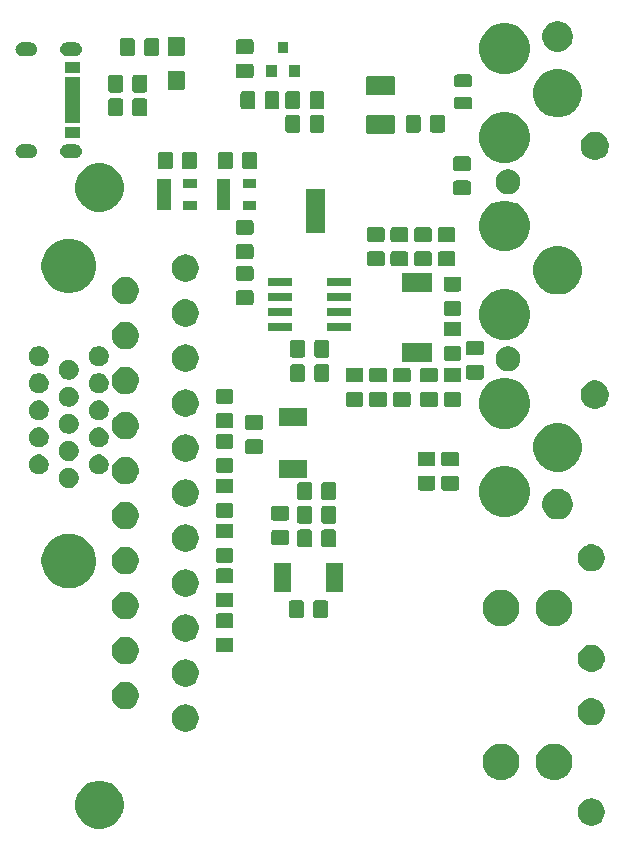
<source format=gbr>
%TF.GenerationSoftware,KiCad,Pcbnew,(5.1.5)-2*%
%TF.CreationDate,2020-06-12T06:49:41+12:00*%
%TF.ProjectId,RGB-to-component,5247422d-746f-42d6-936f-6d706f6e656e,rev?*%
%TF.SameCoordinates,Original*%
%TF.FileFunction,Soldermask,Top*%
%TF.FilePolarity,Negative*%
%FSLAX46Y46*%
G04 Gerber Fmt 4.6, Leading zero omitted, Abs format (unit mm)*
G04 Created by KiCad (PCBNEW (5.1.5)-2) date 2020-06-12 06:49:41*
%MOMM*%
%LPD*%
G04 APERTURE LIST*
%ADD10C,0.100000*%
G04 APERTURE END LIST*
D10*
G36*
X27798254Y-105297818D02*
G01*
X28171511Y-105452426D01*
X28171513Y-105452427D01*
X28507436Y-105676884D01*
X28793116Y-105962564D01*
X29017574Y-106298489D01*
X29172182Y-106671746D01*
X29251000Y-107067993D01*
X29251000Y-107472007D01*
X29172182Y-107868254D01*
X29124501Y-107983365D01*
X29017573Y-108241513D01*
X28793116Y-108577436D01*
X28507436Y-108863116D01*
X28171513Y-109087573D01*
X28171512Y-109087574D01*
X28171511Y-109087574D01*
X27798254Y-109242182D01*
X27402007Y-109321000D01*
X26997993Y-109321000D01*
X26601746Y-109242182D01*
X26228489Y-109087574D01*
X26228488Y-109087574D01*
X26228487Y-109087573D01*
X25892564Y-108863116D01*
X25606884Y-108577436D01*
X25382427Y-108241513D01*
X25275499Y-107983365D01*
X25227818Y-107868254D01*
X25149000Y-107472007D01*
X25149000Y-107067993D01*
X25227818Y-106671746D01*
X25382426Y-106298489D01*
X25606884Y-105962564D01*
X25892564Y-105676884D01*
X26228487Y-105452427D01*
X26228489Y-105452426D01*
X26601746Y-105297818D01*
X26997993Y-105219000D01*
X27402007Y-105219000D01*
X27798254Y-105297818D01*
G37*
G36*
X69074549Y-106741116D02*
G01*
X69185734Y-106763232D01*
X69395203Y-106849997D01*
X69583720Y-106975960D01*
X69744040Y-107136280D01*
X69870003Y-107324797D01*
X69956768Y-107534266D01*
X70001000Y-107756636D01*
X70001000Y-107983364D01*
X69956768Y-108205734D01*
X69870003Y-108415203D01*
X69744040Y-108603720D01*
X69583720Y-108764040D01*
X69395203Y-108890003D01*
X69185734Y-108976768D01*
X69074549Y-108998884D01*
X68963365Y-109021000D01*
X68736635Y-109021000D01*
X68625451Y-108998884D01*
X68514266Y-108976768D01*
X68304797Y-108890003D01*
X68116280Y-108764040D01*
X67955960Y-108603720D01*
X67829997Y-108415203D01*
X67743232Y-108205734D01*
X67699000Y-107983364D01*
X67699000Y-107756636D01*
X67743232Y-107534266D01*
X67829997Y-107324797D01*
X67955960Y-107136280D01*
X68116280Y-106975960D01*
X68304797Y-106849997D01*
X68514266Y-106763232D01*
X68625451Y-106741116D01*
X68736635Y-106719000D01*
X68963365Y-106719000D01*
X69074549Y-106741116D01*
G37*
G36*
X66002585Y-102098802D02*
G01*
X66152410Y-102128604D01*
X66434674Y-102245521D01*
X66688705Y-102415259D01*
X66904741Y-102631295D01*
X67074479Y-102885326D01*
X67191396Y-103167590D01*
X67251000Y-103467240D01*
X67251000Y-103772760D01*
X67191396Y-104072410D01*
X67074479Y-104354674D01*
X66904741Y-104608705D01*
X66688705Y-104824741D01*
X66434674Y-104994479D01*
X66152410Y-105111396D01*
X66002585Y-105141198D01*
X65852761Y-105171000D01*
X65547239Y-105171000D01*
X65397415Y-105141198D01*
X65247590Y-105111396D01*
X64965326Y-104994479D01*
X64711295Y-104824741D01*
X64495259Y-104608705D01*
X64325521Y-104354674D01*
X64208604Y-104072410D01*
X64149000Y-103772760D01*
X64149000Y-103467240D01*
X64208604Y-103167590D01*
X64325521Y-102885326D01*
X64495259Y-102631295D01*
X64711295Y-102415259D01*
X64965326Y-102245521D01*
X65247590Y-102128604D01*
X65397415Y-102098802D01*
X65547239Y-102069000D01*
X65852761Y-102069000D01*
X66002585Y-102098802D01*
G37*
G36*
X61502585Y-102098802D02*
G01*
X61652410Y-102128604D01*
X61934674Y-102245521D01*
X62188705Y-102415259D01*
X62404741Y-102631295D01*
X62574479Y-102885326D01*
X62691396Y-103167590D01*
X62751000Y-103467240D01*
X62751000Y-103772760D01*
X62691396Y-104072410D01*
X62574479Y-104354674D01*
X62404741Y-104608705D01*
X62188705Y-104824741D01*
X61934674Y-104994479D01*
X61652410Y-105111396D01*
X61502585Y-105141198D01*
X61352761Y-105171000D01*
X61047239Y-105171000D01*
X60897415Y-105141198D01*
X60747590Y-105111396D01*
X60465326Y-104994479D01*
X60211295Y-104824741D01*
X59995259Y-104608705D01*
X59825521Y-104354674D01*
X59708604Y-104072410D01*
X59649000Y-103772760D01*
X59649000Y-103467240D01*
X59708604Y-103167590D01*
X59825521Y-102885326D01*
X59995259Y-102631295D01*
X60211295Y-102415259D01*
X60465326Y-102245521D01*
X60747590Y-102128604D01*
X60897415Y-102098802D01*
X61047239Y-102069000D01*
X61352761Y-102069000D01*
X61502585Y-102098802D01*
G37*
G36*
X34704549Y-98776116D02*
G01*
X34815734Y-98798232D01*
X35025203Y-98884997D01*
X35213720Y-99010960D01*
X35374040Y-99171280D01*
X35500003Y-99359797D01*
X35586768Y-99569266D01*
X35631000Y-99791636D01*
X35631000Y-100018364D01*
X35586768Y-100240734D01*
X35500003Y-100450203D01*
X35374040Y-100638720D01*
X35213720Y-100799040D01*
X35025203Y-100925003D01*
X34815734Y-101011768D01*
X34704549Y-101033884D01*
X34593365Y-101056000D01*
X34366635Y-101056000D01*
X34255451Y-101033884D01*
X34144266Y-101011768D01*
X33934797Y-100925003D01*
X33746280Y-100799040D01*
X33585960Y-100638720D01*
X33459997Y-100450203D01*
X33373232Y-100240734D01*
X33329000Y-100018364D01*
X33329000Y-99791636D01*
X33373232Y-99569266D01*
X33459997Y-99359797D01*
X33585960Y-99171280D01*
X33746280Y-99010960D01*
X33934797Y-98884997D01*
X34144266Y-98798232D01*
X34255451Y-98776116D01*
X34366635Y-98754000D01*
X34593365Y-98754000D01*
X34704549Y-98776116D01*
G37*
G36*
X69074549Y-98241116D02*
G01*
X69185734Y-98263232D01*
X69395203Y-98349997D01*
X69583720Y-98475960D01*
X69744040Y-98636280D01*
X69870003Y-98824797D01*
X69956768Y-99034266D01*
X70001000Y-99256636D01*
X70001000Y-99483364D01*
X69956768Y-99705734D01*
X69870003Y-99915203D01*
X69744040Y-100103720D01*
X69583720Y-100264040D01*
X69395203Y-100390003D01*
X69185734Y-100476768D01*
X69074549Y-100498884D01*
X68963365Y-100521000D01*
X68736635Y-100521000D01*
X68625451Y-100498884D01*
X68514266Y-100476768D01*
X68304797Y-100390003D01*
X68116280Y-100264040D01*
X67955960Y-100103720D01*
X67829997Y-99915203D01*
X67743232Y-99705734D01*
X67699000Y-99483364D01*
X67699000Y-99256636D01*
X67743232Y-99034266D01*
X67829997Y-98824797D01*
X67955960Y-98636280D01*
X68116280Y-98475960D01*
X68304797Y-98349997D01*
X68514266Y-98263232D01*
X68625451Y-98241116D01*
X68736635Y-98219000D01*
X68963365Y-98219000D01*
X69074549Y-98241116D01*
G37*
G36*
X29624549Y-96871116D02*
G01*
X29735734Y-96893232D01*
X29945203Y-96979997D01*
X30133720Y-97105960D01*
X30294040Y-97266280D01*
X30420003Y-97454797D01*
X30506768Y-97664266D01*
X30551000Y-97886636D01*
X30551000Y-98113364D01*
X30506768Y-98335734D01*
X30420003Y-98545203D01*
X30294040Y-98733720D01*
X30133720Y-98894040D01*
X29945203Y-99020003D01*
X29735734Y-99106768D01*
X29624549Y-99128884D01*
X29513365Y-99151000D01*
X29286635Y-99151000D01*
X29175451Y-99128884D01*
X29064266Y-99106768D01*
X28854797Y-99020003D01*
X28666280Y-98894040D01*
X28505960Y-98733720D01*
X28379997Y-98545203D01*
X28293232Y-98335734D01*
X28249000Y-98113364D01*
X28249000Y-97886636D01*
X28293232Y-97664266D01*
X28379997Y-97454797D01*
X28505960Y-97266280D01*
X28666280Y-97105960D01*
X28854797Y-96979997D01*
X29064266Y-96893232D01*
X29175451Y-96871116D01*
X29286635Y-96849000D01*
X29513365Y-96849000D01*
X29624549Y-96871116D01*
G37*
G36*
X34690714Y-94963364D02*
G01*
X34815734Y-94988232D01*
X35025203Y-95074997D01*
X35213720Y-95200960D01*
X35374040Y-95361280D01*
X35500003Y-95549797D01*
X35500004Y-95549799D01*
X35586768Y-95759267D01*
X35626054Y-95956768D01*
X35631000Y-95981636D01*
X35631000Y-96208364D01*
X35586768Y-96430734D01*
X35500003Y-96640203D01*
X35374040Y-96828720D01*
X35213720Y-96989040D01*
X35025203Y-97115003D01*
X34815734Y-97201768D01*
X34704549Y-97223884D01*
X34593365Y-97246000D01*
X34366635Y-97246000D01*
X34255451Y-97223884D01*
X34144266Y-97201768D01*
X33934797Y-97115003D01*
X33746280Y-96989040D01*
X33585960Y-96828720D01*
X33459997Y-96640203D01*
X33373232Y-96430734D01*
X33329000Y-96208364D01*
X33329000Y-95981636D01*
X33333947Y-95956768D01*
X33373232Y-95759267D01*
X33459996Y-95549799D01*
X33459997Y-95549797D01*
X33585960Y-95361280D01*
X33746280Y-95200960D01*
X33934797Y-95074997D01*
X34144266Y-94988232D01*
X34269286Y-94963364D01*
X34366635Y-94944000D01*
X34593365Y-94944000D01*
X34690714Y-94963364D01*
G37*
G36*
X69074549Y-93721116D02*
G01*
X69185734Y-93743232D01*
X69395203Y-93829997D01*
X69583720Y-93955960D01*
X69744040Y-94116280D01*
X69869046Y-94303365D01*
X69870004Y-94304799D01*
X69956768Y-94514267D01*
X70001000Y-94736635D01*
X70001000Y-94963365D01*
X69978884Y-95074549D01*
X69956768Y-95185734D01*
X69870003Y-95395203D01*
X69744040Y-95583720D01*
X69583720Y-95744040D01*
X69395203Y-95870003D01*
X69185734Y-95956768D01*
X69074549Y-95978884D01*
X68963365Y-96001000D01*
X68736635Y-96001000D01*
X68625451Y-95978884D01*
X68514266Y-95956768D01*
X68304797Y-95870003D01*
X68116280Y-95744040D01*
X67955960Y-95583720D01*
X67829997Y-95395203D01*
X67743232Y-95185734D01*
X67721116Y-95074549D01*
X67699000Y-94963365D01*
X67699000Y-94736635D01*
X67743232Y-94514267D01*
X67829996Y-94304799D01*
X67830954Y-94303365D01*
X67955960Y-94116280D01*
X68116280Y-93955960D01*
X68304797Y-93829997D01*
X68514266Y-93743232D01*
X68625451Y-93721116D01*
X68736635Y-93699000D01*
X68963365Y-93699000D01*
X69074549Y-93721116D01*
G37*
G36*
X29624549Y-93061116D02*
G01*
X29735734Y-93083232D01*
X29945203Y-93169997D01*
X30133720Y-93295960D01*
X30294040Y-93456280D01*
X30420003Y-93644797D01*
X30420004Y-93644799D01*
X30506768Y-93854267D01*
X30551000Y-94076635D01*
X30551000Y-94303365D01*
X30545646Y-94330282D01*
X30506768Y-94525734D01*
X30420003Y-94735203D01*
X30294040Y-94923720D01*
X30133720Y-95084040D01*
X29945203Y-95210003D01*
X29735734Y-95296768D01*
X29624549Y-95318884D01*
X29513365Y-95341000D01*
X29286635Y-95341000D01*
X29175451Y-95318884D01*
X29064266Y-95296768D01*
X28854797Y-95210003D01*
X28666280Y-95084040D01*
X28505960Y-94923720D01*
X28379997Y-94735203D01*
X28293232Y-94525734D01*
X28254354Y-94330282D01*
X28249000Y-94303365D01*
X28249000Y-94076635D01*
X28293232Y-93854267D01*
X28379996Y-93644799D01*
X28379997Y-93644797D01*
X28505960Y-93456280D01*
X28666280Y-93295960D01*
X28854797Y-93169997D01*
X29064266Y-93083232D01*
X29175451Y-93061116D01*
X29286635Y-93039000D01*
X29513365Y-93039000D01*
X29624549Y-93061116D01*
G37*
G36*
X38388674Y-93103465D02*
G01*
X38426367Y-93114899D01*
X38461103Y-93133466D01*
X38491548Y-93158452D01*
X38516534Y-93188897D01*
X38535101Y-93223633D01*
X38546535Y-93261326D01*
X38551000Y-93306661D01*
X38551000Y-94143339D01*
X38546535Y-94188674D01*
X38535101Y-94226367D01*
X38516534Y-94261103D01*
X38491548Y-94291548D01*
X38461103Y-94316534D01*
X38426367Y-94335101D01*
X38388674Y-94346535D01*
X38343339Y-94351000D01*
X37256661Y-94351000D01*
X37211326Y-94346535D01*
X37173633Y-94335101D01*
X37138897Y-94316534D01*
X37108452Y-94291548D01*
X37083466Y-94261103D01*
X37064899Y-94226367D01*
X37053465Y-94188674D01*
X37049000Y-94143339D01*
X37049000Y-93306661D01*
X37053465Y-93261326D01*
X37064899Y-93223633D01*
X37083466Y-93188897D01*
X37108452Y-93158452D01*
X37138897Y-93133466D01*
X37173633Y-93114899D01*
X37211326Y-93103465D01*
X37256661Y-93099000D01*
X38343339Y-93099000D01*
X38388674Y-93103465D01*
G37*
G36*
X34704549Y-91156116D02*
G01*
X34815734Y-91178232D01*
X35025203Y-91264997D01*
X35213720Y-91390960D01*
X35374040Y-91551280D01*
X35500003Y-91739797D01*
X35500004Y-91739799D01*
X35586768Y-91949267D01*
X35624444Y-92138674D01*
X35631000Y-92171636D01*
X35631000Y-92398364D01*
X35586768Y-92620734D01*
X35500003Y-92830203D01*
X35374040Y-93018720D01*
X35213720Y-93179040D01*
X35025203Y-93305003D01*
X35025202Y-93305004D01*
X35025201Y-93305004D01*
X34963850Y-93330416D01*
X34815734Y-93391768D01*
X34704549Y-93413884D01*
X34593365Y-93436000D01*
X34366635Y-93436000D01*
X34255451Y-93413884D01*
X34144266Y-93391768D01*
X33996150Y-93330416D01*
X33934799Y-93305004D01*
X33934798Y-93305004D01*
X33934797Y-93305003D01*
X33746280Y-93179040D01*
X33585960Y-93018720D01*
X33459997Y-92830203D01*
X33373232Y-92620734D01*
X33329000Y-92398364D01*
X33329000Y-92171636D01*
X33335557Y-92138674D01*
X33373232Y-91949267D01*
X33459996Y-91739799D01*
X33459997Y-91739797D01*
X33585960Y-91551280D01*
X33746280Y-91390960D01*
X33934797Y-91264997D01*
X34144266Y-91178232D01*
X34255451Y-91156116D01*
X34366635Y-91134000D01*
X34593365Y-91134000D01*
X34704549Y-91156116D01*
G37*
G36*
X38388674Y-91053465D02*
G01*
X38426367Y-91064899D01*
X38461103Y-91083466D01*
X38491548Y-91108452D01*
X38516534Y-91138897D01*
X38535101Y-91173633D01*
X38546535Y-91211326D01*
X38551000Y-91256661D01*
X38551000Y-92093339D01*
X38546535Y-92138674D01*
X38535101Y-92176367D01*
X38516534Y-92211103D01*
X38491548Y-92241548D01*
X38461103Y-92266534D01*
X38426367Y-92285101D01*
X38388674Y-92296535D01*
X38343339Y-92301000D01*
X37256661Y-92301000D01*
X37211326Y-92296535D01*
X37173633Y-92285101D01*
X37138897Y-92266534D01*
X37108452Y-92241548D01*
X37083466Y-92211103D01*
X37064899Y-92176367D01*
X37053465Y-92138674D01*
X37049000Y-92093339D01*
X37049000Y-91256661D01*
X37053465Y-91211326D01*
X37064899Y-91173633D01*
X37083466Y-91138897D01*
X37108452Y-91108452D01*
X37138897Y-91083466D01*
X37173633Y-91064899D01*
X37211326Y-91053465D01*
X37256661Y-91049000D01*
X38343339Y-91049000D01*
X38388674Y-91053465D01*
G37*
G36*
X61502585Y-89078802D02*
G01*
X61652410Y-89108604D01*
X61934674Y-89225521D01*
X62188705Y-89395259D01*
X62404741Y-89611295D01*
X62574479Y-89865326D01*
X62691396Y-90147590D01*
X62715075Y-90266635D01*
X62728063Y-90331925D01*
X62751000Y-90447240D01*
X62751000Y-90752760D01*
X62691396Y-91052410D01*
X62574479Y-91334674D01*
X62404741Y-91588705D01*
X62188705Y-91804741D01*
X61934674Y-91974479D01*
X61652410Y-92091396D01*
X61502585Y-92121198D01*
X61352761Y-92151000D01*
X61047239Y-92151000D01*
X60897415Y-92121198D01*
X60747590Y-92091396D01*
X60465326Y-91974479D01*
X60211295Y-91804741D01*
X59995259Y-91588705D01*
X59825521Y-91334674D01*
X59708604Y-91052410D01*
X59649000Y-90752760D01*
X59649000Y-90447240D01*
X59671938Y-90331925D01*
X59684925Y-90266635D01*
X59708604Y-90147590D01*
X59825521Y-89865326D01*
X59995259Y-89611295D01*
X60211295Y-89395259D01*
X60465326Y-89225521D01*
X60747590Y-89108604D01*
X60897415Y-89078802D01*
X61047239Y-89049000D01*
X61352761Y-89049000D01*
X61502585Y-89078802D01*
G37*
G36*
X66002585Y-89078802D02*
G01*
X66152410Y-89108604D01*
X66434674Y-89225521D01*
X66688705Y-89395259D01*
X66904741Y-89611295D01*
X67074479Y-89865326D01*
X67191396Y-90147590D01*
X67215075Y-90266635D01*
X67228063Y-90331925D01*
X67251000Y-90447240D01*
X67251000Y-90752760D01*
X67191396Y-91052410D01*
X67074479Y-91334674D01*
X66904741Y-91588705D01*
X66688705Y-91804741D01*
X66434674Y-91974479D01*
X66152410Y-92091396D01*
X66002585Y-92121198D01*
X65852761Y-92151000D01*
X65547239Y-92151000D01*
X65397415Y-92121198D01*
X65247590Y-92091396D01*
X64965326Y-91974479D01*
X64711295Y-91804741D01*
X64495259Y-91588705D01*
X64325521Y-91334674D01*
X64208604Y-91052410D01*
X64149000Y-90752760D01*
X64149000Y-90447240D01*
X64171938Y-90331925D01*
X64184925Y-90266635D01*
X64208604Y-90147590D01*
X64325521Y-89865326D01*
X64495259Y-89611295D01*
X64711295Y-89395259D01*
X64965326Y-89225521D01*
X65247590Y-89108604D01*
X65397415Y-89078802D01*
X65547239Y-89049000D01*
X65852761Y-89049000D01*
X66002585Y-89078802D01*
G37*
G36*
X29624549Y-89251116D02*
G01*
X29735734Y-89273232D01*
X29945203Y-89359997D01*
X30133720Y-89485960D01*
X30294040Y-89646280D01*
X30420003Y-89834797D01*
X30500328Y-90028718D01*
X30506768Y-90044267D01*
X30551000Y-90266635D01*
X30551000Y-90493365D01*
X30546391Y-90516534D01*
X30506768Y-90715734D01*
X30420003Y-90925203D01*
X30294040Y-91113720D01*
X30133720Y-91274040D01*
X29945203Y-91400003D01*
X29735734Y-91486768D01*
X29624549Y-91508884D01*
X29513365Y-91531000D01*
X29286635Y-91531000D01*
X29175451Y-91508884D01*
X29064266Y-91486768D01*
X28854797Y-91400003D01*
X28666280Y-91274040D01*
X28505960Y-91113720D01*
X28379997Y-90925203D01*
X28293232Y-90715734D01*
X28253609Y-90516534D01*
X28249000Y-90493365D01*
X28249000Y-90266635D01*
X28293232Y-90044267D01*
X28299673Y-90028718D01*
X28379997Y-89834797D01*
X28505960Y-89646280D01*
X28666280Y-89485960D01*
X28854797Y-89359997D01*
X29064266Y-89273232D01*
X29175451Y-89251116D01*
X29286635Y-89229000D01*
X29513365Y-89229000D01*
X29624549Y-89251116D01*
G37*
G36*
X46388674Y-89953465D02*
G01*
X46426367Y-89964899D01*
X46461103Y-89983466D01*
X46491548Y-90008452D01*
X46516534Y-90038897D01*
X46535101Y-90073633D01*
X46546535Y-90111326D01*
X46551000Y-90156661D01*
X46551000Y-91243339D01*
X46546535Y-91288674D01*
X46535101Y-91326367D01*
X46516534Y-91361103D01*
X46491548Y-91391548D01*
X46461103Y-91416534D01*
X46426367Y-91435101D01*
X46388674Y-91446535D01*
X46343339Y-91451000D01*
X45506661Y-91451000D01*
X45461326Y-91446535D01*
X45423633Y-91435101D01*
X45388897Y-91416534D01*
X45358452Y-91391548D01*
X45333466Y-91361103D01*
X45314899Y-91326367D01*
X45303465Y-91288674D01*
X45299000Y-91243339D01*
X45299000Y-90156661D01*
X45303465Y-90111326D01*
X45314899Y-90073633D01*
X45333466Y-90038897D01*
X45358452Y-90008452D01*
X45388897Y-89983466D01*
X45423633Y-89964899D01*
X45461326Y-89953465D01*
X45506661Y-89949000D01*
X46343339Y-89949000D01*
X46388674Y-89953465D01*
G37*
G36*
X44338674Y-89953465D02*
G01*
X44376367Y-89964899D01*
X44411103Y-89983466D01*
X44441548Y-90008452D01*
X44466534Y-90038897D01*
X44485101Y-90073633D01*
X44496535Y-90111326D01*
X44501000Y-90156661D01*
X44501000Y-91243339D01*
X44496535Y-91288674D01*
X44485101Y-91326367D01*
X44466534Y-91361103D01*
X44441548Y-91391548D01*
X44411103Y-91416534D01*
X44376367Y-91435101D01*
X44338674Y-91446535D01*
X44293339Y-91451000D01*
X43456661Y-91451000D01*
X43411326Y-91446535D01*
X43373633Y-91435101D01*
X43338897Y-91416534D01*
X43308452Y-91391548D01*
X43283466Y-91361103D01*
X43264899Y-91326367D01*
X43253465Y-91288674D01*
X43249000Y-91243339D01*
X43249000Y-90156661D01*
X43253465Y-90111326D01*
X43264899Y-90073633D01*
X43283466Y-90038897D01*
X43308452Y-90008452D01*
X43338897Y-89983466D01*
X43373633Y-89964899D01*
X43411326Y-89953465D01*
X43456661Y-89949000D01*
X44293339Y-89949000D01*
X44338674Y-89953465D01*
G37*
G36*
X38388674Y-89303465D02*
G01*
X38426367Y-89314899D01*
X38461103Y-89333466D01*
X38491548Y-89358452D01*
X38516534Y-89388897D01*
X38535101Y-89423633D01*
X38546535Y-89461326D01*
X38551000Y-89506661D01*
X38551000Y-90343339D01*
X38546535Y-90388674D01*
X38535101Y-90426367D01*
X38516534Y-90461103D01*
X38491548Y-90491548D01*
X38461103Y-90516534D01*
X38426367Y-90535101D01*
X38388674Y-90546535D01*
X38343339Y-90551000D01*
X37256661Y-90551000D01*
X37211326Y-90546535D01*
X37173633Y-90535101D01*
X37138897Y-90516534D01*
X37108452Y-90491548D01*
X37083466Y-90461103D01*
X37064899Y-90426367D01*
X37053465Y-90388674D01*
X37049000Y-90343339D01*
X37049000Y-89506661D01*
X37053465Y-89461326D01*
X37064899Y-89423633D01*
X37083466Y-89388897D01*
X37108452Y-89358452D01*
X37138897Y-89333466D01*
X37173633Y-89314899D01*
X37211326Y-89303465D01*
X37256661Y-89299000D01*
X38343339Y-89299000D01*
X38388674Y-89303465D01*
G37*
G36*
X34668257Y-87338897D02*
G01*
X34815734Y-87368232D01*
X35025203Y-87454997D01*
X35213720Y-87580960D01*
X35374040Y-87741280D01*
X35500003Y-87929797D01*
X35586768Y-88139266D01*
X35631000Y-88361636D01*
X35631000Y-88588364D01*
X35586768Y-88810734D01*
X35500003Y-89020203D01*
X35374040Y-89208720D01*
X35213720Y-89369040D01*
X35025203Y-89495003D01*
X34815734Y-89581768D01*
X34704549Y-89603884D01*
X34593365Y-89626000D01*
X34366635Y-89626000D01*
X34255451Y-89603884D01*
X34144266Y-89581768D01*
X33934797Y-89495003D01*
X33746280Y-89369040D01*
X33585960Y-89208720D01*
X33459997Y-89020203D01*
X33373232Y-88810734D01*
X33329000Y-88588364D01*
X33329000Y-88361636D01*
X33373232Y-88139266D01*
X33459997Y-87929797D01*
X33585960Y-87741280D01*
X33746280Y-87580960D01*
X33934797Y-87454997D01*
X34144266Y-87368232D01*
X34291743Y-87338897D01*
X34366635Y-87324000D01*
X34593365Y-87324000D01*
X34668257Y-87338897D01*
G37*
G36*
X43451000Y-89201000D02*
G01*
X41949000Y-89201000D01*
X41949000Y-86799000D01*
X43451000Y-86799000D01*
X43451000Y-89201000D01*
G37*
G36*
X47851000Y-89201000D02*
G01*
X46349000Y-89201000D01*
X46349000Y-86799000D01*
X47851000Y-86799000D01*
X47851000Y-89201000D01*
G37*
G36*
X25048903Y-84363213D02*
G01*
X25271177Y-84407426D01*
X25689932Y-84580880D01*
X26066802Y-84832696D01*
X26387304Y-85153198D01*
X26639120Y-85530068D01*
X26812574Y-85948823D01*
X26856787Y-86171097D01*
X26901000Y-86393370D01*
X26901000Y-86846630D01*
X26889243Y-86905734D01*
X26812574Y-87291177D01*
X26639120Y-87709932D01*
X26387304Y-88086802D01*
X26066802Y-88407304D01*
X25689932Y-88659120D01*
X25271177Y-88832574D01*
X25048903Y-88876787D01*
X24826630Y-88921000D01*
X24373370Y-88921000D01*
X24151097Y-88876787D01*
X23928823Y-88832574D01*
X23510068Y-88659120D01*
X23133198Y-88407304D01*
X22812696Y-88086802D01*
X22560880Y-87709932D01*
X22387426Y-87291177D01*
X22310757Y-86905734D01*
X22299000Y-86846630D01*
X22299000Y-86393370D01*
X22343213Y-86171097D01*
X22387426Y-85948823D01*
X22560880Y-85530068D01*
X22812696Y-85153198D01*
X23133198Y-84832696D01*
X23510068Y-84580880D01*
X23928823Y-84407426D01*
X24151097Y-84363213D01*
X24373370Y-84319000D01*
X24826630Y-84319000D01*
X25048903Y-84363213D01*
G37*
G36*
X38388674Y-87253465D02*
G01*
X38426367Y-87264899D01*
X38461103Y-87283466D01*
X38491548Y-87308452D01*
X38516534Y-87338897D01*
X38535101Y-87373633D01*
X38546535Y-87411326D01*
X38551000Y-87456661D01*
X38551000Y-88293339D01*
X38546535Y-88338674D01*
X38535101Y-88376367D01*
X38516534Y-88411103D01*
X38491548Y-88441548D01*
X38461103Y-88466534D01*
X38426367Y-88485101D01*
X38388674Y-88496535D01*
X38343339Y-88501000D01*
X37256661Y-88501000D01*
X37211326Y-88496535D01*
X37173633Y-88485101D01*
X37138897Y-88466534D01*
X37108452Y-88441548D01*
X37083466Y-88411103D01*
X37064899Y-88376367D01*
X37053465Y-88338674D01*
X37049000Y-88293339D01*
X37049000Y-87456661D01*
X37053465Y-87411326D01*
X37064899Y-87373633D01*
X37083466Y-87338897D01*
X37108452Y-87308452D01*
X37138897Y-87283466D01*
X37173633Y-87264899D01*
X37211326Y-87253465D01*
X37256661Y-87249000D01*
X38343339Y-87249000D01*
X38388674Y-87253465D01*
G37*
G36*
X29624549Y-85441116D02*
G01*
X29735734Y-85463232D01*
X29945203Y-85549997D01*
X30133720Y-85675960D01*
X30294040Y-85836280D01*
X30369239Y-85948824D01*
X30420004Y-86024799D01*
X30506768Y-86234267D01*
X30551000Y-86456635D01*
X30551000Y-86683365D01*
X30540709Y-86735101D01*
X30506768Y-86905734D01*
X30420003Y-87115203D01*
X30294040Y-87303720D01*
X30133720Y-87464040D01*
X29945203Y-87590003D01*
X29735734Y-87676768D01*
X29624549Y-87698884D01*
X29513365Y-87721000D01*
X29286635Y-87721000D01*
X29175451Y-87698884D01*
X29064266Y-87676768D01*
X28854797Y-87590003D01*
X28666280Y-87464040D01*
X28505960Y-87303720D01*
X28379997Y-87115203D01*
X28293232Y-86905734D01*
X28259291Y-86735101D01*
X28249000Y-86683365D01*
X28249000Y-86456635D01*
X28293232Y-86234267D01*
X28379996Y-86024799D01*
X28430761Y-85948824D01*
X28505960Y-85836280D01*
X28666280Y-85675960D01*
X28854797Y-85549997D01*
X29064266Y-85463232D01*
X29175451Y-85441116D01*
X29286635Y-85419000D01*
X29513365Y-85419000D01*
X29624549Y-85441116D01*
G37*
G36*
X69051514Y-85216534D02*
G01*
X69185734Y-85243232D01*
X69333850Y-85304584D01*
X69386440Y-85326367D01*
X69395203Y-85329997D01*
X69583720Y-85455960D01*
X69744040Y-85616280D01*
X69870003Y-85804797D01*
X69870004Y-85804799D01*
X69883044Y-85836280D01*
X69956768Y-86014266D01*
X70001000Y-86236636D01*
X70001000Y-86463364D01*
X69956768Y-86685734D01*
X69870003Y-86895203D01*
X69744040Y-87083720D01*
X69583720Y-87244040D01*
X69395203Y-87370003D01*
X69395202Y-87370004D01*
X69395201Y-87370004D01*
X69333850Y-87395416D01*
X69185734Y-87456768D01*
X69074549Y-87478884D01*
X68963365Y-87501000D01*
X68736635Y-87501000D01*
X68625451Y-87478884D01*
X68514266Y-87456768D01*
X68366150Y-87395416D01*
X68304799Y-87370004D01*
X68304798Y-87370004D01*
X68304797Y-87370003D01*
X68116280Y-87244040D01*
X67955960Y-87083720D01*
X67829997Y-86895203D01*
X67743232Y-86685734D01*
X67699000Y-86463364D01*
X67699000Y-86236636D01*
X67743232Y-86014266D01*
X67816956Y-85836280D01*
X67829996Y-85804799D01*
X67829997Y-85804797D01*
X67955960Y-85616280D01*
X68116280Y-85455960D01*
X68304797Y-85329997D01*
X68313561Y-85326367D01*
X68366150Y-85304584D01*
X68514266Y-85243232D01*
X68648486Y-85216534D01*
X68736635Y-85199000D01*
X68963365Y-85199000D01*
X69051514Y-85216534D01*
G37*
G36*
X38388674Y-85503465D02*
G01*
X38426367Y-85514899D01*
X38461103Y-85533466D01*
X38491548Y-85558452D01*
X38516534Y-85588897D01*
X38535101Y-85623633D01*
X38546535Y-85661326D01*
X38551000Y-85706661D01*
X38551000Y-86543339D01*
X38546535Y-86588674D01*
X38535101Y-86626367D01*
X38516534Y-86661103D01*
X38491548Y-86691548D01*
X38461103Y-86716534D01*
X38426367Y-86735101D01*
X38388674Y-86746535D01*
X38343339Y-86751000D01*
X37256661Y-86751000D01*
X37211326Y-86746535D01*
X37173633Y-86735101D01*
X37138897Y-86716534D01*
X37108452Y-86691548D01*
X37083466Y-86661103D01*
X37064899Y-86626367D01*
X37053465Y-86588674D01*
X37049000Y-86543339D01*
X37049000Y-85706661D01*
X37053465Y-85661326D01*
X37064899Y-85623633D01*
X37083466Y-85588897D01*
X37108452Y-85558452D01*
X37138897Y-85533466D01*
X37173633Y-85514899D01*
X37211326Y-85503465D01*
X37256661Y-85499000D01*
X38343339Y-85499000D01*
X38388674Y-85503465D01*
G37*
G36*
X34667357Y-83528718D02*
G01*
X34815734Y-83558232D01*
X35025203Y-83644997D01*
X35213720Y-83770960D01*
X35374040Y-83931280D01*
X35479356Y-84088897D01*
X35500004Y-84119799D01*
X35501592Y-84123633D01*
X35586768Y-84329266D01*
X35631000Y-84551636D01*
X35631000Y-84778364D01*
X35591126Y-84978827D01*
X35586768Y-85000733D01*
X35504644Y-85199000D01*
X35500003Y-85210203D01*
X35374040Y-85398720D01*
X35213720Y-85559040D01*
X35025203Y-85685003D01*
X34815734Y-85771768D01*
X34704549Y-85793884D01*
X34593365Y-85816000D01*
X34366635Y-85816000D01*
X34255451Y-85793884D01*
X34144266Y-85771768D01*
X33934797Y-85685003D01*
X33746280Y-85559040D01*
X33585960Y-85398720D01*
X33459997Y-85210203D01*
X33455357Y-85199000D01*
X33373232Y-85000733D01*
X33368875Y-84978827D01*
X33329000Y-84778364D01*
X33329000Y-84551636D01*
X33373232Y-84329266D01*
X33458408Y-84123633D01*
X33459996Y-84119799D01*
X33480644Y-84088897D01*
X33585960Y-83931280D01*
X33746280Y-83770960D01*
X33934797Y-83644997D01*
X34144266Y-83558232D01*
X34292643Y-83528718D01*
X34366635Y-83514000D01*
X34593365Y-83514000D01*
X34667357Y-83528718D01*
G37*
G36*
X47088674Y-83953465D02*
G01*
X47126367Y-83964899D01*
X47161103Y-83983466D01*
X47191548Y-84008452D01*
X47216534Y-84038897D01*
X47235101Y-84073633D01*
X47246535Y-84111326D01*
X47251000Y-84156661D01*
X47251000Y-85243339D01*
X47246535Y-85288674D01*
X47235101Y-85326367D01*
X47216534Y-85361103D01*
X47191548Y-85391548D01*
X47161103Y-85416534D01*
X47126367Y-85435101D01*
X47088674Y-85446535D01*
X47043339Y-85451000D01*
X46206661Y-85451000D01*
X46161326Y-85446535D01*
X46123633Y-85435101D01*
X46088897Y-85416534D01*
X46058452Y-85391548D01*
X46033466Y-85361103D01*
X46014899Y-85326367D01*
X46003465Y-85288674D01*
X45999000Y-85243339D01*
X45999000Y-84156661D01*
X46003465Y-84111326D01*
X46014899Y-84073633D01*
X46033466Y-84038897D01*
X46058452Y-84008452D01*
X46088897Y-83983466D01*
X46123633Y-83964899D01*
X46161326Y-83953465D01*
X46206661Y-83949000D01*
X47043339Y-83949000D01*
X47088674Y-83953465D01*
G37*
G36*
X45038674Y-83953465D02*
G01*
X45076367Y-83964899D01*
X45111103Y-83983466D01*
X45141548Y-84008452D01*
X45166534Y-84038897D01*
X45185101Y-84073633D01*
X45196535Y-84111326D01*
X45201000Y-84156661D01*
X45201000Y-85243339D01*
X45196535Y-85288674D01*
X45185101Y-85326367D01*
X45166534Y-85361103D01*
X45141548Y-85391548D01*
X45111103Y-85416534D01*
X45076367Y-85435101D01*
X45038674Y-85446535D01*
X44993339Y-85451000D01*
X44156661Y-85451000D01*
X44111326Y-85446535D01*
X44073633Y-85435101D01*
X44038897Y-85416534D01*
X44008452Y-85391548D01*
X43983466Y-85361103D01*
X43964899Y-85326367D01*
X43953465Y-85288674D01*
X43949000Y-85243339D01*
X43949000Y-84156661D01*
X43953465Y-84111326D01*
X43964899Y-84073633D01*
X43983466Y-84038897D01*
X44008452Y-84008452D01*
X44038897Y-83983466D01*
X44073633Y-83964899D01*
X44111326Y-83953465D01*
X44156661Y-83949000D01*
X44993339Y-83949000D01*
X45038674Y-83953465D01*
G37*
G36*
X43088674Y-84003465D02*
G01*
X43126367Y-84014899D01*
X43161103Y-84033466D01*
X43191548Y-84058452D01*
X43216534Y-84088897D01*
X43235101Y-84123633D01*
X43246535Y-84161326D01*
X43251000Y-84206661D01*
X43251000Y-85043339D01*
X43246535Y-85088674D01*
X43235101Y-85126367D01*
X43216534Y-85161103D01*
X43191548Y-85191548D01*
X43161103Y-85216534D01*
X43126367Y-85235101D01*
X43088674Y-85246535D01*
X43043339Y-85251000D01*
X41956661Y-85251000D01*
X41911326Y-85246535D01*
X41873633Y-85235101D01*
X41838897Y-85216534D01*
X41808452Y-85191548D01*
X41783466Y-85161103D01*
X41764899Y-85126367D01*
X41753465Y-85088674D01*
X41749000Y-85043339D01*
X41749000Y-84206661D01*
X41753465Y-84161326D01*
X41764899Y-84123633D01*
X41783466Y-84088897D01*
X41808452Y-84058452D01*
X41838897Y-84033466D01*
X41873633Y-84014899D01*
X41911326Y-84003465D01*
X41956661Y-83999000D01*
X43043339Y-83999000D01*
X43088674Y-84003465D01*
G37*
G36*
X38388674Y-83453465D02*
G01*
X38426367Y-83464899D01*
X38461103Y-83483466D01*
X38491548Y-83508452D01*
X38516534Y-83538897D01*
X38535101Y-83573633D01*
X38546535Y-83611326D01*
X38551000Y-83656661D01*
X38551000Y-84493339D01*
X38546535Y-84538674D01*
X38535101Y-84576367D01*
X38516534Y-84611103D01*
X38491548Y-84641548D01*
X38461103Y-84666534D01*
X38426367Y-84685101D01*
X38388674Y-84696535D01*
X38343339Y-84701000D01*
X37256661Y-84701000D01*
X37211326Y-84696535D01*
X37173633Y-84685101D01*
X37138897Y-84666534D01*
X37108452Y-84641548D01*
X37083466Y-84611103D01*
X37064899Y-84576367D01*
X37053465Y-84538674D01*
X37049000Y-84493339D01*
X37049000Y-83656661D01*
X37053465Y-83611326D01*
X37064899Y-83573633D01*
X37083466Y-83538897D01*
X37108452Y-83508452D01*
X37138897Y-83483466D01*
X37173633Y-83464899D01*
X37211326Y-83453465D01*
X37256661Y-83449000D01*
X38343339Y-83449000D01*
X38388674Y-83453465D01*
G37*
G36*
X29624549Y-81631116D02*
G01*
X29735734Y-81653232D01*
X29945203Y-81739997D01*
X30133720Y-81865960D01*
X30294040Y-82026280D01*
X30420003Y-82214797D01*
X30505329Y-82420791D01*
X30506768Y-82424267D01*
X30547560Y-82629339D01*
X30551000Y-82646636D01*
X30551000Y-82873364D01*
X30506768Y-83095734D01*
X30420003Y-83305203D01*
X30294040Y-83493720D01*
X30133720Y-83654040D01*
X29945203Y-83780003D01*
X29735734Y-83866768D01*
X29624549Y-83888884D01*
X29513365Y-83911000D01*
X29286635Y-83911000D01*
X29175451Y-83888884D01*
X29064266Y-83866768D01*
X28854797Y-83780003D01*
X28666280Y-83654040D01*
X28505960Y-83493720D01*
X28379997Y-83305203D01*
X28293232Y-83095734D01*
X28249000Y-82873364D01*
X28249000Y-82646636D01*
X28252441Y-82629339D01*
X28293232Y-82424267D01*
X28294672Y-82420791D01*
X28379997Y-82214797D01*
X28505960Y-82026280D01*
X28666280Y-81865960D01*
X28854797Y-81739997D01*
X29064266Y-81653232D01*
X29175451Y-81631116D01*
X29286635Y-81609000D01*
X29513365Y-81609000D01*
X29624549Y-81631116D01*
G37*
G36*
X45038674Y-81953465D02*
G01*
X45076367Y-81964899D01*
X45111103Y-81983466D01*
X45141548Y-82008452D01*
X45166534Y-82038897D01*
X45185101Y-82073633D01*
X45196535Y-82111326D01*
X45201000Y-82156661D01*
X45201000Y-83243339D01*
X45196535Y-83288674D01*
X45185101Y-83326367D01*
X45166534Y-83361103D01*
X45141548Y-83391548D01*
X45111103Y-83416534D01*
X45076367Y-83435101D01*
X45038674Y-83446535D01*
X44993339Y-83451000D01*
X44156661Y-83451000D01*
X44111326Y-83446535D01*
X44073633Y-83435101D01*
X44038897Y-83416534D01*
X44008452Y-83391548D01*
X43983466Y-83361103D01*
X43964899Y-83326367D01*
X43953465Y-83288674D01*
X43949000Y-83243339D01*
X43949000Y-82156661D01*
X43953465Y-82111326D01*
X43964899Y-82073633D01*
X43983466Y-82038897D01*
X44008452Y-82008452D01*
X44038897Y-81983466D01*
X44073633Y-81964899D01*
X44111326Y-81953465D01*
X44156661Y-81949000D01*
X44993339Y-81949000D01*
X45038674Y-81953465D01*
G37*
G36*
X47088674Y-81953465D02*
G01*
X47126367Y-81964899D01*
X47161103Y-81983466D01*
X47191548Y-82008452D01*
X47216534Y-82038897D01*
X47235101Y-82073633D01*
X47246535Y-82111326D01*
X47251000Y-82156661D01*
X47251000Y-83243339D01*
X47246535Y-83288674D01*
X47235101Y-83326367D01*
X47216534Y-83361103D01*
X47191548Y-83391548D01*
X47161103Y-83416534D01*
X47126367Y-83435101D01*
X47088674Y-83446535D01*
X47043339Y-83451000D01*
X46206661Y-83451000D01*
X46161326Y-83446535D01*
X46123633Y-83435101D01*
X46088897Y-83416534D01*
X46058452Y-83391548D01*
X46033466Y-83361103D01*
X46014899Y-83326367D01*
X46003465Y-83288674D01*
X45999000Y-83243339D01*
X45999000Y-82156661D01*
X46003465Y-82111326D01*
X46014899Y-82073633D01*
X46033466Y-82038897D01*
X46058452Y-82008452D01*
X46088897Y-81983466D01*
X46123633Y-81964899D01*
X46161326Y-81953465D01*
X46206661Y-81949000D01*
X47043339Y-81949000D01*
X47088674Y-81953465D01*
G37*
G36*
X43088674Y-81953465D02*
G01*
X43126367Y-81964899D01*
X43161103Y-81983466D01*
X43191548Y-82008452D01*
X43216534Y-82038897D01*
X43235101Y-82073633D01*
X43246535Y-82111326D01*
X43251000Y-82156661D01*
X43251000Y-82993339D01*
X43246535Y-83038674D01*
X43235101Y-83076367D01*
X43216534Y-83111103D01*
X43191548Y-83141548D01*
X43161103Y-83166534D01*
X43126367Y-83185101D01*
X43088674Y-83196535D01*
X43043339Y-83201000D01*
X41956661Y-83201000D01*
X41911326Y-83196535D01*
X41873633Y-83185101D01*
X41838897Y-83166534D01*
X41808452Y-83141548D01*
X41783466Y-83111103D01*
X41764899Y-83076367D01*
X41753465Y-83038674D01*
X41749000Y-82993339D01*
X41749000Y-82156661D01*
X41753465Y-82111326D01*
X41764899Y-82073633D01*
X41783466Y-82038897D01*
X41808452Y-82008452D01*
X41838897Y-81983466D01*
X41873633Y-81964899D01*
X41911326Y-81953465D01*
X41956661Y-81949000D01*
X43043339Y-81949000D01*
X43088674Y-81953465D01*
G37*
G36*
X66379487Y-80548996D02*
G01*
X66572215Y-80628827D01*
X66616255Y-80647069D01*
X66753352Y-80738674D01*
X66829339Y-80789447D01*
X67010553Y-80970661D01*
X67152932Y-81183747D01*
X67251004Y-81420513D01*
X67301000Y-81671861D01*
X67301000Y-81928139D01*
X67251004Y-82179487D01*
X67236378Y-82214797D01*
X67152931Y-82416255D01*
X67010553Y-82629339D01*
X66829339Y-82810553D01*
X66616255Y-82952931D01*
X66616254Y-82952932D01*
X66616253Y-82952932D01*
X66379487Y-83051004D01*
X66128139Y-83101000D01*
X65871861Y-83101000D01*
X65620513Y-83051004D01*
X65383747Y-82952932D01*
X65383746Y-82952932D01*
X65383745Y-82952931D01*
X65170661Y-82810553D01*
X64989447Y-82629339D01*
X64847069Y-82416255D01*
X64763622Y-82214797D01*
X64748996Y-82179487D01*
X64699000Y-81928139D01*
X64699000Y-81671861D01*
X64748996Y-81420513D01*
X64847068Y-81183747D01*
X64989447Y-80970661D01*
X65170661Y-80789447D01*
X65246648Y-80738674D01*
X65383745Y-80647069D01*
X65427785Y-80628827D01*
X65620513Y-80548996D01*
X65871861Y-80499000D01*
X66128139Y-80499000D01*
X66379487Y-80548996D01*
G37*
G36*
X38388674Y-81703465D02*
G01*
X38426367Y-81714899D01*
X38461103Y-81733466D01*
X38491548Y-81758452D01*
X38516534Y-81788897D01*
X38535101Y-81823633D01*
X38546535Y-81861326D01*
X38551000Y-81906661D01*
X38551000Y-82743339D01*
X38546535Y-82788674D01*
X38535101Y-82826367D01*
X38516534Y-82861103D01*
X38491548Y-82891548D01*
X38461103Y-82916534D01*
X38426367Y-82935101D01*
X38388674Y-82946535D01*
X38343339Y-82951000D01*
X37256661Y-82951000D01*
X37211326Y-82946535D01*
X37173633Y-82935101D01*
X37138897Y-82916534D01*
X37108452Y-82891548D01*
X37083466Y-82861103D01*
X37064899Y-82826367D01*
X37053465Y-82788674D01*
X37049000Y-82743339D01*
X37049000Y-81906661D01*
X37053465Y-81861326D01*
X37064899Y-81823633D01*
X37083466Y-81788897D01*
X37108452Y-81758452D01*
X37138897Y-81733466D01*
X37173633Y-81714899D01*
X37211326Y-81703465D01*
X37256661Y-81699000D01*
X38343339Y-81699000D01*
X38388674Y-81703465D01*
G37*
G36*
X62127423Y-78681661D02*
G01*
X62517172Y-78843100D01*
X62518881Y-78843808D01*
X62871183Y-79079209D01*
X63170791Y-79378817D01*
X63406192Y-79731119D01*
X63406193Y-79731121D01*
X63568339Y-80122577D01*
X63651000Y-80538144D01*
X63651000Y-80961856D01*
X63568339Y-81377423D01*
X63410512Y-81758452D01*
X63406192Y-81768881D01*
X63170791Y-82121183D01*
X62871183Y-82420791D01*
X62518881Y-82656192D01*
X62518880Y-82656193D01*
X62518879Y-82656193D01*
X62127423Y-82818339D01*
X61711856Y-82901000D01*
X61288144Y-82901000D01*
X60872577Y-82818339D01*
X60481121Y-82656193D01*
X60481120Y-82656193D01*
X60481119Y-82656192D01*
X60128817Y-82420791D01*
X59829209Y-82121183D01*
X59593808Y-81768881D01*
X59589488Y-81758452D01*
X59431661Y-81377423D01*
X59349000Y-80961856D01*
X59349000Y-80538144D01*
X59431661Y-80122577D01*
X59593807Y-79731121D01*
X59593808Y-79731119D01*
X59829209Y-79378817D01*
X60128817Y-79079209D01*
X60481119Y-78843808D01*
X60482828Y-78843100D01*
X60872577Y-78681661D01*
X61288144Y-78599000D01*
X61711856Y-78599000D01*
X62127423Y-78681661D01*
G37*
G36*
X34704549Y-79726116D02*
G01*
X34815734Y-79748232D01*
X34877057Y-79773633D01*
X35008862Y-79828228D01*
X35025203Y-79834997D01*
X35213720Y-79960960D01*
X35374040Y-80121280D01*
X35500003Y-80309797D01*
X35586768Y-80519266D01*
X35601146Y-80591548D01*
X35631000Y-80741635D01*
X35631000Y-80968365D01*
X35586768Y-81190733D01*
X35511983Y-81371282D01*
X35500003Y-81400203D01*
X35374040Y-81588720D01*
X35213720Y-81749040D01*
X35025203Y-81875003D01*
X34815734Y-81961768D01*
X34706650Y-81983466D01*
X34593365Y-82006000D01*
X34366635Y-82006000D01*
X34253350Y-81983466D01*
X34144266Y-81961768D01*
X33934797Y-81875003D01*
X33746280Y-81749040D01*
X33585960Y-81588720D01*
X33459997Y-81400203D01*
X33448018Y-81371282D01*
X33373232Y-81190733D01*
X33329000Y-80968365D01*
X33329000Y-80741635D01*
X33358854Y-80591548D01*
X33373232Y-80519266D01*
X33459997Y-80309797D01*
X33585960Y-80121280D01*
X33746280Y-79960960D01*
X33934797Y-79834997D01*
X33951139Y-79828228D01*
X34082943Y-79773633D01*
X34144266Y-79748232D01*
X34255451Y-79726116D01*
X34366635Y-79704000D01*
X34593365Y-79704000D01*
X34704549Y-79726116D01*
G37*
G36*
X45038674Y-79953465D02*
G01*
X45076367Y-79964899D01*
X45111103Y-79983466D01*
X45141548Y-80008452D01*
X45166534Y-80038897D01*
X45185101Y-80073633D01*
X45196535Y-80111326D01*
X45201000Y-80156661D01*
X45201000Y-81243339D01*
X45196535Y-81288674D01*
X45185101Y-81326367D01*
X45166534Y-81361103D01*
X45141548Y-81391548D01*
X45111103Y-81416534D01*
X45076367Y-81435101D01*
X45038674Y-81446535D01*
X44993339Y-81451000D01*
X44156661Y-81451000D01*
X44111326Y-81446535D01*
X44073633Y-81435101D01*
X44038897Y-81416534D01*
X44008452Y-81391548D01*
X43983466Y-81361103D01*
X43964899Y-81326367D01*
X43953465Y-81288674D01*
X43949000Y-81243339D01*
X43949000Y-80156661D01*
X43953465Y-80111326D01*
X43964899Y-80073633D01*
X43983466Y-80038897D01*
X44008452Y-80008452D01*
X44038897Y-79983466D01*
X44073633Y-79964899D01*
X44111326Y-79953465D01*
X44156661Y-79949000D01*
X44993339Y-79949000D01*
X45038674Y-79953465D01*
G37*
G36*
X47088674Y-79953465D02*
G01*
X47126367Y-79964899D01*
X47161103Y-79983466D01*
X47191548Y-80008452D01*
X47216534Y-80038897D01*
X47235101Y-80073633D01*
X47246535Y-80111326D01*
X47251000Y-80156661D01*
X47251000Y-81243339D01*
X47246535Y-81288674D01*
X47235101Y-81326367D01*
X47216534Y-81361103D01*
X47191548Y-81391548D01*
X47161103Y-81416534D01*
X47126367Y-81435101D01*
X47088674Y-81446535D01*
X47043339Y-81451000D01*
X46206661Y-81451000D01*
X46161326Y-81446535D01*
X46123633Y-81435101D01*
X46088897Y-81416534D01*
X46058452Y-81391548D01*
X46033466Y-81361103D01*
X46014899Y-81326367D01*
X46003465Y-81288674D01*
X45999000Y-81243339D01*
X45999000Y-80156661D01*
X46003465Y-80111326D01*
X46014899Y-80073633D01*
X46033466Y-80038897D01*
X46058452Y-80008452D01*
X46088897Y-79983466D01*
X46123633Y-79964899D01*
X46161326Y-79953465D01*
X46206661Y-79949000D01*
X47043339Y-79949000D01*
X47088674Y-79953465D01*
G37*
G36*
X38388674Y-79653465D02*
G01*
X38426367Y-79664899D01*
X38461103Y-79683466D01*
X38491548Y-79708452D01*
X38516534Y-79738897D01*
X38535101Y-79773633D01*
X38546535Y-79811326D01*
X38551000Y-79856661D01*
X38551000Y-80693339D01*
X38546535Y-80738674D01*
X38535101Y-80776367D01*
X38516534Y-80811103D01*
X38491548Y-80841548D01*
X38461103Y-80866534D01*
X38426367Y-80885101D01*
X38388674Y-80896535D01*
X38343339Y-80901000D01*
X37256661Y-80901000D01*
X37211326Y-80896535D01*
X37173633Y-80885101D01*
X37138897Y-80866534D01*
X37108452Y-80841548D01*
X37083466Y-80811103D01*
X37064899Y-80776367D01*
X37053465Y-80738674D01*
X37049000Y-80693339D01*
X37049000Y-79856661D01*
X37053465Y-79811326D01*
X37064899Y-79773633D01*
X37083466Y-79738897D01*
X37108452Y-79708452D01*
X37138897Y-79683466D01*
X37173633Y-79664899D01*
X37211326Y-79653465D01*
X37256661Y-79649000D01*
X38343339Y-79649000D01*
X38388674Y-79653465D01*
G37*
G36*
X55488674Y-79403465D02*
G01*
X55526367Y-79414899D01*
X55561103Y-79433466D01*
X55591548Y-79458452D01*
X55616534Y-79488897D01*
X55635101Y-79523633D01*
X55646535Y-79561326D01*
X55651000Y-79606661D01*
X55651000Y-80443339D01*
X55646535Y-80488674D01*
X55635101Y-80526367D01*
X55616534Y-80561103D01*
X55591548Y-80591548D01*
X55561103Y-80616534D01*
X55526367Y-80635101D01*
X55488674Y-80646535D01*
X55443339Y-80651000D01*
X54356661Y-80651000D01*
X54311326Y-80646535D01*
X54273633Y-80635101D01*
X54238897Y-80616534D01*
X54208452Y-80591548D01*
X54183466Y-80561103D01*
X54164899Y-80526367D01*
X54153465Y-80488674D01*
X54149000Y-80443339D01*
X54149000Y-79606661D01*
X54153465Y-79561326D01*
X54164899Y-79523633D01*
X54183466Y-79488897D01*
X54208452Y-79458452D01*
X54238897Y-79433466D01*
X54273633Y-79414899D01*
X54311326Y-79403465D01*
X54356661Y-79399000D01*
X55443339Y-79399000D01*
X55488674Y-79403465D01*
G37*
G36*
X57488674Y-79403465D02*
G01*
X57526367Y-79414899D01*
X57561103Y-79433466D01*
X57591548Y-79458452D01*
X57616534Y-79488897D01*
X57635101Y-79523633D01*
X57646535Y-79561326D01*
X57651000Y-79606661D01*
X57651000Y-80443339D01*
X57646535Y-80488674D01*
X57635101Y-80526367D01*
X57616534Y-80561103D01*
X57591548Y-80591548D01*
X57561103Y-80616534D01*
X57526367Y-80635101D01*
X57488674Y-80646535D01*
X57443339Y-80651000D01*
X56356661Y-80651000D01*
X56311326Y-80646535D01*
X56273633Y-80635101D01*
X56238897Y-80616534D01*
X56208452Y-80591548D01*
X56183466Y-80561103D01*
X56164899Y-80526367D01*
X56153465Y-80488674D01*
X56149000Y-80443339D01*
X56149000Y-79606661D01*
X56153465Y-79561326D01*
X56164899Y-79523633D01*
X56183466Y-79488897D01*
X56208452Y-79458452D01*
X56238897Y-79433466D01*
X56273633Y-79414899D01*
X56311326Y-79403465D01*
X56356661Y-79399000D01*
X57443339Y-79399000D01*
X57488674Y-79403465D01*
G37*
G36*
X24848228Y-78761703D02*
G01*
X25003100Y-78825853D01*
X25142481Y-78918985D01*
X25261015Y-79037519D01*
X25354147Y-79176900D01*
X25418297Y-79331772D01*
X25451000Y-79496184D01*
X25451000Y-79663816D01*
X25418297Y-79828228D01*
X25354147Y-79983100D01*
X25261015Y-80122481D01*
X25142481Y-80241015D01*
X25003100Y-80334147D01*
X24848228Y-80398297D01*
X24683816Y-80431000D01*
X24516184Y-80431000D01*
X24351772Y-80398297D01*
X24196900Y-80334147D01*
X24057519Y-80241015D01*
X23938985Y-80122481D01*
X23845853Y-79983100D01*
X23781703Y-79828228D01*
X23749000Y-79663816D01*
X23749000Y-79496184D01*
X23781703Y-79331772D01*
X23845853Y-79176900D01*
X23938985Y-79037519D01*
X24057519Y-78918985D01*
X24196900Y-78825853D01*
X24351772Y-78761703D01*
X24516184Y-78729000D01*
X24683816Y-78729000D01*
X24848228Y-78761703D01*
G37*
G36*
X29624549Y-77821116D02*
G01*
X29735734Y-77843232D01*
X29866794Y-77897519D01*
X29920388Y-77919718D01*
X29945203Y-77929997D01*
X30133720Y-78055960D01*
X30294040Y-78216280D01*
X30420003Y-78404797D01*
X30500445Y-78599000D01*
X30506768Y-78614267D01*
X30551000Y-78836635D01*
X30551000Y-79063365D01*
X30534456Y-79146535D01*
X30506768Y-79285734D01*
X30420003Y-79495203D01*
X30294040Y-79683720D01*
X30133720Y-79844040D01*
X29945203Y-79970003D01*
X29945202Y-79970004D01*
X29945201Y-79970004D01*
X29885171Y-79994869D01*
X29735734Y-80056768D01*
X29624549Y-80078884D01*
X29513365Y-80101000D01*
X29286635Y-80101000D01*
X29175451Y-80078884D01*
X29064266Y-80056768D01*
X28914829Y-79994869D01*
X28854799Y-79970004D01*
X28854798Y-79970004D01*
X28854797Y-79970003D01*
X28666280Y-79844040D01*
X28505960Y-79683720D01*
X28379997Y-79495203D01*
X28293232Y-79285734D01*
X28265544Y-79146535D01*
X28249000Y-79063365D01*
X28249000Y-78836635D01*
X28293232Y-78614267D01*
X28299556Y-78599000D01*
X28379997Y-78404797D01*
X28505960Y-78216280D01*
X28666280Y-78055960D01*
X28854797Y-77929997D01*
X28879613Y-77919718D01*
X28933206Y-77897519D01*
X29064266Y-77843232D01*
X29175451Y-77821116D01*
X29286635Y-77799000D01*
X29513365Y-77799000D01*
X29624549Y-77821116D01*
G37*
G36*
X44801000Y-79551000D02*
G01*
X42399000Y-79551000D01*
X42399000Y-78049000D01*
X44801000Y-78049000D01*
X44801000Y-79551000D01*
G37*
G36*
X27388228Y-77621703D02*
G01*
X27543100Y-77685853D01*
X27682481Y-77778985D01*
X27801015Y-77897519D01*
X27894147Y-78036900D01*
X27958297Y-78191772D01*
X27991000Y-78356184D01*
X27991000Y-78523816D01*
X27958297Y-78688228D01*
X27894147Y-78843100D01*
X27801015Y-78982481D01*
X27682481Y-79101015D01*
X27543100Y-79194147D01*
X27388228Y-79258297D01*
X27223816Y-79291000D01*
X27056184Y-79291000D01*
X26891772Y-79258297D01*
X26736900Y-79194147D01*
X26597519Y-79101015D01*
X26478985Y-78982481D01*
X26385853Y-78843100D01*
X26321703Y-78688228D01*
X26289000Y-78523816D01*
X26289000Y-78356184D01*
X26321703Y-78191772D01*
X26385853Y-78036900D01*
X26478985Y-77897519D01*
X26597519Y-77778985D01*
X26736900Y-77685853D01*
X26891772Y-77621703D01*
X27056184Y-77589000D01*
X27223816Y-77589000D01*
X27388228Y-77621703D01*
G37*
G36*
X22308228Y-77621703D02*
G01*
X22463100Y-77685853D01*
X22602481Y-77778985D01*
X22721015Y-77897519D01*
X22814147Y-78036900D01*
X22878297Y-78191772D01*
X22911000Y-78356184D01*
X22911000Y-78523816D01*
X22878297Y-78688228D01*
X22814147Y-78843100D01*
X22721015Y-78982481D01*
X22602481Y-79101015D01*
X22463100Y-79194147D01*
X22308228Y-79258297D01*
X22143816Y-79291000D01*
X21976184Y-79291000D01*
X21811772Y-79258297D01*
X21656900Y-79194147D01*
X21517519Y-79101015D01*
X21398985Y-78982481D01*
X21305853Y-78843100D01*
X21241703Y-78688228D01*
X21209000Y-78523816D01*
X21209000Y-78356184D01*
X21241703Y-78191772D01*
X21305853Y-78036900D01*
X21398985Y-77897519D01*
X21517519Y-77778985D01*
X21656900Y-77685853D01*
X21811772Y-77621703D01*
X21976184Y-77589000D01*
X22143816Y-77589000D01*
X22308228Y-77621703D01*
G37*
G36*
X38388674Y-77903465D02*
G01*
X38426367Y-77914899D01*
X38461103Y-77933466D01*
X38491548Y-77958452D01*
X38516534Y-77988897D01*
X38535101Y-78023633D01*
X38546535Y-78061326D01*
X38551000Y-78106661D01*
X38551000Y-78943339D01*
X38546535Y-78988674D01*
X38535101Y-79026367D01*
X38516534Y-79061103D01*
X38491548Y-79091548D01*
X38461103Y-79116534D01*
X38426367Y-79135101D01*
X38388674Y-79146535D01*
X38343339Y-79151000D01*
X37256661Y-79151000D01*
X37211326Y-79146535D01*
X37173633Y-79135101D01*
X37138897Y-79116534D01*
X37108452Y-79091548D01*
X37083466Y-79061103D01*
X37064899Y-79026367D01*
X37053465Y-78988674D01*
X37049000Y-78943339D01*
X37049000Y-78106661D01*
X37053465Y-78061326D01*
X37064899Y-78023633D01*
X37083466Y-77988897D01*
X37108452Y-77958452D01*
X37138897Y-77933466D01*
X37173633Y-77914899D01*
X37211326Y-77903465D01*
X37256661Y-77899000D01*
X38343339Y-77899000D01*
X38388674Y-77903465D01*
G37*
G36*
X66598254Y-75027818D02*
G01*
X66971511Y-75182426D01*
X66971513Y-75182427D01*
X67307436Y-75406884D01*
X67593116Y-75692564D01*
X67780921Y-75973633D01*
X67817574Y-76028489D01*
X67972182Y-76401746D01*
X68051000Y-76797993D01*
X68051000Y-77202007D01*
X67972182Y-77598254D01*
X67833333Y-77933466D01*
X67817573Y-77971513D01*
X67593116Y-78307436D01*
X67307436Y-78593116D01*
X66971513Y-78817573D01*
X66971512Y-78817574D01*
X66971511Y-78817574D01*
X66598254Y-78972182D01*
X66202007Y-79051000D01*
X65797993Y-79051000D01*
X65401746Y-78972182D01*
X65028489Y-78817574D01*
X65028488Y-78817574D01*
X65028487Y-78817573D01*
X64692564Y-78593116D01*
X64406884Y-78307436D01*
X64182427Y-77971513D01*
X64166667Y-77933466D01*
X64027818Y-77598254D01*
X63949000Y-77202007D01*
X63949000Y-76797993D01*
X64027818Y-76401746D01*
X64182426Y-76028489D01*
X64219080Y-75973633D01*
X64406884Y-75692564D01*
X64692564Y-75406884D01*
X65028487Y-75182427D01*
X65028489Y-75182426D01*
X65401746Y-75027818D01*
X65797993Y-74949000D01*
X66202007Y-74949000D01*
X66598254Y-75027818D01*
G37*
G36*
X57488674Y-77353465D02*
G01*
X57526367Y-77364899D01*
X57561103Y-77383466D01*
X57591548Y-77408452D01*
X57616534Y-77438897D01*
X57635101Y-77473633D01*
X57646535Y-77511326D01*
X57651000Y-77556661D01*
X57651000Y-78393339D01*
X57646535Y-78438674D01*
X57635101Y-78476367D01*
X57616534Y-78511103D01*
X57591548Y-78541548D01*
X57561103Y-78566534D01*
X57526367Y-78585101D01*
X57488674Y-78596535D01*
X57443339Y-78601000D01*
X56356661Y-78601000D01*
X56311326Y-78596535D01*
X56273633Y-78585101D01*
X56238897Y-78566534D01*
X56208452Y-78541548D01*
X56183466Y-78511103D01*
X56164899Y-78476367D01*
X56153465Y-78438674D01*
X56149000Y-78393339D01*
X56149000Y-77556661D01*
X56153465Y-77511326D01*
X56164899Y-77473633D01*
X56183466Y-77438897D01*
X56208452Y-77408452D01*
X56238897Y-77383466D01*
X56273633Y-77364899D01*
X56311326Y-77353465D01*
X56356661Y-77349000D01*
X57443339Y-77349000D01*
X57488674Y-77353465D01*
G37*
G36*
X55488674Y-77353465D02*
G01*
X55526367Y-77364899D01*
X55561103Y-77383466D01*
X55591548Y-77408452D01*
X55616534Y-77438897D01*
X55635101Y-77473633D01*
X55646535Y-77511326D01*
X55651000Y-77556661D01*
X55651000Y-78393339D01*
X55646535Y-78438674D01*
X55635101Y-78476367D01*
X55616534Y-78511103D01*
X55591548Y-78541548D01*
X55561103Y-78566534D01*
X55526367Y-78585101D01*
X55488674Y-78596535D01*
X55443339Y-78601000D01*
X54356661Y-78601000D01*
X54311326Y-78596535D01*
X54273633Y-78585101D01*
X54238897Y-78566534D01*
X54208452Y-78541548D01*
X54183466Y-78511103D01*
X54164899Y-78476367D01*
X54153465Y-78438674D01*
X54149000Y-78393339D01*
X54149000Y-77556661D01*
X54153465Y-77511326D01*
X54164899Y-77473633D01*
X54183466Y-77438897D01*
X54208452Y-77408452D01*
X54238897Y-77383466D01*
X54273633Y-77364899D01*
X54311326Y-77353465D01*
X54356661Y-77349000D01*
X55443339Y-77349000D01*
X55488674Y-77353465D01*
G37*
G36*
X34704549Y-75916116D02*
G01*
X34815734Y-75938232D01*
X34901199Y-75973633D01*
X34992199Y-76011326D01*
X35025203Y-76024997D01*
X35213720Y-76150960D01*
X35374040Y-76311280D01*
X35500003Y-76499797D01*
X35500004Y-76499799D01*
X35586768Y-76709267D01*
X35622102Y-76886900D01*
X35631000Y-76931636D01*
X35631000Y-77158364D01*
X35586768Y-77380734D01*
X35500003Y-77590203D01*
X35374040Y-77778720D01*
X35213720Y-77939040D01*
X35025203Y-78065003D01*
X34815734Y-78151768D01*
X34718178Y-78171173D01*
X34593365Y-78196000D01*
X34366635Y-78196000D01*
X34241822Y-78171173D01*
X34144266Y-78151768D01*
X33934797Y-78065003D01*
X33746280Y-77939040D01*
X33585960Y-77778720D01*
X33459997Y-77590203D01*
X33373232Y-77380734D01*
X33329000Y-77158364D01*
X33329000Y-76931636D01*
X33337899Y-76886900D01*
X33373232Y-76709267D01*
X33459996Y-76499799D01*
X33459997Y-76499797D01*
X33585960Y-76311280D01*
X33746280Y-76150960D01*
X33934797Y-76024997D01*
X33967802Y-76011326D01*
X34058801Y-75973633D01*
X34144266Y-75938232D01*
X34255451Y-75916116D01*
X34366635Y-75894000D01*
X34593365Y-75894000D01*
X34704549Y-75916116D01*
G37*
G36*
X24848228Y-76471703D02*
G01*
X25003100Y-76535853D01*
X25142481Y-76628985D01*
X25261015Y-76747519D01*
X25354147Y-76886900D01*
X25418297Y-77041772D01*
X25451000Y-77206184D01*
X25451000Y-77373816D01*
X25418297Y-77538228D01*
X25354147Y-77693100D01*
X25261015Y-77832481D01*
X25142481Y-77951015D01*
X25003100Y-78044147D01*
X24848228Y-78108297D01*
X24683816Y-78141000D01*
X24516184Y-78141000D01*
X24351772Y-78108297D01*
X24196900Y-78044147D01*
X24057519Y-77951015D01*
X23938985Y-77832481D01*
X23845853Y-77693100D01*
X23781703Y-77538228D01*
X23749000Y-77373816D01*
X23749000Y-77206184D01*
X23781703Y-77041772D01*
X23845853Y-76886900D01*
X23938985Y-76747519D01*
X24057519Y-76628985D01*
X24196900Y-76535853D01*
X24351772Y-76471703D01*
X24516184Y-76439000D01*
X24683816Y-76439000D01*
X24848228Y-76471703D01*
G37*
G36*
X40888674Y-76303465D02*
G01*
X40926367Y-76314899D01*
X40961103Y-76333466D01*
X40991548Y-76358452D01*
X41016534Y-76388897D01*
X41035101Y-76423633D01*
X41046535Y-76461326D01*
X41051000Y-76506661D01*
X41051000Y-77343339D01*
X41046535Y-77388674D01*
X41035101Y-77426367D01*
X41016534Y-77461103D01*
X40991548Y-77491548D01*
X40961103Y-77516534D01*
X40926367Y-77535101D01*
X40888674Y-77546535D01*
X40843339Y-77551000D01*
X39756661Y-77551000D01*
X39711326Y-77546535D01*
X39673633Y-77535101D01*
X39638897Y-77516534D01*
X39608452Y-77491548D01*
X39583466Y-77461103D01*
X39564899Y-77426367D01*
X39553465Y-77388674D01*
X39549000Y-77343339D01*
X39549000Y-76506661D01*
X39553465Y-76461326D01*
X39564899Y-76423633D01*
X39583466Y-76388897D01*
X39608452Y-76358452D01*
X39638897Y-76333466D01*
X39673633Y-76314899D01*
X39711326Y-76303465D01*
X39756661Y-76299000D01*
X40843339Y-76299000D01*
X40888674Y-76303465D01*
G37*
G36*
X38388674Y-75853465D02*
G01*
X38426367Y-75864899D01*
X38461103Y-75883466D01*
X38491548Y-75908452D01*
X38516534Y-75938897D01*
X38535101Y-75973633D01*
X38546535Y-76011326D01*
X38551000Y-76056661D01*
X38551000Y-76893339D01*
X38546535Y-76938674D01*
X38535101Y-76976367D01*
X38516534Y-77011103D01*
X38491548Y-77041548D01*
X38461103Y-77066534D01*
X38426367Y-77085101D01*
X38388674Y-77096535D01*
X38343339Y-77101000D01*
X37256661Y-77101000D01*
X37211326Y-77096535D01*
X37173633Y-77085101D01*
X37138897Y-77066534D01*
X37108452Y-77041548D01*
X37083466Y-77011103D01*
X37064899Y-76976367D01*
X37053465Y-76938674D01*
X37049000Y-76893339D01*
X37049000Y-76056661D01*
X37053465Y-76011326D01*
X37064899Y-75973633D01*
X37083466Y-75938897D01*
X37108452Y-75908452D01*
X37138897Y-75883466D01*
X37173633Y-75864899D01*
X37211326Y-75853465D01*
X37256661Y-75849000D01*
X38343339Y-75849000D01*
X38388674Y-75853465D01*
G37*
G36*
X27388228Y-75331703D02*
G01*
X27543100Y-75395853D01*
X27682481Y-75488985D01*
X27801015Y-75607519D01*
X27894147Y-75746900D01*
X27958297Y-75901772D01*
X27991000Y-76066184D01*
X27991000Y-76233816D01*
X27958297Y-76398228D01*
X27894147Y-76553100D01*
X27801015Y-76692481D01*
X27682481Y-76811015D01*
X27543100Y-76904147D01*
X27388228Y-76968297D01*
X27223816Y-77001000D01*
X27056184Y-77001000D01*
X26891772Y-76968297D01*
X26736900Y-76904147D01*
X26597519Y-76811015D01*
X26478985Y-76692481D01*
X26385853Y-76553100D01*
X26321703Y-76398228D01*
X26289000Y-76233816D01*
X26289000Y-76066184D01*
X26321703Y-75901772D01*
X26385853Y-75746900D01*
X26478985Y-75607519D01*
X26597519Y-75488985D01*
X26736900Y-75395853D01*
X26891772Y-75331703D01*
X27056184Y-75299000D01*
X27223816Y-75299000D01*
X27388228Y-75331703D01*
G37*
G36*
X22308228Y-75331703D02*
G01*
X22463100Y-75395853D01*
X22602481Y-75488985D01*
X22721015Y-75607519D01*
X22814147Y-75746900D01*
X22878297Y-75901772D01*
X22911000Y-76066184D01*
X22911000Y-76233816D01*
X22878297Y-76398228D01*
X22814147Y-76553100D01*
X22721015Y-76692481D01*
X22602481Y-76811015D01*
X22463100Y-76904147D01*
X22308228Y-76968297D01*
X22143816Y-77001000D01*
X21976184Y-77001000D01*
X21811772Y-76968297D01*
X21656900Y-76904147D01*
X21517519Y-76811015D01*
X21398985Y-76692481D01*
X21305853Y-76553100D01*
X21241703Y-76398228D01*
X21209000Y-76233816D01*
X21209000Y-76066184D01*
X21241703Y-75901772D01*
X21305853Y-75746900D01*
X21398985Y-75607519D01*
X21517519Y-75488985D01*
X21656900Y-75395853D01*
X21811772Y-75331703D01*
X21976184Y-75299000D01*
X22143816Y-75299000D01*
X22308228Y-75331703D01*
G37*
G36*
X29624549Y-74011116D02*
G01*
X29735734Y-74033232D01*
X29883850Y-74094584D01*
X29944530Y-74119718D01*
X29945203Y-74119997D01*
X30133720Y-74245960D01*
X30294040Y-74406280D01*
X30328277Y-74457520D01*
X30420004Y-74594799D01*
X30506768Y-74804267D01*
X30551000Y-75026635D01*
X30551000Y-75253365D01*
X30535417Y-75331705D01*
X30506768Y-75475734D01*
X30420003Y-75685203D01*
X30294040Y-75873720D01*
X30133720Y-76034040D01*
X29945203Y-76160003D01*
X29735734Y-76246768D01*
X29624549Y-76268884D01*
X29513365Y-76291000D01*
X29286635Y-76291000D01*
X29175451Y-76268884D01*
X29064266Y-76246768D01*
X28854797Y-76160003D01*
X28666280Y-76034040D01*
X28505960Y-75873720D01*
X28379997Y-75685203D01*
X28293232Y-75475734D01*
X28264583Y-75331705D01*
X28249000Y-75253365D01*
X28249000Y-75026635D01*
X28293232Y-74804267D01*
X28379996Y-74594799D01*
X28471723Y-74457520D01*
X28505960Y-74406280D01*
X28666280Y-74245960D01*
X28854797Y-74119997D01*
X28855471Y-74119718D01*
X28916150Y-74094584D01*
X29064266Y-74033232D01*
X29175451Y-74011116D01*
X29286635Y-73989000D01*
X29513365Y-73989000D01*
X29624549Y-74011116D01*
G37*
G36*
X24848228Y-74181703D02*
G01*
X25003100Y-74245853D01*
X25142481Y-74338985D01*
X25261015Y-74457519D01*
X25354147Y-74596900D01*
X25418297Y-74751772D01*
X25451000Y-74916184D01*
X25451000Y-75083816D01*
X25418297Y-75248228D01*
X25354147Y-75403100D01*
X25261015Y-75542481D01*
X25142481Y-75661015D01*
X25003100Y-75754147D01*
X24848228Y-75818297D01*
X24683816Y-75851000D01*
X24516184Y-75851000D01*
X24351772Y-75818297D01*
X24196900Y-75754147D01*
X24057519Y-75661015D01*
X23938985Y-75542481D01*
X23845853Y-75403100D01*
X23781703Y-75248228D01*
X23749000Y-75083816D01*
X23749000Y-74916184D01*
X23781703Y-74751772D01*
X23845853Y-74596900D01*
X23938985Y-74457519D01*
X24057519Y-74338985D01*
X24196900Y-74245853D01*
X24351772Y-74181703D01*
X24516184Y-74149000D01*
X24683816Y-74149000D01*
X24848228Y-74181703D01*
G37*
G36*
X40888674Y-74253465D02*
G01*
X40926367Y-74264899D01*
X40961103Y-74283466D01*
X40991548Y-74308452D01*
X41016534Y-74338897D01*
X41035101Y-74373633D01*
X41046535Y-74411326D01*
X41051000Y-74456661D01*
X41051000Y-75293339D01*
X41046535Y-75338674D01*
X41035101Y-75376367D01*
X41016534Y-75411103D01*
X40991548Y-75441548D01*
X40961103Y-75466534D01*
X40926367Y-75485101D01*
X40888674Y-75496535D01*
X40843339Y-75501000D01*
X39756661Y-75501000D01*
X39711326Y-75496535D01*
X39673633Y-75485101D01*
X39638897Y-75466534D01*
X39608452Y-75441548D01*
X39583466Y-75411103D01*
X39564899Y-75376367D01*
X39553465Y-75338674D01*
X39549000Y-75293339D01*
X39549000Y-74456661D01*
X39553465Y-74411326D01*
X39564899Y-74373633D01*
X39583466Y-74338897D01*
X39608452Y-74308452D01*
X39638897Y-74283466D01*
X39673633Y-74264899D01*
X39711326Y-74253465D01*
X39756661Y-74249000D01*
X40843339Y-74249000D01*
X40888674Y-74253465D01*
G37*
G36*
X62127423Y-71181661D02*
G01*
X62518879Y-71343807D01*
X62518881Y-71343808D01*
X62871183Y-71579209D01*
X63170791Y-71878817D01*
X63406192Y-72231119D01*
X63406193Y-72231121D01*
X63568339Y-72622577D01*
X63651000Y-73038144D01*
X63651000Y-73461856D01*
X63568339Y-73877423D01*
X63406964Y-74267017D01*
X63406192Y-74268881D01*
X63170791Y-74621183D01*
X62871183Y-74920791D01*
X62518881Y-75156192D01*
X62518880Y-75156193D01*
X62518879Y-75156193D01*
X62127423Y-75318339D01*
X61711856Y-75401000D01*
X61288144Y-75401000D01*
X60872577Y-75318339D01*
X60481121Y-75156193D01*
X60481120Y-75156193D01*
X60481119Y-75156192D01*
X60128817Y-74920791D01*
X59829209Y-74621183D01*
X59593808Y-74268881D01*
X59593036Y-74267017D01*
X59431661Y-73877423D01*
X59349000Y-73461856D01*
X59349000Y-73038144D01*
X59431661Y-72622577D01*
X59593807Y-72231121D01*
X59593808Y-72231119D01*
X59829209Y-71878817D01*
X60128817Y-71579209D01*
X60481119Y-71343808D01*
X60481121Y-71343807D01*
X60872577Y-71181661D01*
X61288144Y-71099000D01*
X61711856Y-71099000D01*
X62127423Y-71181661D01*
G37*
G36*
X38388674Y-74103465D02*
G01*
X38426367Y-74114899D01*
X38461103Y-74133466D01*
X38491548Y-74158452D01*
X38516534Y-74188897D01*
X38535101Y-74223633D01*
X38546535Y-74261326D01*
X38551000Y-74306661D01*
X38551000Y-75143339D01*
X38546535Y-75188674D01*
X38535101Y-75226367D01*
X38516534Y-75261103D01*
X38491548Y-75291548D01*
X38461103Y-75316534D01*
X38426367Y-75335101D01*
X38388674Y-75346535D01*
X38343339Y-75351000D01*
X37256661Y-75351000D01*
X37211326Y-75346535D01*
X37173633Y-75335101D01*
X37138897Y-75316534D01*
X37108452Y-75291548D01*
X37083466Y-75261103D01*
X37064899Y-75226367D01*
X37053465Y-75188674D01*
X37049000Y-75143339D01*
X37049000Y-74306661D01*
X37053465Y-74261326D01*
X37064899Y-74223633D01*
X37083466Y-74188897D01*
X37108452Y-74158452D01*
X37138897Y-74133466D01*
X37173633Y-74114899D01*
X37211326Y-74103465D01*
X37256661Y-74099000D01*
X38343339Y-74099000D01*
X38388674Y-74103465D01*
G37*
G36*
X44801000Y-75151000D02*
G01*
X42399000Y-75151000D01*
X42399000Y-73649000D01*
X44801000Y-73649000D01*
X44801000Y-75151000D01*
G37*
G36*
X27388228Y-73041703D02*
G01*
X27543100Y-73105853D01*
X27682481Y-73198985D01*
X27801015Y-73317519D01*
X27894147Y-73456900D01*
X27958297Y-73611772D01*
X27991000Y-73776184D01*
X27991000Y-73943816D01*
X27958297Y-74108228D01*
X27894147Y-74263100D01*
X27801015Y-74402481D01*
X27682481Y-74521015D01*
X27543100Y-74614147D01*
X27388228Y-74678297D01*
X27223816Y-74711000D01*
X27056184Y-74711000D01*
X26891772Y-74678297D01*
X26736900Y-74614147D01*
X26597519Y-74521015D01*
X26478985Y-74402481D01*
X26385853Y-74263100D01*
X26321703Y-74108228D01*
X26289000Y-73943816D01*
X26289000Y-73776184D01*
X26321703Y-73611772D01*
X26385853Y-73456900D01*
X26478985Y-73317519D01*
X26597519Y-73198985D01*
X26736900Y-73105853D01*
X26891772Y-73041703D01*
X27056184Y-73009000D01*
X27223816Y-73009000D01*
X27388228Y-73041703D01*
G37*
G36*
X22308228Y-73041703D02*
G01*
X22463100Y-73105853D01*
X22602481Y-73198985D01*
X22721015Y-73317519D01*
X22814147Y-73456900D01*
X22878297Y-73611772D01*
X22911000Y-73776184D01*
X22911000Y-73943816D01*
X22878297Y-74108228D01*
X22814147Y-74263100D01*
X22721015Y-74402481D01*
X22602481Y-74521015D01*
X22463100Y-74614147D01*
X22308228Y-74678297D01*
X22143816Y-74711000D01*
X21976184Y-74711000D01*
X21811772Y-74678297D01*
X21656900Y-74614147D01*
X21517519Y-74521015D01*
X21398985Y-74402481D01*
X21305853Y-74263100D01*
X21241703Y-74108228D01*
X21209000Y-73943816D01*
X21209000Y-73776184D01*
X21241703Y-73611772D01*
X21305853Y-73456900D01*
X21398985Y-73317519D01*
X21517519Y-73198985D01*
X21656900Y-73105853D01*
X21811772Y-73041703D01*
X21976184Y-73009000D01*
X22143816Y-73009000D01*
X22308228Y-73041703D01*
G37*
G36*
X34704549Y-72106116D02*
G01*
X34815734Y-72128232D01*
X34948103Y-72183061D01*
X35016341Y-72211326D01*
X35025203Y-72214997D01*
X35213720Y-72340960D01*
X35374040Y-72501280D01*
X35500003Y-72689797D01*
X35580320Y-72883698D01*
X35586768Y-72899267D01*
X35631000Y-73121635D01*
X35631000Y-73348365D01*
X35624114Y-73382983D01*
X35586768Y-73570734D01*
X35500003Y-73780203D01*
X35374040Y-73968720D01*
X35213720Y-74129040D01*
X35025203Y-74255003D01*
X35025202Y-74255004D01*
X35025201Y-74255004D01*
X34991699Y-74268881D01*
X34815734Y-74341768D01*
X34704549Y-74363884D01*
X34593365Y-74386000D01*
X34366635Y-74386000D01*
X34255451Y-74363884D01*
X34144266Y-74341768D01*
X33968301Y-74268881D01*
X33934799Y-74255004D01*
X33934798Y-74255004D01*
X33934797Y-74255003D01*
X33746280Y-74129040D01*
X33585960Y-73968720D01*
X33459997Y-73780203D01*
X33373232Y-73570734D01*
X33335886Y-73382983D01*
X33329000Y-73348365D01*
X33329000Y-73121635D01*
X33373232Y-72899267D01*
X33379681Y-72883698D01*
X33459997Y-72689797D01*
X33585960Y-72501280D01*
X33746280Y-72340960D01*
X33934797Y-72214997D01*
X33943660Y-72211326D01*
X34011897Y-72183061D01*
X34144266Y-72128232D01*
X34255451Y-72106116D01*
X34366635Y-72084000D01*
X34593365Y-72084000D01*
X34704549Y-72106116D01*
G37*
G36*
X69494838Y-71378533D02*
G01*
X69713405Y-71469067D01*
X69713407Y-71469068D01*
X69910113Y-71600502D01*
X70077398Y-71767787D01*
X70203058Y-71955852D01*
X70208833Y-71964495D01*
X70299367Y-72183062D01*
X70345520Y-72415090D01*
X70345520Y-72651670D01*
X70299367Y-72883698D01*
X70233918Y-73041705D01*
X70208832Y-73102267D01*
X70077398Y-73298973D01*
X69910113Y-73466258D01*
X69713407Y-73597692D01*
X69713406Y-73597693D01*
X69713405Y-73597693D01*
X69494838Y-73688227D01*
X69262810Y-73734380D01*
X69026230Y-73734380D01*
X68794202Y-73688227D01*
X68575635Y-73597693D01*
X68575634Y-73597693D01*
X68575633Y-73597692D01*
X68378927Y-73466258D01*
X68211642Y-73298973D01*
X68080208Y-73102267D01*
X68055122Y-73041705D01*
X67989673Y-72883698D01*
X67943520Y-72651670D01*
X67943520Y-72415090D01*
X67989673Y-72183062D01*
X68080207Y-71964495D01*
X68085982Y-71955852D01*
X68211642Y-71767787D01*
X68378927Y-71600502D01*
X68575633Y-71469068D01*
X68575635Y-71469067D01*
X68794202Y-71378533D01*
X69026230Y-71332380D01*
X69262810Y-71332380D01*
X69494838Y-71378533D01*
G37*
G36*
X24848228Y-71891703D02*
G01*
X25003100Y-71955853D01*
X25142481Y-72048985D01*
X25261015Y-72167519D01*
X25354147Y-72306900D01*
X25418297Y-72461772D01*
X25451000Y-72626184D01*
X25451000Y-72793816D01*
X25418297Y-72958228D01*
X25354147Y-73113100D01*
X25261015Y-73252481D01*
X25142481Y-73371015D01*
X25003100Y-73464147D01*
X24848228Y-73528297D01*
X24683816Y-73561000D01*
X24516184Y-73561000D01*
X24351772Y-73528297D01*
X24196900Y-73464147D01*
X24057519Y-73371015D01*
X23938985Y-73252481D01*
X23845853Y-73113100D01*
X23781703Y-72958228D01*
X23749000Y-72793816D01*
X23749000Y-72626184D01*
X23781703Y-72461772D01*
X23845853Y-72306900D01*
X23938985Y-72167519D01*
X24057519Y-72048985D01*
X24196900Y-71955853D01*
X24351772Y-71891703D01*
X24516184Y-71859000D01*
X24683816Y-71859000D01*
X24848228Y-71891703D01*
G37*
G36*
X51388674Y-72303465D02*
G01*
X51426367Y-72314899D01*
X51461103Y-72333466D01*
X51491548Y-72358452D01*
X51516534Y-72388897D01*
X51535101Y-72423633D01*
X51546535Y-72461326D01*
X51551000Y-72506661D01*
X51551000Y-73343339D01*
X51546535Y-73388674D01*
X51535101Y-73426367D01*
X51516534Y-73461103D01*
X51491548Y-73491548D01*
X51461103Y-73516534D01*
X51426367Y-73535101D01*
X51388674Y-73546535D01*
X51343339Y-73551000D01*
X50256661Y-73551000D01*
X50211326Y-73546535D01*
X50173633Y-73535101D01*
X50138897Y-73516534D01*
X50108452Y-73491548D01*
X50083466Y-73461103D01*
X50064899Y-73426367D01*
X50053465Y-73388674D01*
X50049000Y-73343339D01*
X50049000Y-72506661D01*
X50053465Y-72461326D01*
X50064899Y-72423633D01*
X50083466Y-72388897D01*
X50108452Y-72358452D01*
X50138897Y-72333466D01*
X50173633Y-72314899D01*
X50211326Y-72303465D01*
X50256661Y-72299000D01*
X51343339Y-72299000D01*
X51388674Y-72303465D01*
G37*
G36*
X53388674Y-72303465D02*
G01*
X53426367Y-72314899D01*
X53461103Y-72333466D01*
X53491548Y-72358452D01*
X53516534Y-72388897D01*
X53535101Y-72423633D01*
X53546535Y-72461326D01*
X53551000Y-72506661D01*
X53551000Y-73343339D01*
X53546535Y-73388674D01*
X53535101Y-73426367D01*
X53516534Y-73461103D01*
X53491548Y-73491548D01*
X53461103Y-73516534D01*
X53426367Y-73535101D01*
X53388674Y-73546535D01*
X53343339Y-73551000D01*
X52256661Y-73551000D01*
X52211326Y-73546535D01*
X52173633Y-73535101D01*
X52138897Y-73516534D01*
X52108452Y-73491548D01*
X52083466Y-73461103D01*
X52064899Y-73426367D01*
X52053465Y-73388674D01*
X52049000Y-73343339D01*
X52049000Y-72506661D01*
X52053465Y-72461326D01*
X52064899Y-72423633D01*
X52083466Y-72388897D01*
X52108452Y-72358452D01*
X52138897Y-72333466D01*
X52173633Y-72314899D01*
X52211326Y-72303465D01*
X52256661Y-72299000D01*
X53343339Y-72299000D01*
X53388674Y-72303465D01*
G37*
G36*
X55688674Y-72303465D02*
G01*
X55726367Y-72314899D01*
X55761103Y-72333466D01*
X55791548Y-72358452D01*
X55816534Y-72388897D01*
X55835101Y-72423633D01*
X55846535Y-72461326D01*
X55851000Y-72506661D01*
X55851000Y-73343339D01*
X55846535Y-73388674D01*
X55835101Y-73426367D01*
X55816534Y-73461103D01*
X55791548Y-73491548D01*
X55761103Y-73516534D01*
X55726367Y-73535101D01*
X55688674Y-73546535D01*
X55643339Y-73551000D01*
X54556661Y-73551000D01*
X54511326Y-73546535D01*
X54473633Y-73535101D01*
X54438897Y-73516534D01*
X54408452Y-73491548D01*
X54383466Y-73461103D01*
X54364899Y-73426367D01*
X54353465Y-73388674D01*
X54349000Y-73343339D01*
X54349000Y-72506661D01*
X54353465Y-72461326D01*
X54364899Y-72423633D01*
X54383466Y-72388897D01*
X54408452Y-72358452D01*
X54438897Y-72333466D01*
X54473633Y-72314899D01*
X54511326Y-72303465D01*
X54556661Y-72299000D01*
X55643339Y-72299000D01*
X55688674Y-72303465D01*
G37*
G36*
X57688674Y-72303465D02*
G01*
X57726367Y-72314899D01*
X57761103Y-72333466D01*
X57791548Y-72358452D01*
X57816534Y-72388897D01*
X57835101Y-72423633D01*
X57846535Y-72461326D01*
X57851000Y-72506661D01*
X57851000Y-73343339D01*
X57846535Y-73388674D01*
X57835101Y-73426367D01*
X57816534Y-73461103D01*
X57791548Y-73491548D01*
X57761103Y-73516534D01*
X57726367Y-73535101D01*
X57688674Y-73546535D01*
X57643339Y-73551000D01*
X56556661Y-73551000D01*
X56511326Y-73546535D01*
X56473633Y-73535101D01*
X56438897Y-73516534D01*
X56408452Y-73491548D01*
X56383466Y-73461103D01*
X56364899Y-73426367D01*
X56353465Y-73388674D01*
X56349000Y-73343339D01*
X56349000Y-72506661D01*
X56353465Y-72461326D01*
X56364899Y-72423633D01*
X56383466Y-72388897D01*
X56408452Y-72358452D01*
X56438897Y-72333466D01*
X56473633Y-72314899D01*
X56511326Y-72303465D01*
X56556661Y-72299000D01*
X57643339Y-72299000D01*
X57688674Y-72303465D01*
G37*
G36*
X49388674Y-72303465D02*
G01*
X49426367Y-72314899D01*
X49461103Y-72333466D01*
X49491548Y-72358452D01*
X49516534Y-72388897D01*
X49535101Y-72423633D01*
X49546535Y-72461326D01*
X49551000Y-72506661D01*
X49551000Y-73343339D01*
X49546535Y-73388674D01*
X49535101Y-73426367D01*
X49516534Y-73461103D01*
X49491548Y-73491548D01*
X49461103Y-73516534D01*
X49426367Y-73535101D01*
X49388674Y-73546535D01*
X49343339Y-73551000D01*
X48256661Y-73551000D01*
X48211326Y-73546535D01*
X48173633Y-73535101D01*
X48138897Y-73516534D01*
X48108452Y-73491548D01*
X48083466Y-73461103D01*
X48064899Y-73426367D01*
X48053465Y-73388674D01*
X48049000Y-73343339D01*
X48049000Y-72506661D01*
X48053465Y-72461326D01*
X48064899Y-72423633D01*
X48083466Y-72388897D01*
X48108452Y-72358452D01*
X48138897Y-72333466D01*
X48173633Y-72314899D01*
X48211326Y-72303465D01*
X48256661Y-72299000D01*
X49343339Y-72299000D01*
X49388674Y-72303465D01*
G37*
G36*
X38388674Y-72053465D02*
G01*
X38426367Y-72064899D01*
X38461103Y-72083466D01*
X38491548Y-72108452D01*
X38516534Y-72138897D01*
X38535101Y-72173633D01*
X38546535Y-72211326D01*
X38551000Y-72256661D01*
X38551000Y-73093339D01*
X38546535Y-73138674D01*
X38535101Y-73176367D01*
X38516534Y-73211103D01*
X38491548Y-73241548D01*
X38461103Y-73266534D01*
X38426367Y-73285101D01*
X38388674Y-73296535D01*
X38343339Y-73301000D01*
X37256661Y-73301000D01*
X37211326Y-73296535D01*
X37173633Y-73285101D01*
X37138897Y-73266534D01*
X37108452Y-73241548D01*
X37083466Y-73211103D01*
X37064899Y-73176367D01*
X37053465Y-73138674D01*
X37049000Y-73093339D01*
X37049000Y-72256661D01*
X37053465Y-72211326D01*
X37064899Y-72173633D01*
X37083466Y-72138897D01*
X37108452Y-72108452D01*
X37138897Y-72083466D01*
X37173633Y-72064899D01*
X37211326Y-72053465D01*
X37256661Y-72049000D01*
X38343339Y-72049000D01*
X38388674Y-72053465D01*
G37*
G36*
X29624549Y-70201116D02*
G01*
X29735734Y-70223232D01*
X29945203Y-70309997D01*
X30133720Y-70435960D01*
X30294040Y-70596280D01*
X30420003Y-70784797D01*
X30420004Y-70784799D01*
X30432867Y-70815853D01*
X30506768Y-70994266D01*
X30514259Y-71031925D01*
X30551000Y-71216635D01*
X30551000Y-71443365D01*
X30540576Y-71495770D01*
X30506768Y-71665734D01*
X30420003Y-71875203D01*
X30294040Y-72063720D01*
X30133720Y-72224040D01*
X29945203Y-72350003D01*
X29945202Y-72350004D01*
X29945201Y-72350004D01*
X29883850Y-72375416D01*
X29735734Y-72436768D01*
X29624549Y-72458884D01*
X29513365Y-72481000D01*
X29286635Y-72481000D01*
X29175451Y-72458884D01*
X29064266Y-72436768D01*
X28916150Y-72375416D01*
X28854799Y-72350004D01*
X28854798Y-72350004D01*
X28854797Y-72350003D01*
X28666280Y-72224040D01*
X28505960Y-72063720D01*
X28379997Y-71875203D01*
X28293232Y-71665734D01*
X28259424Y-71495770D01*
X28249000Y-71443365D01*
X28249000Y-71216635D01*
X28285741Y-71031925D01*
X28293232Y-70994266D01*
X28367133Y-70815853D01*
X28379996Y-70784799D01*
X28379997Y-70784797D01*
X28505960Y-70596280D01*
X28666280Y-70435960D01*
X28854797Y-70309997D01*
X29064266Y-70223232D01*
X29175451Y-70201116D01*
X29286635Y-70179000D01*
X29513365Y-70179000D01*
X29624549Y-70201116D01*
G37*
G36*
X27388228Y-70751703D02*
G01*
X27543100Y-70815853D01*
X27682481Y-70908985D01*
X27801015Y-71027519D01*
X27894147Y-71166900D01*
X27958297Y-71321772D01*
X27991000Y-71486184D01*
X27991000Y-71653816D01*
X27958297Y-71818228D01*
X27894147Y-71973100D01*
X27801015Y-72112481D01*
X27682481Y-72231015D01*
X27543100Y-72324147D01*
X27388228Y-72388297D01*
X27223816Y-72421000D01*
X27056184Y-72421000D01*
X26891772Y-72388297D01*
X26736900Y-72324147D01*
X26597519Y-72231015D01*
X26478985Y-72112481D01*
X26385853Y-71973100D01*
X26321703Y-71818228D01*
X26289000Y-71653816D01*
X26289000Y-71486184D01*
X26321703Y-71321772D01*
X26385853Y-71166900D01*
X26478985Y-71027519D01*
X26597519Y-70908985D01*
X26736900Y-70815853D01*
X26891772Y-70751703D01*
X27056184Y-70719000D01*
X27223816Y-70719000D01*
X27388228Y-70751703D01*
G37*
G36*
X22308228Y-70751703D02*
G01*
X22463100Y-70815853D01*
X22602481Y-70908985D01*
X22721015Y-71027519D01*
X22814147Y-71166900D01*
X22878297Y-71321772D01*
X22911000Y-71486184D01*
X22911000Y-71653816D01*
X22878297Y-71818228D01*
X22814147Y-71973100D01*
X22721015Y-72112481D01*
X22602481Y-72231015D01*
X22463100Y-72324147D01*
X22308228Y-72388297D01*
X22143816Y-72421000D01*
X21976184Y-72421000D01*
X21811772Y-72388297D01*
X21656900Y-72324147D01*
X21517519Y-72231015D01*
X21398985Y-72112481D01*
X21305853Y-71973100D01*
X21241703Y-71818228D01*
X21209000Y-71653816D01*
X21209000Y-71486184D01*
X21241703Y-71321772D01*
X21305853Y-71166900D01*
X21398985Y-71027519D01*
X21517519Y-70908985D01*
X21656900Y-70815853D01*
X21811772Y-70751703D01*
X21976184Y-70719000D01*
X22143816Y-70719000D01*
X22308228Y-70751703D01*
G37*
G36*
X49388674Y-70253465D02*
G01*
X49426367Y-70264899D01*
X49461103Y-70283466D01*
X49491548Y-70308452D01*
X49516534Y-70338897D01*
X49535101Y-70373633D01*
X49546535Y-70411326D01*
X49551000Y-70456661D01*
X49551000Y-71293339D01*
X49546535Y-71338674D01*
X49535101Y-71376367D01*
X49516534Y-71411103D01*
X49491548Y-71441548D01*
X49461103Y-71466534D01*
X49426367Y-71485101D01*
X49388674Y-71496535D01*
X49343339Y-71501000D01*
X48256661Y-71501000D01*
X48211326Y-71496535D01*
X48173633Y-71485101D01*
X48138897Y-71466534D01*
X48108452Y-71441548D01*
X48083466Y-71411103D01*
X48064899Y-71376367D01*
X48053465Y-71338674D01*
X48049000Y-71293339D01*
X48049000Y-70456661D01*
X48053465Y-70411326D01*
X48064899Y-70373633D01*
X48083466Y-70338897D01*
X48108452Y-70308452D01*
X48138897Y-70283466D01*
X48173633Y-70264899D01*
X48211326Y-70253465D01*
X48256661Y-70249000D01*
X49343339Y-70249000D01*
X49388674Y-70253465D01*
G37*
G36*
X55688674Y-70253465D02*
G01*
X55726367Y-70264899D01*
X55761103Y-70283466D01*
X55791548Y-70308452D01*
X55816534Y-70338897D01*
X55835101Y-70373633D01*
X55846535Y-70411326D01*
X55851000Y-70456661D01*
X55851000Y-71293339D01*
X55846535Y-71338674D01*
X55835101Y-71376367D01*
X55816534Y-71411103D01*
X55791548Y-71441548D01*
X55761103Y-71466534D01*
X55726367Y-71485101D01*
X55688674Y-71496535D01*
X55643339Y-71501000D01*
X54556661Y-71501000D01*
X54511326Y-71496535D01*
X54473633Y-71485101D01*
X54438897Y-71466534D01*
X54408452Y-71441548D01*
X54383466Y-71411103D01*
X54364899Y-71376367D01*
X54353465Y-71338674D01*
X54349000Y-71293339D01*
X54349000Y-70456661D01*
X54353465Y-70411326D01*
X54364899Y-70373633D01*
X54383466Y-70338897D01*
X54408452Y-70308452D01*
X54438897Y-70283466D01*
X54473633Y-70264899D01*
X54511326Y-70253465D01*
X54556661Y-70249000D01*
X55643339Y-70249000D01*
X55688674Y-70253465D01*
G37*
G36*
X53388674Y-70253465D02*
G01*
X53426367Y-70264899D01*
X53461103Y-70283466D01*
X53491548Y-70308452D01*
X53516534Y-70338897D01*
X53535101Y-70373633D01*
X53546535Y-70411326D01*
X53551000Y-70456661D01*
X53551000Y-71293339D01*
X53546535Y-71338674D01*
X53535101Y-71376367D01*
X53516534Y-71411103D01*
X53491548Y-71441548D01*
X53461103Y-71466534D01*
X53426367Y-71485101D01*
X53388674Y-71496535D01*
X53343339Y-71501000D01*
X52256661Y-71501000D01*
X52211326Y-71496535D01*
X52173633Y-71485101D01*
X52138897Y-71466534D01*
X52108452Y-71441548D01*
X52083466Y-71411103D01*
X52064899Y-71376367D01*
X52053465Y-71338674D01*
X52049000Y-71293339D01*
X52049000Y-70456661D01*
X52053465Y-70411326D01*
X52064899Y-70373633D01*
X52083466Y-70338897D01*
X52108452Y-70308452D01*
X52138897Y-70283466D01*
X52173633Y-70264899D01*
X52211326Y-70253465D01*
X52256661Y-70249000D01*
X53343339Y-70249000D01*
X53388674Y-70253465D01*
G37*
G36*
X51388674Y-70253465D02*
G01*
X51426367Y-70264899D01*
X51461103Y-70283466D01*
X51491548Y-70308452D01*
X51516534Y-70338897D01*
X51535101Y-70373633D01*
X51546535Y-70411326D01*
X51551000Y-70456661D01*
X51551000Y-71293339D01*
X51546535Y-71338674D01*
X51535101Y-71376367D01*
X51516534Y-71411103D01*
X51491548Y-71441548D01*
X51461103Y-71466534D01*
X51426367Y-71485101D01*
X51388674Y-71496535D01*
X51343339Y-71501000D01*
X50256661Y-71501000D01*
X50211326Y-71496535D01*
X50173633Y-71485101D01*
X50138897Y-71466534D01*
X50108452Y-71441548D01*
X50083466Y-71411103D01*
X50064899Y-71376367D01*
X50053465Y-71338674D01*
X50049000Y-71293339D01*
X50049000Y-70456661D01*
X50053465Y-70411326D01*
X50064899Y-70373633D01*
X50083466Y-70338897D01*
X50108452Y-70308452D01*
X50138897Y-70283466D01*
X50173633Y-70264899D01*
X50211326Y-70253465D01*
X50256661Y-70249000D01*
X51343339Y-70249000D01*
X51388674Y-70253465D01*
G37*
G36*
X57688674Y-70253465D02*
G01*
X57726367Y-70264899D01*
X57761103Y-70283466D01*
X57791548Y-70308452D01*
X57816534Y-70338897D01*
X57835101Y-70373633D01*
X57846535Y-70411326D01*
X57851000Y-70456661D01*
X57851000Y-71293339D01*
X57846535Y-71338674D01*
X57835101Y-71376367D01*
X57816534Y-71411103D01*
X57791548Y-71441548D01*
X57761103Y-71466534D01*
X57726367Y-71485101D01*
X57688674Y-71496535D01*
X57643339Y-71501000D01*
X56556661Y-71501000D01*
X56511326Y-71496535D01*
X56473633Y-71485101D01*
X56438897Y-71466534D01*
X56408452Y-71441548D01*
X56383466Y-71411103D01*
X56364899Y-71376367D01*
X56353465Y-71338674D01*
X56349000Y-71293339D01*
X56349000Y-70456661D01*
X56353465Y-70411326D01*
X56364899Y-70373633D01*
X56383466Y-70338897D01*
X56408452Y-70308452D01*
X56438897Y-70283466D01*
X56473633Y-70264899D01*
X56511326Y-70253465D01*
X56556661Y-70249000D01*
X57643339Y-70249000D01*
X57688674Y-70253465D01*
G37*
G36*
X44438674Y-69953465D02*
G01*
X44476367Y-69964899D01*
X44511103Y-69983466D01*
X44541548Y-70008452D01*
X44566534Y-70038897D01*
X44585101Y-70073633D01*
X44596535Y-70111326D01*
X44601000Y-70156661D01*
X44601000Y-71243339D01*
X44596535Y-71288674D01*
X44585101Y-71326367D01*
X44566534Y-71361103D01*
X44541548Y-71391548D01*
X44511103Y-71416534D01*
X44476367Y-71435101D01*
X44438674Y-71446535D01*
X44393339Y-71451000D01*
X43556661Y-71451000D01*
X43511326Y-71446535D01*
X43473633Y-71435101D01*
X43438897Y-71416534D01*
X43408452Y-71391548D01*
X43383466Y-71361103D01*
X43364899Y-71326367D01*
X43353465Y-71288674D01*
X43349000Y-71243339D01*
X43349000Y-70156661D01*
X43353465Y-70111326D01*
X43364899Y-70073633D01*
X43383466Y-70038897D01*
X43408452Y-70008452D01*
X43438897Y-69983466D01*
X43473633Y-69964899D01*
X43511326Y-69953465D01*
X43556661Y-69949000D01*
X44393339Y-69949000D01*
X44438674Y-69953465D01*
G37*
G36*
X46488674Y-69953465D02*
G01*
X46526367Y-69964899D01*
X46561103Y-69983466D01*
X46591548Y-70008452D01*
X46616534Y-70038897D01*
X46635101Y-70073633D01*
X46646535Y-70111326D01*
X46651000Y-70156661D01*
X46651000Y-71243339D01*
X46646535Y-71288674D01*
X46635101Y-71326367D01*
X46616534Y-71361103D01*
X46591548Y-71391548D01*
X46561103Y-71416534D01*
X46526367Y-71435101D01*
X46488674Y-71446535D01*
X46443339Y-71451000D01*
X45606661Y-71451000D01*
X45561326Y-71446535D01*
X45523633Y-71435101D01*
X45488897Y-71416534D01*
X45458452Y-71391548D01*
X45433466Y-71361103D01*
X45414899Y-71326367D01*
X45403465Y-71288674D01*
X45399000Y-71243339D01*
X45399000Y-70156661D01*
X45403465Y-70111326D01*
X45414899Y-70073633D01*
X45433466Y-70038897D01*
X45458452Y-70008452D01*
X45488897Y-69983466D01*
X45523633Y-69964899D01*
X45561326Y-69953465D01*
X45606661Y-69949000D01*
X46443339Y-69949000D01*
X46488674Y-69953465D01*
G37*
G36*
X24848228Y-69601703D02*
G01*
X25003100Y-69665853D01*
X25142481Y-69758985D01*
X25261015Y-69877519D01*
X25354147Y-70016900D01*
X25418297Y-70171772D01*
X25451000Y-70336184D01*
X25451000Y-70503816D01*
X25418297Y-70668228D01*
X25354147Y-70823100D01*
X25261015Y-70962481D01*
X25142481Y-71081015D01*
X25003100Y-71174147D01*
X24848228Y-71238297D01*
X24683816Y-71271000D01*
X24516184Y-71271000D01*
X24351772Y-71238297D01*
X24196900Y-71174147D01*
X24057519Y-71081015D01*
X23938985Y-70962481D01*
X23845853Y-70823100D01*
X23781703Y-70668228D01*
X23749000Y-70503816D01*
X23749000Y-70336184D01*
X23781703Y-70171772D01*
X23845853Y-70016900D01*
X23938985Y-69877519D01*
X24057519Y-69758985D01*
X24196900Y-69665853D01*
X24351772Y-69601703D01*
X24516184Y-69569000D01*
X24683816Y-69569000D01*
X24848228Y-69601703D01*
G37*
G36*
X59588674Y-70003465D02*
G01*
X59626367Y-70014899D01*
X59661103Y-70033466D01*
X59691548Y-70058452D01*
X59716534Y-70088897D01*
X59735101Y-70123633D01*
X59746535Y-70161326D01*
X59751000Y-70206661D01*
X59751000Y-71043339D01*
X59746535Y-71088674D01*
X59735101Y-71126367D01*
X59716534Y-71161103D01*
X59691548Y-71191548D01*
X59661103Y-71216534D01*
X59626367Y-71235101D01*
X59588674Y-71246535D01*
X59543339Y-71251000D01*
X58456661Y-71251000D01*
X58411326Y-71246535D01*
X58373633Y-71235101D01*
X58338897Y-71216534D01*
X58308452Y-71191548D01*
X58283466Y-71161103D01*
X58264899Y-71126367D01*
X58253465Y-71088674D01*
X58249000Y-71043339D01*
X58249000Y-70206661D01*
X58253465Y-70161326D01*
X58264899Y-70123633D01*
X58283466Y-70088897D01*
X58308452Y-70058452D01*
X58338897Y-70033466D01*
X58373633Y-70014899D01*
X58411326Y-70003465D01*
X58456661Y-69999000D01*
X59543339Y-69999000D01*
X59588674Y-70003465D01*
G37*
G36*
X34704549Y-68296116D02*
G01*
X34815734Y-68318232D01*
X34963850Y-68379584D01*
X35023352Y-68404230D01*
X35025203Y-68404997D01*
X35213720Y-68530960D01*
X35374040Y-68691280D01*
X35500003Y-68879797D01*
X35586768Y-69089266D01*
X35631000Y-69311636D01*
X35631000Y-69538364D01*
X35586768Y-69760734D01*
X35500003Y-69970203D01*
X35374040Y-70158720D01*
X35213720Y-70319040D01*
X35025203Y-70445003D01*
X34815734Y-70531768D01*
X34719048Y-70551000D01*
X34593365Y-70576000D01*
X34366635Y-70576000D01*
X34240952Y-70551000D01*
X34144266Y-70531768D01*
X33934797Y-70445003D01*
X33746280Y-70319040D01*
X33585960Y-70158720D01*
X33459997Y-69970203D01*
X33373232Y-69760734D01*
X33329000Y-69538364D01*
X33329000Y-69311636D01*
X33373232Y-69089266D01*
X33459997Y-68879797D01*
X33585960Y-68691280D01*
X33746280Y-68530960D01*
X33934797Y-68404997D01*
X33936649Y-68404230D01*
X33996150Y-68379584D01*
X34144266Y-68318232D01*
X34255451Y-68296116D01*
X34366635Y-68274000D01*
X34593365Y-68274000D01*
X34704549Y-68296116D01*
G37*
G36*
X62106564Y-68489389D02*
G01*
X62293975Y-68567017D01*
X62297835Y-68568616D01*
X62469973Y-68683635D01*
X62616365Y-68830027D01*
X62725487Y-68993339D01*
X62731385Y-69002167D01*
X62810611Y-69193436D01*
X62851000Y-69396484D01*
X62851000Y-69603516D01*
X62810611Y-69806564D01*
X62737336Y-69983466D01*
X62731384Y-69997835D01*
X62616365Y-70169973D01*
X62469973Y-70316365D01*
X62297835Y-70431384D01*
X62297834Y-70431385D01*
X62297833Y-70431385D01*
X62106564Y-70510611D01*
X61903516Y-70551000D01*
X61696484Y-70551000D01*
X61493436Y-70510611D01*
X61302167Y-70431385D01*
X61302166Y-70431385D01*
X61302165Y-70431384D01*
X61130027Y-70316365D01*
X60983635Y-70169973D01*
X60868616Y-69997835D01*
X60862664Y-69983466D01*
X60789389Y-69806564D01*
X60749000Y-69603516D01*
X60749000Y-69396484D01*
X60789389Y-69193436D01*
X60868615Y-69002167D01*
X60874514Y-68993339D01*
X60983635Y-68830027D01*
X61130027Y-68683635D01*
X61302165Y-68568616D01*
X61306025Y-68567017D01*
X61493436Y-68489389D01*
X61696484Y-68449000D01*
X61903516Y-68449000D01*
X62106564Y-68489389D01*
G37*
G36*
X22308228Y-68461703D02*
G01*
X22463100Y-68525853D01*
X22602481Y-68618985D01*
X22721015Y-68737519D01*
X22814147Y-68876900D01*
X22878297Y-69031772D01*
X22911000Y-69196184D01*
X22911000Y-69363816D01*
X22878297Y-69528228D01*
X22814147Y-69683100D01*
X22721015Y-69822481D01*
X22602481Y-69941015D01*
X22463100Y-70034147D01*
X22308228Y-70098297D01*
X22143816Y-70131000D01*
X21976184Y-70131000D01*
X21811772Y-70098297D01*
X21656900Y-70034147D01*
X21517519Y-69941015D01*
X21398985Y-69822481D01*
X21305853Y-69683100D01*
X21241703Y-69528228D01*
X21209000Y-69363816D01*
X21209000Y-69196184D01*
X21241703Y-69031772D01*
X21305853Y-68876900D01*
X21398985Y-68737519D01*
X21517519Y-68618985D01*
X21656900Y-68525853D01*
X21811772Y-68461703D01*
X21976184Y-68429000D01*
X22143816Y-68429000D01*
X22308228Y-68461703D01*
G37*
G36*
X27388228Y-68461703D02*
G01*
X27543100Y-68525853D01*
X27682481Y-68618985D01*
X27801015Y-68737519D01*
X27894147Y-68876900D01*
X27958297Y-69031772D01*
X27991000Y-69196184D01*
X27991000Y-69363816D01*
X27958297Y-69528228D01*
X27894147Y-69683100D01*
X27801015Y-69822481D01*
X27682481Y-69941015D01*
X27543100Y-70034147D01*
X27388228Y-70098297D01*
X27223816Y-70131000D01*
X27056184Y-70131000D01*
X26891772Y-70098297D01*
X26736900Y-70034147D01*
X26597519Y-69941015D01*
X26478985Y-69822481D01*
X26385853Y-69683100D01*
X26321703Y-69528228D01*
X26289000Y-69363816D01*
X26289000Y-69196184D01*
X26321703Y-69031772D01*
X26385853Y-68876900D01*
X26478985Y-68737519D01*
X26597519Y-68618985D01*
X26736900Y-68525853D01*
X26891772Y-68461703D01*
X27056184Y-68429000D01*
X27223816Y-68429000D01*
X27388228Y-68461703D01*
G37*
G36*
X55351000Y-69726000D02*
G01*
X52849000Y-69726000D01*
X52849000Y-68174000D01*
X55351000Y-68174000D01*
X55351000Y-69726000D01*
G37*
G36*
X57688674Y-68403465D02*
G01*
X57726367Y-68414899D01*
X57761103Y-68433466D01*
X57791548Y-68458452D01*
X57816534Y-68488897D01*
X57835101Y-68523633D01*
X57846535Y-68561326D01*
X57851000Y-68606661D01*
X57851000Y-69443339D01*
X57846535Y-69488674D01*
X57835101Y-69526367D01*
X57816534Y-69561103D01*
X57791548Y-69591548D01*
X57761103Y-69616534D01*
X57726367Y-69635101D01*
X57688674Y-69646535D01*
X57643339Y-69651000D01*
X56556661Y-69651000D01*
X56511326Y-69646535D01*
X56473633Y-69635101D01*
X56438897Y-69616534D01*
X56408452Y-69591548D01*
X56383466Y-69561103D01*
X56364899Y-69526367D01*
X56353465Y-69488674D01*
X56349000Y-69443339D01*
X56349000Y-68606661D01*
X56353465Y-68561326D01*
X56364899Y-68523633D01*
X56383466Y-68488897D01*
X56408452Y-68458452D01*
X56438897Y-68433466D01*
X56473633Y-68414899D01*
X56511326Y-68403465D01*
X56556661Y-68399000D01*
X57643339Y-68399000D01*
X57688674Y-68403465D01*
G37*
G36*
X46488674Y-67903465D02*
G01*
X46526367Y-67914899D01*
X46561103Y-67933466D01*
X46591548Y-67958452D01*
X46616534Y-67988897D01*
X46635101Y-68023633D01*
X46646535Y-68061326D01*
X46651000Y-68106661D01*
X46651000Y-69193339D01*
X46646535Y-69238674D01*
X46635101Y-69276367D01*
X46616534Y-69311103D01*
X46591548Y-69341548D01*
X46561103Y-69366534D01*
X46526367Y-69385101D01*
X46488674Y-69396535D01*
X46443339Y-69401000D01*
X45606661Y-69401000D01*
X45561326Y-69396535D01*
X45523633Y-69385101D01*
X45488897Y-69366534D01*
X45458452Y-69341548D01*
X45433466Y-69311103D01*
X45414899Y-69276367D01*
X45403465Y-69238674D01*
X45399000Y-69193339D01*
X45399000Y-68106661D01*
X45403465Y-68061326D01*
X45414899Y-68023633D01*
X45433466Y-67988897D01*
X45458452Y-67958452D01*
X45488897Y-67933466D01*
X45523633Y-67914899D01*
X45561326Y-67903465D01*
X45606661Y-67899000D01*
X46443339Y-67899000D01*
X46488674Y-67903465D01*
G37*
G36*
X44438674Y-67903465D02*
G01*
X44476367Y-67914899D01*
X44511103Y-67933466D01*
X44541548Y-67958452D01*
X44566534Y-67988897D01*
X44585101Y-68023633D01*
X44596535Y-68061326D01*
X44601000Y-68106661D01*
X44601000Y-69193339D01*
X44596535Y-69238674D01*
X44585101Y-69276367D01*
X44566534Y-69311103D01*
X44541548Y-69341548D01*
X44511103Y-69366534D01*
X44476367Y-69385101D01*
X44438674Y-69396535D01*
X44393339Y-69401000D01*
X43556661Y-69401000D01*
X43511326Y-69396535D01*
X43473633Y-69385101D01*
X43438897Y-69366534D01*
X43408452Y-69341548D01*
X43383466Y-69311103D01*
X43364899Y-69276367D01*
X43353465Y-69238674D01*
X43349000Y-69193339D01*
X43349000Y-68106661D01*
X43353465Y-68061326D01*
X43364899Y-68023633D01*
X43383466Y-67988897D01*
X43408452Y-67958452D01*
X43438897Y-67933466D01*
X43473633Y-67914899D01*
X43511326Y-67903465D01*
X43556661Y-67899000D01*
X44393339Y-67899000D01*
X44438674Y-67903465D01*
G37*
G36*
X59588674Y-67953465D02*
G01*
X59626367Y-67964899D01*
X59661103Y-67983466D01*
X59691548Y-68008452D01*
X59716534Y-68038897D01*
X59735101Y-68073633D01*
X59746535Y-68111326D01*
X59751000Y-68156661D01*
X59751000Y-68993339D01*
X59746535Y-69038674D01*
X59735101Y-69076367D01*
X59716534Y-69111103D01*
X59691548Y-69141548D01*
X59661103Y-69166534D01*
X59626367Y-69185101D01*
X59588674Y-69196535D01*
X59543339Y-69201000D01*
X58456661Y-69201000D01*
X58411326Y-69196535D01*
X58373633Y-69185101D01*
X58338897Y-69166534D01*
X58308452Y-69141548D01*
X58283466Y-69111103D01*
X58264899Y-69076367D01*
X58253465Y-69038674D01*
X58249000Y-68993339D01*
X58249000Y-68156661D01*
X58253465Y-68111326D01*
X58264899Y-68073633D01*
X58283466Y-68038897D01*
X58308452Y-68008452D01*
X58338897Y-67983466D01*
X58373633Y-67964899D01*
X58411326Y-67953465D01*
X58456661Y-67949000D01*
X59543339Y-67949000D01*
X59588674Y-67953465D01*
G37*
G36*
X29586090Y-66383466D02*
G01*
X29735734Y-66413232D01*
X29945203Y-66499997D01*
X30133720Y-66625960D01*
X30294040Y-66786280D01*
X30420003Y-66974797D01*
X30506768Y-67184266D01*
X30551000Y-67406636D01*
X30551000Y-67633364D01*
X30506768Y-67855734D01*
X30464221Y-67958452D01*
X30438743Y-68019962D01*
X30420003Y-68065203D01*
X30294040Y-68253720D01*
X30133720Y-68414040D01*
X29945203Y-68540003D01*
X29735734Y-68626768D01*
X29624549Y-68648884D01*
X29513365Y-68671000D01*
X29286635Y-68671000D01*
X29175451Y-68648884D01*
X29064266Y-68626768D01*
X28854797Y-68540003D01*
X28666280Y-68414040D01*
X28505960Y-68253720D01*
X28379997Y-68065203D01*
X28361258Y-68019962D01*
X28335779Y-67958452D01*
X28293232Y-67855734D01*
X28249000Y-67633364D01*
X28249000Y-67406636D01*
X28293232Y-67184266D01*
X28379997Y-66974797D01*
X28505960Y-66786280D01*
X28666280Y-66625960D01*
X28854797Y-66499997D01*
X29064266Y-66413232D01*
X29213910Y-66383466D01*
X29286635Y-66369000D01*
X29513365Y-66369000D01*
X29586090Y-66383466D01*
G37*
G36*
X62127423Y-63681661D02*
G01*
X62491760Y-63832574D01*
X62518881Y-63843808D01*
X62871183Y-64079209D01*
X63170791Y-64378817D01*
X63377980Y-64688897D01*
X63406193Y-64731121D01*
X63568339Y-65122577D01*
X63651000Y-65538144D01*
X63651000Y-65961856D01*
X63568339Y-66377423D01*
X63406193Y-66768879D01*
X63406192Y-66768881D01*
X63170791Y-67121183D01*
X62871183Y-67420791D01*
X62518881Y-67656192D01*
X62518880Y-67656193D01*
X62518879Y-67656193D01*
X62127423Y-67818339D01*
X61711856Y-67901000D01*
X61288144Y-67901000D01*
X60872577Y-67818339D01*
X60481121Y-67656193D01*
X60481120Y-67656193D01*
X60481119Y-67656192D01*
X60128817Y-67420791D01*
X59829209Y-67121183D01*
X59593808Y-66768881D01*
X59593807Y-66768879D01*
X59431661Y-66377423D01*
X59349000Y-65961856D01*
X59349000Y-65538144D01*
X59431661Y-65122577D01*
X59593807Y-64731121D01*
X59622020Y-64688897D01*
X59829209Y-64378817D01*
X60128817Y-64079209D01*
X60481119Y-63843808D01*
X60508240Y-63832574D01*
X60872577Y-63681661D01*
X61288144Y-63599000D01*
X61711856Y-63599000D01*
X62127423Y-63681661D01*
G37*
G36*
X57688674Y-66353465D02*
G01*
X57726367Y-66364899D01*
X57761103Y-66383466D01*
X57791548Y-66408452D01*
X57816534Y-66438897D01*
X57835101Y-66473633D01*
X57846535Y-66511326D01*
X57851000Y-66556661D01*
X57851000Y-67393339D01*
X57846535Y-67438674D01*
X57835101Y-67476367D01*
X57816534Y-67511103D01*
X57791548Y-67541548D01*
X57761103Y-67566534D01*
X57726367Y-67585101D01*
X57688674Y-67596535D01*
X57643339Y-67601000D01*
X56556661Y-67601000D01*
X56511326Y-67596535D01*
X56473633Y-67585101D01*
X56438897Y-67566534D01*
X56408452Y-67541548D01*
X56383466Y-67511103D01*
X56364899Y-67476367D01*
X56353465Y-67438674D01*
X56349000Y-67393339D01*
X56349000Y-66556661D01*
X56353465Y-66511326D01*
X56364899Y-66473633D01*
X56383466Y-66438897D01*
X56408452Y-66408452D01*
X56438897Y-66383466D01*
X56473633Y-66364899D01*
X56511326Y-66353465D01*
X56556661Y-66349000D01*
X57643339Y-66349000D01*
X57688674Y-66353465D01*
G37*
G36*
X48409928Y-66456764D02*
G01*
X48431009Y-66463160D01*
X48450445Y-66473548D01*
X48467476Y-66487524D01*
X48481452Y-66504555D01*
X48491840Y-66523991D01*
X48498236Y-66545072D01*
X48501000Y-66573140D01*
X48501000Y-67036860D01*
X48498236Y-67064928D01*
X48491840Y-67086009D01*
X48481452Y-67105445D01*
X48467476Y-67122476D01*
X48450445Y-67136452D01*
X48431009Y-67146840D01*
X48409928Y-67153236D01*
X48381860Y-67156000D01*
X46568140Y-67156000D01*
X46540072Y-67153236D01*
X46518991Y-67146840D01*
X46499555Y-67136452D01*
X46482524Y-67122476D01*
X46468548Y-67105445D01*
X46458160Y-67086009D01*
X46451764Y-67064928D01*
X46449000Y-67036860D01*
X46449000Y-66573140D01*
X46451764Y-66545072D01*
X46458160Y-66523991D01*
X46468548Y-66504555D01*
X46482524Y-66487524D01*
X46499555Y-66473548D01*
X46518991Y-66463160D01*
X46540072Y-66456764D01*
X46568140Y-66454000D01*
X48381860Y-66454000D01*
X48409928Y-66456764D01*
G37*
G36*
X43459928Y-66456764D02*
G01*
X43481009Y-66463160D01*
X43500445Y-66473548D01*
X43517476Y-66487524D01*
X43531452Y-66504555D01*
X43541840Y-66523991D01*
X43548236Y-66545072D01*
X43551000Y-66573140D01*
X43551000Y-67036860D01*
X43548236Y-67064928D01*
X43541840Y-67086009D01*
X43531452Y-67105445D01*
X43517476Y-67122476D01*
X43500445Y-67136452D01*
X43481009Y-67146840D01*
X43459928Y-67153236D01*
X43431860Y-67156000D01*
X41618140Y-67156000D01*
X41590072Y-67153236D01*
X41568991Y-67146840D01*
X41549555Y-67136452D01*
X41532524Y-67122476D01*
X41518548Y-67105445D01*
X41508160Y-67086009D01*
X41501764Y-67064928D01*
X41499000Y-67036860D01*
X41499000Y-66573140D01*
X41501764Y-66545072D01*
X41508160Y-66523991D01*
X41518548Y-66504555D01*
X41532524Y-66487524D01*
X41549555Y-66473548D01*
X41568991Y-66463160D01*
X41590072Y-66456764D01*
X41618140Y-66454000D01*
X43431860Y-66454000D01*
X43459928Y-66456764D01*
G37*
G36*
X34647348Y-64474738D02*
G01*
X34815734Y-64508232D01*
X35025203Y-64594997D01*
X35213720Y-64720960D01*
X35374040Y-64881280D01*
X35500003Y-65069797D01*
X35586768Y-65279266D01*
X35631000Y-65501636D01*
X35631000Y-65728364D01*
X35586768Y-65950734D01*
X35500003Y-66160203D01*
X35374040Y-66348720D01*
X35213720Y-66509040D01*
X35025203Y-66635003D01*
X34815734Y-66721768D01*
X34704549Y-66743884D01*
X34593365Y-66766000D01*
X34366635Y-66766000D01*
X34255451Y-66743884D01*
X34144266Y-66721768D01*
X33934797Y-66635003D01*
X33746280Y-66509040D01*
X33585960Y-66348720D01*
X33459997Y-66160203D01*
X33373232Y-65950734D01*
X33329000Y-65728364D01*
X33329000Y-65501636D01*
X33373232Y-65279266D01*
X33459997Y-65069797D01*
X33585960Y-64881280D01*
X33746280Y-64720960D01*
X33934797Y-64594997D01*
X34144266Y-64508232D01*
X34312652Y-64474738D01*
X34366635Y-64464000D01*
X34593365Y-64464000D01*
X34647348Y-64474738D01*
G37*
G36*
X48409928Y-65186764D02*
G01*
X48431009Y-65193160D01*
X48450445Y-65203548D01*
X48467476Y-65217524D01*
X48481452Y-65234555D01*
X48491840Y-65253991D01*
X48498236Y-65275072D01*
X48501000Y-65303140D01*
X48501000Y-65766860D01*
X48498236Y-65794928D01*
X48491840Y-65816009D01*
X48481452Y-65835445D01*
X48467476Y-65852476D01*
X48450445Y-65866452D01*
X48431009Y-65876840D01*
X48409928Y-65883236D01*
X48381860Y-65886000D01*
X46568140Y-65886000D01*
X46540072Y-65883236D01*
X46518991Y-65876840D01*
X46499555Y-65866452D01*
X46482524Y-65852476D01*
X46468548Y-65835445D01*
X46458160Y-65816009D01*
X46451764Y-65794928D01*
X46449000Y-65766860D01*
X46449000Y-65303140D01*
X46451764Y-65275072D01*
X46458160Y-65253991D01*
X46468548Y-65234555D01*
X46482524Y-65217524D01*
X46499555Y-65203548D01*
X46518991Y-65193160D01*
X46540072Y-65186764D01*
X46568140Y-65184000D01*
X48381860Y-65184000D01*
X48409928Y-65186764D01*
G37*
G36*
X43459928Y-65186764D02*
G01*
X43481009Y-65193160D01*
X43500445Y-65203548D01*
X43517476Y-65217524D01*
X43531452Y-65234555D01*
X43541840Y-65253991D01*
X43548236Y-65275072D01*
X43551000Y-65303140D01*
X43551000Y-65766860D01*
X43548236Y-65794928D01*
X43541840Y-65816009D01*
X43531452Y-65835445D01*
X43517476Y-65852476D01*
X43500445Y-65866452D01*
X43481009Y-65876840D01*
X43459928Y-65883236D01*
X43431860Y-65886000D01*
X41618140Y-65886000D01*
X41590072Y-65883236D01*
X41568991Y-65876840D01*
X41549555Y-65866452D01*
X41532524Y-65852476D01*
X41518548Y-65835445D01*
X41508160Y-65816009D01*
X41501764Y-65794928D01*
X41499000Y-65766860D01*
X41499000Y-65303140D01*
X41501764Y-65275072D01*
X41508160Y-65253991D01*
X41518548Y-65234555D01*
X41532524Y-65217524D01*
X41549555Y-65203548D01*
X41568991Y-65193160D01*
X41590072Y-65186764D01*
X41618140Y-65184000D01*
X43431860Y-65184000D01*
X43459928Y-65186764D01*
G37*
G36*
X57688674Y-64603465D02*
G01*
X57726367Y-64614899D01*
X57761103Y-64633466D01*
X57791548Y-64658452D01*
X57816534Y-64688897D01*
X57835101Y-64723633D01*
X57846535Y-64761326D01*
X57851000Y-64806661D01*
X57851000Y-65643339D01*
X57846535Y-65688674D01*
X57835101Y-65726367D01*
X57816534Y-65761103D01*
X57791548Y-65791548D01*
X57761103Y-65816534D01*
X57726367Y-65835101D01*
X57688674Y-65846535D01*
X57643339Y-65851000D01*
X56556661Y-65851000D01*
X56511326Y-65846535D01*
X56473633Y-65835101D01*
X56438897Y-65816534D01*
X56408452Y-65791548D01*
X56383466Y-65761103D01*
X56364899Y-65726367D01*
X56353465Y-65688674D01*
X56349000Y-65643339D01*
X56349000Y-64806661D01*
X56353465Y-64761326D01*
X56364899Y-64723633D01*
X56383466Y-64688897D01*
X56408452Y-64658452D01*
X56438897Y-64633466D01*
X56473633Y-64614899D01*
X56511326Y-64603465D01*
X56556661Y-64599000D01*
X57643339Y-64599000D01*
X57688674Y-64603465D01*
G37*
G36*
X40088674Y-63703465D02*
G01*
X40126367Y-63714899D01*
X40161103Y-63733466D01*
X40191548Y-63758452D01*
X40216534Y-63788897D01*
X40235101Y-63823633D01*
X40246535Y-63861326D01*
X40251000Y-63906661D01*
X40251000Y-64743339D01*
X40246535Y-64788674D01*
X40235101Y-64826367D01*
X40216534Y-64861103D01*
X40191548Y-64891548D01*
X40161103Y-64916534D01*
X40126367Y-64935101D01*
X40088674Y-64946535D01*
X40043339Y-64951000D01*
X38956661Y-64951000D01*
X38911326Y-64946535D01*
X38873633Y-64935101D01*
X38838897Y-64916534D01*
X38808452Y-64891548D01*
X38783466Y-64861103D01*
X38764899Y-64826367D01*
X38753465Y-64788674D01*
X38749000Y-64743339D01*
X38749000Y-63906661D01*
X38753465Y-63861326D01*
X38764899Y-63823633D01*
X38783466Y-63788897D01*
X38808452Y-63758452D01*
X38838897Y-63733466D01*
X38873633Y-63714899D01*
X38911326Y-63703465D01*
X38956661Y-63699000D01*
X40043339Y-63699000D01*
X40088674Y-63703465D01*
G37*
G36*
X29624549Y-62581116D02*
G01*
X29735734Y-62603232D01*
X29840829Y-62646764D01*
X29925716Y-62681925D01*
X29945203Y-62689997D01*
X30133720Y-62815960D01*
X30294040Y-62976280D01*
X30420003Y-63164797D01*
X30495060Y-63346000D01*
X30506768Y-63374267D01*
X30551000Y-63596635D01*
X30551000Y-63823365D01*
X30543449Y-63861326D01*
X30506768Y-64045734D01*
X30420003Y-64255203D01*
X30294040Y-64443720D01*
X30133720Y-64604040D01*
X29945203Y-64730003D01*
X29735734Y-64816768D01*
X29687476Y-64826367D01*
X29513365Y-64861000D01*
X29286635Y-64861000D01*
X29112524Y-64826367D01*
X29064266Y-64816768D01*
X28854797Y-64730003D01*
X28666280Y-64604040D01*
X28505960Y-64443720D01*
X28379997Y-64255203D01*
X28293232Y-64045734D01*
X28256551Y-63861326D01*
X28249000Y-63823365D01*
X28249000Y-63596635D01*
X28293232Y-63374267D01*
X28304941Y-63346000D01*
X28379997Y-63164797D01*
X28505960Y-62976280D01*
X28666280Y-62815960D01*
X28854797Y-62689997D01*
X28874285Y-62681925D01*
X28959171Y-62646764D01*
X29064266Y-62603232D01*
X29175451Y-62581116D01*
X29286635Y-62559000D01*
X29513365Y-62559000D01*
X29624549Y-62581116D01*
G37*
G36*
X43459928Y-63916764D02*
G01*
X43481009Y-63923160D01*
X43500445Y-63933548D01*
X43517476Y-63947524D01*
X43531452Y-63964555D01*
X43541840Y-63983991D01*
X43548236Y-64005072D01*
X43551000Y-64033140D01*
X43551000Y-64496860D01*
X43548236Y-64524928D01*
X43541840Y-64546009D01*
X43531452Y-64565445D01*
X43517476Y-64582476D01*
X43500445Y-64596452D01*
X43481009Y-64606840D01*
X43459928Y-64613236D01*
X43431860Y-64616000D01*
X41618140Y-64616000D01*
X41590072Y-64613236D01*
X41568991Y-64606840D01*
X41549555Y-64596452D01*
X41532524Y-64582476D01*
X41518548Y-64565445D01*
X41508160Y-64546009D01*
X41501764Y-64524928D01*
X41499000Y-64496860D01*
X41499000Y-64033140D01*
X41501764Y-64005072D01*
X41508160Y-63983991D01*
X41518548Y-63964555D01*
X41532524Y-63947524D01*
X41549555Y-63933548D01*
X41568991Y-63923160D01*
X41590072Y-63916764D01*
X41618140Y-63914000D01*
X43431860Y-63914000D01*
X43459928Y-63916764D01*
G37*
G36*
X48409928Y-63916764D02*
G01*
X48431009Y-63923160D01*
X48450445Y-63933548D01*
X48467476Y-63947524D01*
X48481452Y-63964555D01*
X48491840Y-63983991D01*
X48498236Y-64005072D01*
X48501000Y-64033140D01*
X48501000Y-64496860D01*
X48498236Y-64524928D01*
X48491840Y-64546009D01*
X48481452Y-64565445D01*
X48467476Y-64582476D01*
X48450445Y-64596452D01*
X48431009Y-64606840D01*
X48409928Y-64613236D01*
X48381860Y-64616000D01*
X46568140Y-64616000D01*
X46540072Y-64613236D01*
X46518991Y-64606840D01*
X46499555Y-64596452D01*
X46482524Y-64582476D01*
X46468548Y-64565445D01*
X46458160Y-64546009D01*
X46451764Y-64524928D01*
X46449000Y-64496860D01*
X46449000Y-64033140D01*
X46451764Y-64005072D01*
X46458160Y-63983991D01*
X46468548Y-63964555D01*
X46482524Y-63947524D01*
X46499555Y-63933548D01*
X46518991Y-63923160D01*
X46540072Y-63916764D01*
X46568140Y-63914000D01*
X48381860Y-63914000D01*
X48409928Y-63916764D01*
G37*
G36*
X66598254Y-60027818D02*
G01*
X66971511Y-60182426D01*
X66971513Y-60182427D01*
X67307436Y-60406884D01*
X67593116Y-60692564D01*
X67779350Y-60971282D01*
X67817574Y-61028489D01*
X67972182Y-61401746D01*
X68051000Y-61797993D01*
X68051000Y-62202007D01*
X67972182Y-62598254D01*
X67842320Y-62911768D01*
X67817573Y-62971513D01*
X67593116Y-63307436D01*
X67307436Y-63593116D01*
X66971513Y-63817573D01*
X66971512Y-63817574D01*
X66971511Y-63817574D01*
X66598254Y-63972182D01*
X66202007Y-64051000D01*
X65797993Y-64051000D01*
X65401746Y-63972182D01*
X65028489Y-63817574D01*
X65028488Y-63817574D01*
X65028487Y-63817573D01*
X64692564Y-63593116D01*
X64406884Y-63307436D01*
X64182427Y-62971513D01*
X64157680Y-62911768D01*
X64027818Y-62598254D01*
X63949000Y-62202007D01*
X63949000Y-61797993D01*
X64027818Y-61401746D01*
X64182426Y-61028489D01*
X64220651Y-60971282D01*
X64406884Y-60692564D01*
X64692564Y-60406884D01*
X65028487Y-60182427D01*
X65028489Y-60182426D01*
X65401746Y-60027818D01*
X65797993Y-59949000D01*
X66202007Y-59949000D01*
X66598254Y-60027818D01*
G37*
G36*
X24876033Y-59328827D02*
G01*
X25271177Y-59407426D01*
X25689932Y-59580880D01*
X26066802Y-59832696D01*
X26387304Y-60153198D01*
X26639120Y-60530068D01*
X26812574Y-60948823D01*
X26901000Y-61393371D01*
X26901000Y-61846629D01*
X26812574Y-62291177D01*
X26639120Y-62709932D01*
X26387304Y-63086802D01*
X26066802Y-63407304D01*
X25689932Y-63659120D01*
X25271177Y-63832574D01*
X25098020Y-63867017D01*
X24826630Y-63921000D01*
X24373370Y-63921000D01*
X24101980Y-63867017D01*
X23928823Y-63832574D01*
X23510068Y-63659120D01*
X23133198Y-63407304D01*
X22812696Y-63086802D01*
X22560880Y-62709932D01*
X22387426Y-62291177D01*
X22299000Y-61846629D01*
X22299000Y-61393371D01*
X22387426Y-60948823D01*
X22560880Y-60530068D01*
X22812696Y-60153198D01*
X23133198Y-59832696D01*
X23510068Y-59580880D01*
X23928823Y-59407426D01*
X24323967Y-59328827D01*
X24373370Y-59319000D01*
X24826630Y-59319000D01*
X24876033Y-59328827D01*
G37*
G36*
X55351000Y-63826000D02*
G01*
X52849000Y-63826000D01*
X52849000Y-62274000D01*
X55351000Y-62274000D01*
X55351000Y-63826000D01*
G37*
G36*
X57688674Y-62553465D02*
G01*
X57726367Y-62564899D01*
X57761103Y-62583466D01*
X57791548Y-62608452D01*
X57816534Y-62638897D01*
X57835101Y-62673633D01*
X57846535Y-62711326D01*
X57851000Y-62756661D01*
X57851000Y-63593339D01*
X57846535Y-63638674D01*
X57835101Y-63676367D01*
X57816534Y-63711103D01*
X57791548Y-63741548D01*
X57761103Y-63766534D01*
X57726367Y-63785101D01*
X57688674Y-63796535D01*
X57643339Y-63801000D01*
X56556661Y-63801000D01*
X56511326Y-63796535D01*
X56473633Y-63785101D01*
X56438897Y-63766534D01*
X56408452Y-63741548D01*
X56383466Y-63711103D01*
X56364899Y-63676367D01*
X56353465Y-63638674D01*
X56349000Y-63593339D01*
X56349000Y-62756661D01*
X56353465Y-62711326D01*
X56364899Y-62673633D01*
X56383466Y-62638897D01*
X56408452Y-62608452D01*
X56438897Y-62583466D01*
X56473633Y-62564899D01*
X56511326Y-62553465D01*
X56556661Y-62549000D01*
X57643339Y-62549000D01*
X57688674Y-62553465D01*
G37*
G36*
X43459928Y-62646764D02*
G01*
X43481009Y-62653160D01*
X43500445Y-62663548D01*
X43517476Y-62677524D01*
X43531452Y-62694555D01*
X43541840Y-62713991D01*
X43548236Y-62735072D01*
X43551000Y-62763140D01*
X43551000Y-63226860D01*
X43548236Y-63254928D01*
X43541840Y-63276009D01*
X43531452Y-63295445D01*
X43517476Y-63312476D01*
X43500445Y-63326452D01*
X43481009Y-63336840D01*
X43459928Y-63343236D01*
X43431860Y-63346000D01*
X41618140Y-63346000D01*
X41590072Y-63343236D01*
X41568991Y-63336840D01*
X41549555Y-63326452D01*
X41532524Y-63312476D01*
X41518548Y-63295445D01*
X41508160Y-63276009D01*
X41501764Y-63254928D01*
X41499000Y-63226860D01*
X41499000Y-62763140D01*
X41501764Y-62735072D01*
X41508160Y-62713991D01*
X41518548Y-62694555D01*
X41532524Y-62677524D01*
X41549555Y-62663548D01*
X41568991Y-62653160D01*
X41590072Y-62646764D01*
X41618140Y-62644000D01*
X43431860Y-62644000D01*
X43459928Y-62646764D01*
G37*
G36*
X48409928Y-62646764D02*
G01*
X48431009Y-62653160D01*
X48450445Y-62663548D01*
X48467476Y-62677524D01*
X48481452Y-62694555D01*
X48491840Y-62713991D01*
X48498236Y-62735072D01*
X48501000Y-62763140D01*
X48501000Y-63226860D01*
X48498236Y-63254928D01*
X48491840Y-63276009D01*
X48481452Y-63295445D01*
X48467476Y-63312476D01*
X48450445Y-63326452D01*
X48431009Y-63336840D01*
X48409928Y-63343236D01*
X48381860Y-63346000D01*
X46568140Y-63346000D01*
X46540072Y-63343236D01*
X46518991Y-63336840D01*
X46499555Y-63326452D01*
X46482524Y-63312476D01*
X46468548Y-63295445D01*
X46458160Y-63276009D01*
X46451764Y-63254928D01*
X46449000Y-63226860D01*
X46449000Y-62763140D01*
X46451764Y-62735072D01*
X46458160Y-62713991D01*
X46468548Y-62694555D01*
X46482524Y-62677524D01*
X46499555Y-62663548D01*
X46518991Y-62653160D01*
X46540072Y-62646764D01*
X46568140Y-62644000D01*
X48381860Y-62644000D01*
X48409928Y-62646764D01*
G37*
G36*
X34679699Y-60671173D02*
G01*
X34815734Y-60698232D01*
X34963850Y-60759584D01*
X35010308Y-60778827D01*
X35025203Y-60784997D01*
X35213720Y-60910960D01*
X35374040Y-61071280D01*
X35500003Y-61259797D01*
X35586768Y-61469266D01*
X35631000Y-61691636D01*
X35631000Y-61918364D01*
X35586768Y-62140734D01*
X35500003Y-62350203D01*
X35374040Y-62538720D01*
X35213720Y-62699040D01*
X35025203Y-62825003D01*
X34815734Y-62911768D01*
X34704549Y-62933884D01*
X34593365Y-62956000D01*
X34366635Y-62956000D01*
X34255451Y-62933884D01*
X34144266Y-62911768D01*
X33934797Y-62825003D01*
X33746280Y-62699040D01*
X33585960Y-62538720D01*
X33459997Y-62350203D01*
X33373232Y-62140734D01*
X33329000Y-61918364D01*
X33329000Y-61691636D01*
X33373232Y-61469266D01*
X33459997Y-61259797D01*
X33585960Y-61071280D01*
X33746280Y-60910960D01*
X33934797Y-60784997D01*
X33949693Y-60778827D01*
X33996150Y-60759584D01*
X34144266Y-60698232D01*
X34280301Y-60671173D01*
X34366635Y-60654000D01*
X34593365Y-60654000D01*
X34679699Y-60671173D01*
G37*
G36*
X40088674Y-61653465D02*
G01*
X40126367Y-61664899D01*
X40161103Y-61683466D01*
X40191548Y-61708452D01*
X40216534Y-61738897D01*
X40235101Y-61773633D01*
X40246535Y-61811326D01*
X40251000Y-61856661D01*
X40251000Y-62693339D01*
X40246535Y-62738674D01*
X40235101Y-62776367D01*
X40216534Y-62811103D01*
X40191548Y-62841548D01*
X40161103Y-62866534D01*
X40126367Y-62885101D01*
X40088674Y-62896535D01*
X40043339Y-62901000D01*
X38956661Y-62901000D01*
X38911326Y-62896535D01*
X38873633Y-62885101D01*
X38838897Y-62866534D01*
X38808452Y-62841548D01*
X38783466Y-62811103D01*
X38764899Y-62776367D01*
X38753465Y-62738674D01*
X38749000Y-62693339D01*
X38749000Y-61856661D01*
X38753465Y-61811326D01*
X38764899Y-61773633D01*
X38783466Y-61738897D01*
X38808452Y-61708452D01*
X38838897Y-61683466D01*
X38873633Y-61664899D01*
X38911326Y-61653465D01*
X38956661Y-61649000D01*
X40043339Y-61649000D01*
X40088674Y-61653465D01*
G37*
G36*
X53188674Y-60403465D02*
G01*
X53226367Y-60414899D01*
X53261103Y-60433466D01*
X53291548Y-60458452D01*
X53316534Y-60488897D01*
X53335101Y-60523633D01*
X53346535Y-60561326D01*
X53351000Y-60606661D01*
X53351000Y-61443339D01*
X53346535Y-61488674D01*
X53335101Y-61526367D01*
X53316534Y-61561103D01*
X53291548Y-61591548D01*
X53261103Y-61616534D01*
X53226367Y-61635101D01*
X53188674Y-61646535D01*
X53143339Y-61651000D01*
X52056661Y-61651000D01*
X52011326Y-61646535D01*
X51973633Y-61635101D01*
X51938897Y-61616534D01*
X51908452Y-61591548D01*
X51883466Y-61561103D01*
X51864899Y-61526367D01*
X51853465Y-61488674D01*
X51849000Y-61443339D01*
X51849000Y-60606661D01*
X51853465Y-60561326D01*
X51864899Y-60523633D01*
X51883466Y-60488897D01*
X51908452Y-60458452D01*
X51938897Y-60433466D01*
X51973633Y-60414899D01*
X52011326Y-60403465D01*
X52056661Y-60399000D01*
X53143339Y-60399000D01*
X53188674Y-60403465D01*
G37*
G36*
X57188674Y-60403465D02*
G01*
X57226367Y-60414899D01*
X57261103Y-60433466D01*
X57291548Y-60458452D01*
X57316534Y-60488897D01*
X57335101Y-60523633D01*
X57346535Y-60561326D01*
X57351000Y-60606661D01*
X57351000Y-61443339D01*
X57346535Y-61488674D01*
X57335101Y-61526367D01*
X57316534Y-61561103D01*
X57291548Y-61591548D01*
X57261103Y-61616534D01*
X57226367Y-61635101D01*
X57188674Y-61646535D01*
X57143339Y-61651000D01*
X56056661Y-61651000D01*
X56011326Y-61646535D01*
X55973633Y-61635101D01*
X55938897Y-61616534D01*
X55908452Y-61591548D01*
X55883466Y-61561103D01*
X55864899Y-61526367D01*
X55853465Y-61488674D01*
X55849000Y-61443339D01*
X55849000Y-60606661D01*
X55853465Y-60561326D01*
X55864899Y-60523633D01*
X55883466Y-60488897D01*
X55908452Y-60458452D01*
X55938897Y-60433466D01*
X55973633Y-60414899D01*
X56011326Y-60403465D01*
X56056661Y-60399000D01*
X57143339Y-60399000D01*
X57188674Y-60403465D01*
G37*
G36*
X55188674Y-60403465D02*
G01*
X55226367Y-60414899D01*
X55261103Y-60433466D01*
X55291548Y-60458452D01*
X55316534Y-60488897D01*
X55335101Y-60523633D01*
X55346535Y-60561326D01*
X55351000Y-60606661D01*
X55351000Y-61443339D01*
X55346535Y-61488674D01*
X55335101Y-61526367D01*
X55316534Y-61561103D01*
X55291548Y-61591548D01*
X55261103Y-61616534D01*
X55226367Y-61635101D01*
X55188674Y-61646535D01*
X55143339Y-61651000D01*
X54056661Y-61651000D01*
X54011326Y-61646535D01*
X53973633Y-61635101D01*
X53938897Y-61616534D01*
X53908452Y-61591548D01*
X53883466Y-61561103D01*
X53864899Y-61526367D01*
X53853465Y-61488674D01*
X53849000Y-61443339D01*
X53849000Y-60606661D01*
X53853465Y-60561326D01*
X53864899Y-60523633D01*
X53883466Y-60488897D01*
X53908452Y-60458452D01*
X53938897Y-60433466D01*
X53973633Y-60414899D01*
X54011326Y-60403465D01*
X54056661Y-60399000D01*
X55143339Y-60399000D01*
X55188674Y-60403465D01*
G37*
G36*
X51188674Y-60403465D02*
G01*
X51226367Y-60414899D01*
X51261103Y-60433466D01*
X51291548Y-60458452D01*
X51316534Y-60488897D01*
X51335101Y-60523633D01*
X51346535Y-60561326D01*
X51351000Y-60606661D01*
X51351000Y-61443339D01*
X51346535Y-61488674D01*
X51335101Y-61526367D01*
X51316534Y-61561103D01*
X51291548Y-61591548D01*
X51261103Y-61616534D01*
X51226367Y-61635101D01*
X51188674Y-61646535D01*
X51143339Y-61651000D01*
X50056661Y-61651000D01*
X50011326Y-61646535D01*
X49973633Y-61635101D01*
X49938897Y-61616534D01*
X49908452Y-61591548D01*
X49883466Y-61561103D01*
X49864899Y-61526367D01*
X49853465Y-61488674D01*
X49849000Y-61443339D01*
X49849000Y-60606661D01*
X49853465Y-60561326D01*
X49864899Y-60523633D01*
X49883466Y-60488897D01*
X49908452Y-60458452D01*
X49938897Y-60433466D01*
X49973633Y-60414899D01*
X50011326Y-60403465D01*
X50056661Y-60399000D01*
X51143339Y-60399000D01*
X51188674Y-60403465D01*
G37*
G36*
X40088674Y-59803465D02*
G01*
X40126367Y-59814899D01*
X40161103Y-59833466D01*
X40191548Y-59858452D01*
X40216534Y-59888897D01*
X40235101Y-59923633D01*
X40246535Y-59961326D01*
X40251000Y-60006661D01*
X40251000Y-60843339D01*
X40246535Y-60888674D01*
X40235101Y-60926367D01*
X40216534Y-60961103D01*
X40191548Y-60991548D01*
X40161103Y-61016534D01*
X40126367Y-61035101D01*
X40088674Y-61046535D01*
X40043339Y-61051000D01*
X38956661Y-61051000D01*
X38911326Y-61046535D01*
X38873633Y-61035101D01*
X38838897Y-61016534D01*
X38808452Y-60991548D01*
X38783466Y-60961103D01*
X38764899Y-60926367D01*
X38753465Y-60888674D01*
X38749000Y-60843339D01*
X38749000Y-60006661D01*
X38753465Y-59961326D01*
X38764899Y-59923633D01*
X38783466Y-59888897D01*
X38808452Y-59858452D01*
X38838897Y-59833466D01*
X38873633Y-59814899D01*
X38911326Y-59803465D01*
X38956661Y-59799000D01*
X40043339Y-59799000D01*
X40088674Y-59803465D01*
G37*
G36*
X62127423Y-56181661D02*
G01*
X62431071Y-56307436D01*
X62518881Y-56343808D01*
X62871183Y-56579209D01*
X63170791Y-56878817D01*
X63285840Y-57051000D01*
X63406193Y-57231121D01*
X63568339Y-57622577D01*
X63651000Y-58038144D01*
X63651000Y-58461856D01*
X63568339Y-58877423D01*
X63406193Y-59268879D01*
X63406192Y-59268881D01*
X63170791Y-59621183D01*
X62871183Y-59920791D01*
X62518881Y-60156192D01*
X62518880Y-60156193D01*
X62518879Y-60156193D01*
X62127423Y-60318339D01*
X61711856Y-60401000D01*
X61288144Y-60401000D01*
X60872577Y-60318339D01*
X60481121Y-60156193D01*
X60481120Y-60156193D01*
X60481119Y-60156192D01*
X60128817Y-59920791D01*
X59829209Y-59621183D01*
X59593808Y-59268881D01*
X59593807Y-59268879D01*
X59431661Y-58877423D01*
X59349000Y-58461856D01*
X59349000Y-58038144D01*
X59431661Y-57622577D01*
X59593807Y-57231121D01*
X59714160Y-57051000D01*
X59829209Y-56878817D01*
X60128817Y-56579209D01*
X60481119Y-56343808D01*
X60568929Y-56307436D01*
X60872577Y-56181661D01*
X61288144Y-56099000D01*
X61711856Y-56099000D01*
X62127423Y-56181661D01*
G37*
G36*
X55188674Y-58353465D02*
G01*
X55226367Y-58364899D01*
X55261103Y-58383466D01*
X55291548Y-58408452D01*
X55316534Y-58438897D01*
X55335101Y-58473633D01*
X55346535Y-58511326D01*
X55351000Y-58556661D01*
X55351000Y-59393339D01*
X55346535Y-59438674D01*
X55335101Y-59476367D01*
X55316534Y-59511103D01*
X55291548Y-59541548D01*
X55261103Y-59566534D01*
X55226367Y-59585101D01*
X55188674Y-59596535D01*
X55143339Y-59601000D01*
X54056661Y-59601000D01*
X54011326Y-59596535D01*
X53973633Y-59585101D01*
X53938897Y-59566534D01*
X53908452Y-59541548D01*
X53883466Y-59511103D01*
X53864899Y-59476367D01*
X53853465Y-59438674D01*
X53849000Y-59393339D01*
X53849000Y-58556661D01*
X53853465Y-58511326D01*
X53864899Y-58473633D01*
X53883466Y-58438897D01*
X53908452Y-58408452D01*
X53938897Y-58383466D01*
X53973633Y-58364899D01*
X54011326Y-58353465D01*
X54056661Y-58349000D01*
X55143339Y-58349000D01*
X55188674Y-58353465D01*
G37*
G36*
X51188674Y-58353465D02*
G01*
X51226367Y-58364899D01*
X51261103Y-58383466D01*
X51291548Y-58408452D01*
X51316534Y-58438897D01*
X51335101Y-58473633D01*
X51346535Y-58511326D01*
X51351000Y-58556661D01*
X51351000Y-59393339D01*
X51346535Y-59438674D01*
X51335101Y-59476367D01*
X51316534Y-59511103D01*
X51291548Y-59541548D01*
X51261103Y-59566534D01*
X51226367Y-59585101D01*
X51188674Y-59596535D01*
X51143339Y-59601000D01*
X50056661Y-59601000D01*
X50011326Y-59596535D01*
X49973633Y-59585101D01*
X49938897Y-59566534D01*
X49908452Y-59541548D01*
X49883466Y-59511103D01*
X49864899Y-59476367D01*
X49853465Y-59438674D01*
X49849000Y-59393339D01*
X49849000Y-58556661D01*
X49853465Y-58511326D01*
X49864899Y-58473633D01*
X49883466Y-58438897D01*
X49908452Y-58408452D01*
X49938897Y-58383466D01*
X49973633Y-58364899D01*
X50011326Y-58353465D01*
X50056661Y-58349000D01*
X51143339Y-58349000D01*
X51188674Y-58353465D01*
G37*
G36*
X57188674Y-58353465D02*
G01*
X57226367Y-58364899D01*
X57261103Y-58383466D01*
X57291548Y-58408452D01*
X57316534Y-58438897D01*
X57335101Y-58473633D01*
X57346535Y-58511326D01*
X57351000Y-58556661D01*
X57351000Y-59393339D01*
X57346535Y-59438674D01*
X57335101Y-59476367D01*
X57316534Y-59511103D01*
X57291548Y-59541548D01*
X57261103Y-59566534D01*
X57226367Y-59585101D01*
X57188674Y-59596535D01*
X57143339Y-59601000D01*
X56056661Y-59601000D01*
X56011326Y-59596535D01*
X55973633Y-59585101D01*
X55938897Y-59566534D01*
X55908452Y-59541548D01*
X55883466Y-59511103D01*
X55864899Y-59476367D01*
X55853465Y-59438674D01*
X55849000Y-59393339D01*
X55849000Y-58556661D01*
X55853465Y-58511326D01*
X55864899Y-58473633D01*
X55883466Y-58438897D01*
X55908452Y-58408452D01*
X55938897Y-58383466D01*
X55973633Y-58364899D01*
X56011326Y-58353465D01*
X56056661Y-58349000D01*
X57143339Y-58349000D01*
X57188674Y-58353465D01*
G37*
G36*
X53188674Y-58353465D02*
G01*
X53226367Y-58364899D01*
X53261103Y-58383466D01*
X53291548Y-58408452D01*
X53316534Y-58438897D01*
X53335101Y-58473633D01*
X53346535Y-58511326D01*
X53351000Y-58556661D01*
X53351000Y-59393339D01*
X53346535Y-59438674D01*
X53335101Y-59476367D01*
X53316534Y-59511103D01*
X53291548Y-59541548D01*
X53261103Y-59566534D01*
X53226367Y-59585101D01*
X53188674Y-59596535D01*
X53143339Y-59601000D01*
X52056661Y-59601000D01*
X52011326Y-59596535D01*
X51973633Y-59585101D01*
X51938897Y-59566534D01*
X51908452Y-59541548D01*
X51883466Y-59511103D01*
X51864899Y-59476367D01*
X51853465Y-59438674D01*
X51849000Y-59393339D01*
X51849000Y-58556661D01*
X51853465Y-58511326D01*
X51864899Y-58473633D01*
X51883466Y-58438897D01*
X51908452Y-58408452D01*
X51938897Y-58383466D01*
X51973633Y-58364899D01*
X52011326Y-58353465D01*
X52056661Y-58349000D01*
X53143339Y-58349000D01*
X53188674Y-58353465D01*
G37*
G36*
X40088674Y-57753465D02*
G01*
X40126367Y-57764899D01*
X40161103Y-57783466D01*
X40191548Y-57808452D01*
X40216534Y-57838897D01*
X40235101Y-57873633D01*
X40246535Y-57911326D01*
X40251000Y-57956661D01*
X40251000Y-58793339D01*
X40246535Y-58838674D01*
X40235101Y-58876367D01*
X40216534Y-58911103D01*
X40191548Y-58941548D01*
X40161103Y-58966534D01*
X40126367Y-58985101D01*
X40088674Y-58996535D01*
X40043339Y-59001000D01*
X38956661Y-59001000D01*
X38911326Y-58996535D01*
X38873633Y-58985101D01*
X38838897Y-58966534D01*
X38808452Y-58941548D01*
X38783466Y-58911103D01*
X38764899Y-58876367D01*
X38753465Y-58838674D01*
X38749000Y-58793339D01*
X38749000Y-57956661D01*
X38753465Y-57911326D01*
X38764899Y-57873633D01*
X38783466Y-57838897D01*
X38808452Y-57808452D01*
X38838897Y-57783466D01*
X38873633Y-57764899D01*
X38911326Y-57753465D01*
X38956661Y-57749000D01*
X40043339Y-57749000D01*
X40088674Y-57753465D01*
G37*
G36*
X46301000Y-58851000D02*
G01*
X44699000Y-58851000D01*
X44699000Y-55149000D01*
X46301000Y-55149000D01*
X46301000Y-58851000D01*
G37*
G36*
X27798254Y-53027818D02*
G01*
X28162822Y-53178827D01*
X28171513Y-53182427D01*
X28507436Y-53406884D01*
X28793116Y-53692564D01*
X28999987Y-54002167D01*
X29017574Y-54028489D01*
X29172182Y-54401746D01*
X29251000Y-54797993D01*
X29251000Y-55202007D01*
X29172182Y-55598254D01*
X29017574Y-55971511D01*
X29017573Y-55971513D01*
X28793116Y-56307436D01*
X28507436Y-56593116D01*
X28171513Y-56817573D01*
X28171512Y-56817574D01*
X28171511Y-56817574D01*
X27798254Y-56972182D01*
X27402007Y-57051000D01*
X26997993Y-57051000D01*
X26601746Y-56972182D01*
X26228489Y-56817574D01*
X26228488Y-56817574D01*
X26228487Y-56817573D01*
X25892564Y-56593116D01*
X25606884Y-56307436D01*
X25382427Y-55971513D01*
X25382426Y-55971511D01*
X25227818Y-55598254D01*
X25149000Y-55202007D01*
X25149000Y-54797993D01*
X25227818Y-54401746D01*
X25382426Y-54028489D01*
X25400014Y-54002167D01*
X25606884Y-53692564D01*
X25892564Y-53406884D01*
X26228487Y-53182427D01*
X26237178Y-53178827D01*
X26601746Y-53027818D01*
X26997993Y-52949000D01*
X27402007Y-52949000D01*
X27798254Y-53027818D01*
G37*
G36*
X35481000Y-56926000D02*
G01*
X34319000Y-56926000D01*
X34319000Y-56174000D01*
X35481000Y-56174000D01*
X35481000Y-56926000D01*
G37*
G36*
X33281000Y-56926000D02*
G01*
X32119000Y-56926000D01*
X32119000Y-54274000D01*
X33281000Y-54274000D01*
X33281000Y-56926000D01*
G37*
G36*
X38281000Y-56926000D02*
G01*
X37119000Y-56926000D01*
X37119000Y-54274000D01*
X38281000Y-54274000D01*
X38281000Y-56926000D01*
G37*
G36*
X40481000Y-56926000D02*
G01*
X39319000Y-56926000D01*
X39319000Y-56174000D01*
X40481000Y-56174000D01*
X40481000Y-56926000D01*
G37*
G36*
X58488674Y-54403465D02*
G01*
X58526367Y-54414899D01*
X58561103Y-54433466D01*
X58591548Y-54458452D01*
X58616534Y-54488897D01*
X58635101Y-54523633D01*
X58646535Y-54561326D01*
X58651000Y-54606661D01*
X58651000Y-55443339D01*
X58646535Y-55488674D01*
X58635101Y-55526367D01*
X58616534Y-55561103D01*
X58591548Y-55591548D01*
X58561103Y-55616534D01*
X58526367Y-55635101D01*
X58488674Y-55646535D01*
X58443339Y-55651000D01*
X57356661Y-55651000D01*
X57311326Y-55646535D01*
X57273633Y-55635101D01*
X57238897Y-55616534D01*
X57208452Y-55591548D01*
X57183466Y-55561103D01*
X57164899Y-55526367D01*
X57153465Y-55488674D01*
X57149000Y-55443339D01*
X57149000Y-54606661D01*
X57153465Y-54561326D01*
X57164899Y-54523633D01*
X57183466Y-54488897D01*
X57208452Y-54458452D01*
X57238897Y-54433466D01*
X57273633Y-54414899D01*
X57311326Y-54403465D01*
X57356661Y-54399000D01*
X58443339Y-54399000D01*
X58488674Y-54403465D01*
G37*
G36*
X62106564Y-53489389D02*
G01*
X62292809Y-53566534D01*
X62297835Y-53568616D01*
X62346301Y-53601000D01*
X62469973Y-53683635D01*
X62616365Y-53830027D01*
X62731385Y-54002167D01*
X62810611Y-54193436D01*
X62851000Y-54396484D01*
X62851000Y-54603516D01*
X62810611Y-54806564D01*
X62731385Y-54997833D01*
X62731384Y-54997835D01*
X62616365Y-55169973D01*
X62469973Y-55316365D01*
X62297835Y-55431384D01*
X62297834Y-55431385D01*
X62297833Y-55431385D01*
X62106564Y-55510611D01*
X61903516Y-55551000D01*
X61696484Y-55551000D01*
X61493436Y-55510611D01*
X61302167Y-55431385D01*
X61302166Y-55431385D01*
X61302165Y-55431384D01*
X61130027Y-55316365D01*
X60983635Y-55169973D01*
X60868616Y-54997835D01*
X60868615Y-54997833D01*
X60789389Y-54806564D01*
X60749000Y-54603516D01*
X60749000Y-54396484D01*
X60789389Y-54193436D01*
X60868615Y-54002167D01*
X60983635Y-53830027D01*
X61130027Y-53683635D01*
X61253699Y-53601000D01*
X61302165Y-53568616D01*
X61307191Y-53566534D01*
X61493436Y-53489389D01*
X61696484Y-53449000D01*
X61903516Y-53449000D01*
X62106564Y-53489389D01*
G37*
G36*
X40481000Y-55026000D02*
G01*
X39319000Y-55026000D01*
X39319000Y-54274000D01*
X40481000Y-54274000D01*
X40481000Y-55026000D01*
G37*
G36*
X35481000Y-55026000D02*
G01*
X34319000Y-55026000D01*
X34319000Y-54274000D01*
X35481000Y-54274000D01*
X35481000Y-55026000D01*
G37*
G36*
X58488674Y-52353465D02*
G01*
X58526367Y-52364899D01*
X58561103Y-52383466D01*
X58591548Y-52408452D01*
X58616534Y-52438897D01*
X58635101Y-52473633D01*
X58646535Y-52511326D01*
X58651000Y-52556661D01*
X58651000Y-53393339D01*
X58646535Y-53438674D01*
X58635101Y-53476367D01*
X58616534Y-53511103D01*
X58591548Y-53541548D01*
X58561103Y-53566534D01*
X58526367Y-53585101D01*
X58488674Y-53596535D01*
X58443339Y-53601000D01*
X57356661Y-53601000D01*
X57311326Y-53596535D01*
X57273633Y-53585101D01*
X57238897Y-53566534D01*
X57208452Y-53541548D01*
X57183466Y-53511103D01*
X57164899Y-53476367D01*
X57153465Y-53438674D01*
X57149000Y-53393339D01*
X57149000Y-52556661D01*
X57153465Y-52511326D01*
X57164899Y-52473633D01*
X57183466Y-52438897D01*
X57208452Y-52408452D01*
X57238897Y-52383466D01*
X57273633Y-52364899D01*
X57311326Y-52353465D01*
X57356661Y-52349000D01*
X58443339Y-52349000D01*
X58488674Y-52353465D01*
G37*
G36*
X33238674Y-51953465D02*
G01*
X33276367Y-51964899D01*
X33311103Y-51983466D01*
X33341548Y-52008452D01*
X33366534Y-52038897D01*
X33385101Y-52073633D01*
X33396535Y-52111326D01*
X33401000Y-52156661D01*
X33401000Y-53243339D01*
X33396535Y-53288674D01*
X33385101Y-53326367D01*
X33366534Y-53361103D01*
X33341548Y-53391548D01*
X33311103Y-53416534D01*
X33276367Y-53435101D01*
X33238674Y-53446535D01*
X33193339Y-53451000D01*
X32356661Y-53451000D01*
X32311326Y-53446535D01*
X32273633Y-53435101D01*
X32238897Y-53416534D01*
X32208452Y-53391548D01*
X32183466Y-53361103D01*
X32164899Y-53326367D01*
X32153465Y-53288674D01*
X32149000Y-53243339D01*
X32149000Y-52156661D01*
X32153465Y-52111326D01*
X32164899Y-52073633D01*
X32183466Y-52038897D01*
X32208452Y-52008452D01*
X32238897Y-51983466D01*
X32273633Y-51964899D01*
X32311326Y-51953465D01*
X32356661Y-51949000D01*
X33193339Y-51949000D01*
X33238674Y-51953465D01*
G37*
G36*
X35288674Y-51953465D02*
G01*
X35326367Y-51964899D01*
X35361103Y-51983466D01*
X35391548Y-52008452D01*
X35416534Y-52038897D01*
X35435101Y-52073633D01*
X35446535Y-52111326D01*
X35451000Y-52156661D01*
X35451000Y-53243339D01*
X35446535Y-53288674D01*
X35435101Y-53326367D01*
X35416534Y-53361103D01*
X35391548Y-53391548D01*
X35361103Y-53416534D01*
X35326367Y-53435101D01*
X35288674Y-53446535D01*
X35243339Y-53451000D01*
X34406661Y-53451000D01*
X34361326Y-53446535D01*
X34323633Y-53435101D01*
X34288897Y-53416534D01*
X34258452Y-53391548D01*
X34233466Y-53361103D01*
X34214899Y-53326367D01*
X34203465Y-53288674D01*
X34199000Y-53243339D01*
X34199000Y-52156661D01*
X34203465Y-52111326D01*
X34214899Y-52073633D01*
X34233466Y-52038897D01*
X34258452Y-52008452D01*
X34288897Y-51983466D01*
X34323633Y-51964899D01*
X34361326Y-51953465D01*
X34406661Y-51949000D01*
X35243339Y-51949000D01*
X35288674Y-51953465D01*
G37*
G36*
X38338674Y-51953465D02*
G01*
X38376367Y-51964899D01*
X38411103Y-51983466D01*
X38441548Y-52008452D01*
X38466534Y-52038897D01*
X38485101Y-52073633D01*
X38496535Y-52111326D01*
X38501000Y-52156661D01*
X38501000Y-53243339D01*
X38496535Y-53288674D01*
X38485101Y-53326367D01*
X38466534Y-53361103D01*
X38441548Y-53391548D01*
X38411103Y-53416534D01*
X38376367Y-53435101D01*
X38338674Y-53446535D01*
X38293339Y-53451000D01*
X37456661Y-53451000D01*
X37411326Y-53446535D01*
X37373633Y-53435101D01*
X37338897Y-53416534D01*
X37308452Y-53391548D01*
X37283466Y-53361103D01*
X37264899Y-53326367D01*
X37253465Y-53288674D01*
X37249000Y-53243339D01*
X37249000Y-52156661D01*
X37253465Y-52111326D01*
X37264899Y-52073633D01*
X37283466Y-52038897D01*
X37308452Y-52008452D01*
X37338897Y-51983466D01*
X37373633Y-51964899D01*
X37411326Y-51953465D01*
X37456661Y-51949000D01*
X38293339Y-51949000D01*
X38338674Y-51953465D01*
G37*
G36*
X40388674Y-51953465D02*
G01*
X40426367Y-51964899D01*
X40461103Y-51983466D01*
X40491548Y-52008452D01*
X40516534Y-52038897D01*
X40535101Y-52073633D01*
X40546535Y-52111326D01*
X40551000Y-52156661D01*
X40551000Y-53243339D01*
X40546535Y-53288674D01*
X40535101Y-53326367D01*
X40516534Y-53361103D01*
X40491548Y-53391548D01*
X40461103Y-53416534D01*
X40426367Y-53435101D01*
X40388674Y-53446535D01*
X40343339Y-53451000D01*
X39506661Y-53451000D01*
X39461326Y-53446535D01*
X39423633Y-53435101D01*
X39388897Y-53416534D01*
X39358452Y-53391548D01*
X39333466Y-53361103D01*
X39314899Y-53326367D01*
X39303465Y-53288674D01*
X39299000Y-53243339D01*
X39299000Y-52156661D01*
X39303465Y-52111326D01*
X39314899Y-52073633D01*
X39333466Y-52038897D01*
X39358452Y-52008452D01*
X39388897Y-51983466D01*
X39423633Y-51964899D01*
X39461326Y-51953465D01*
X39506661Y-51949000D01*
X40343339Y-51949000D01*
X40388674Y-51953465D01*
G37*
G36*
X62127423Y-48681661D02*
G01*
X62518879Y-48843807D01*
X62518881Y-48843808D01*
X62871183Y-49079209D01*
X63170791Y-49378817D01*
X63285840Y-49551000D01*
X63406193Y-49731121D01*
X63568339Y-50122577D01*
X63651000Y-50538144D01*
X63651000Y-50961856D01*
X63568339Y-51377423D01*
X63482570Y-51584487D01*
X63406192Y-51768881D01*
X63170791Y-52121183D01*
X62871183Y-52420791D01*
X62518881Y-52656192D01*
X62518880Y-52656193D01*
X62518879Y-52656193D01*
X62127423Y-52818339D01*
X61711856Y-52901000D01*
X61288144Y-52901000D01*
X60872577Y-52818339D01*
X60481121Y-52656193D01*
X60481120Y-52656193D01*
X60481119Y-52656192D01*
X60128817Y-52420791D01*
X59829209Y-52121183D01*
X59593808Y-51768881D01*
X59517430Y-51584487D01*
X59431661Y-51377423D01*
X59349000Y-50961856D01*
X59349000Y-50538144D01*
X59431661Y-50122577D01*
X59593807Y-49731121D01*
X59714160Y-49551000D01*
X59829209Y-49378817D01*
X60128817Y-49079209D01*
X60481119Y-48843808D01*
X60481121Y-48843807D01*
X60872577Y-48681661D01*
X61288144Y-48599000D01*
X61711856Y-48599000D01*
X62127423Y-48681661D01*
G37*
G36*
X69494838Y-50311773D02*
G01*
X69713405Y-50402307D01*
X69713407Y-50402308D01*
X69910113Y-50533742D01*
X70077398Y-50701027D01*
X70144197Y-50801000D01*
X70208833Y-50897735D01*
X70299367Y-51116302D01*
X70345520Y-51348330D01*
X70345520Y-51584910D01*
X70299367Y-51816938D01*
X70242815Y-51953465D01*
X70208832Y-52035507D01*
X70077398Y-52232213D01*
X69910113Y-52399498D01*
X69713407Y-52530932D01*
X69713406Y-52530933D01*
X69713405Y-52530933D01*
X69494838Y-52621467D01*
X69262810Y-52667620D01*
X69026230Y-52667620D01*
X68794202Y-52621467D01*
X68575635Y-52530933D01*
X68575634Y-52530933D01*
X68575633Y-52530932D01*
X68378927Y-52399498D01*
X68211642Y-52232213D01*
X68080208Y-52035507D01*
X68046225Y-51953465D01*
X67989673Y-51816938D01*
X67943520Y-51584910D01*
X67943520Y-51348330D01*
X67989673Y-51116302D01*
X68080207Y-50897735D01*
X68144843Y-50801000D01*
X68211642Y-50701027D01*
X68378927Y-50533742D01*
X68575633Y-50402308D01*
X68575635Y-50402307D01*
X68794202Y-50311773D01*
X69026230Y-50265620D01*
X69262810Y-50265620D01*
X69494838Y-50311773D01*
G37*
G36*
X21417818Y-51327696D02*
G01*
X21531105Y-51362062D01*
X21635512Y-51417869D01*
X21727027Y-51492973D01*
X21802131Y-51584488D01*
X21857938Y-51688895D01*
X21892304Y-51802182D01*
X21903907Y-51920000D01*
X21892304Y-52037818D01*
X21857938Y-52151105D01*
X21802131Y-52255512D01*
X21727027Y-52347027D01*
X21635512Y-52422131D01*
X21531105Y-52477938D01*
X21417818Y-52512304D01*
X21329519Y-52521000D01*
X20670481Y-52521000D01*
X20582182Y-52512304D01*
X20468895Y-52477938D01*
X20364488Y-52422131D01*
X20272973Y-52347027D01*
X20197869Y-52255512D01*
X20142062Y-52151105D01*
X20107696Y-52037818D01*
X20096093Y-51920000D01*
X20107696Y-51802182D01*
X20142062Y-51688895D01*
X20197869Y-51584488D01*
X20272973Y-51492973D01*
X20364488Y-51417869D01*
X20468895Y-51362062D01*
X20582182Y-51327696D01*
X20670481Y-51319000D01*
X21329519Y-51319000D01*
X21417818Y-51327696D01*
G37*
G36*
X25217818Y-51327696D02*
G01*
X25331105Y-51362062D01*
X25435512Y-51417869D01*
X25527027Y-51492973D01*
X25602131Y-51584488D01*
X25657938Y-51688895D01*
X25692304Y-51802182D01*
X25703907Y-51920000D01*
X25692304Y-52037818D01*
X25657938Y-52151105D01*
X25602131Y-52255512D01*
X25527027Y-52347027D01*
X25435512Y-52422131D01*
X25331105Y-52477938D01*
X25217818Y-52512304D01*
X25129519Y-52521000D01*
X24470481Y-52521000D01*
X24382182Y-52512304D01*
X24268895Y-52477938D01*
X24164488Y-52422131D01*
X24072973Y-52347027D01*
X23997869Y-52255512D01*
X23942062Y-52151105D01*
X23907696Y-52037818D01*
X23896093Y-51920000D01*
X23907696Y-51802182D01*
X23942062Y-51688895D01*
X23997869Y-51584488D01*
X24072973Y-51492973D01*
X24164488Y-51417869D01*
X24268895Y-51362062D01*
X24382182Y-51327696D01*
X24470481Y-51319000D01*
X25129519Y-51319000D01*
X25217818Y-51327696D01*
G37*
G36*
X25601000Y-50801000D02*
G01*
X24299000Y-50801000D01*
X24299000Y-49899000D01*
X25601000Y-49899000D01*
X25601000Y-50801000D01*
G37*
G36*
X52078048Y-48828122D02*
G01*
X52112387Y-48838539D01*
X52144036Y-48855456D01*
X52171778Y-48878222D01*
X52194544Y-48905964D01*
X52211461Y-48937613D01*
X52221878Y-48971952D01*
X52226000Y-49013807D01*
X52226000Y-50236193D01*
X52221878Y-50278048D01*
X52211461Y-50312387D01*
X52194544Y-50344036D01*
X52171778Y-50371778D01*
X52144036Y-50394544D01*
X52112387Y-50411461D01*
X52078048Y-50421878D01*
X52036193Y-50426000D01*
X49963807Y-50426000D01*
X49921952Y-50421878D01*
X49887613Y-50411461D01*
X49855964Y-50394544D01*
X49828222Y-50371778D01*
X49805456Y-50344036D01*
X49788539Y-50312387D01*
X49778122Y-50278048D01*
X49774000Y-50236193D01*
X49774000Y-49013807D01*
X49778122Y-48971952D01*
X49788539Y-48937613D01*
X49805456Y-48905964D01*
X49828222Y-48878222D01*
X49855964Y-48855456D01*
X49887613Y-48838539D01*
X49921952Y-48828122D01*
X49963807Y-48824000D01*
X52036193Y-48824000D01*
X52078048Y-48828122D01*
G37*
G36*
X46088674Y-48853465D02*
G01*
X46126367Y-48864899D01*
X46161103Y-48883466D01*
X46191548Y-48908452D01*
X46216534Y-48938897D01*
X46235101Y-48973633D01*
X46246535Y-49011326D01*
X46251000Y-49056661D01*
X46251000Y-50143339D01*
X46246535Y-50188674D01*
X46235101Y-50226367D01*
X46216534Y-50261103D01*
X46191548Y-50291548D01*
X46161103Y-50316534D01*
X46126367Y-50335101D01*
X46088674Y-50346535D01*
X46043339Y-50351000D01*
X45206661Y-50351000D01*
X45161326Y-50346535D01*
X45123633Y-50335101D01*
X45088897Y-50316534D01*
X45058452Y-50291548D01*
X45033466Y-50261103D01*
X45014899Y-50226367D01*
X45003465Y-50188674D01*
X44999000Y-50143339D01*
X44999000Y-49056661D01*
X45003465Y-49011326D01*
X45014899Y-48973633D01*
X45033466Y-48938897D01*
X45058452Y-48908452D01*
X45088897Y-48883466D01*
X45123633Y-48864899D01*
X45161326Y-48853465D01*
X45206661Y-48849000D01*
X46043339Y-48849000D01*
X46088674Y-48853465D01*
G37*
G36*
X54238674Y-48853465D02*
G01*
X54276367Y-48864899D01*
X54311103Y-48883466D01*
X54341548Y-48908452D01*
X54366534Y-48938897D01*
X54385101Y-48973633D01*
X54396535Y-49011326D01*
X54401000Y-49056661D01*
X54401000Y-50143339D01*
X54396535Y-50188674D01*
X54385101Y-50226367D01*
X54366534Y-50261103D01*
X54341548Y-50291548D01*
X54311103Y-50316534D01*
X54276367Y-50335101D01*
X54238674Y-50346535D01*
X54193339Y-50351000D01*
X53356661Y-50351000D01*
X53311326Y-50346535D01*
X53273633Y-50335101D01*
X53238897Y-50316534D01*
X53208452Y-50291548D01*
X53183466Y-50261103D01*
X53164899Y-50226367D01*
X53153465Y-50188674D01*
X53149000Y-50143339D01*
X53149000Y-49056661D01*
X53153465Y-49011326D01*
X53164899Y-48973633D01*
X53183466Y-48938897D01*
X53208452Y-48908452D01*
X53238897Y-48883466D01*
X53273633Y-48864899D01*
X53311326Y-48853465D01*
X53356661Y-48849000D01*
X54193339Y-48849000D01*
X54238674Y-48853465D01*
G37*
G36*
X56288674Y-48853465D02*
G01*
X56326367Y-48864899D01*
X56361103Y-48883466D01*
X56391548Y-48908452D01*
X56416534Y-48938897D01*
X56435101Y-48973633D01*
X56446535Y-49011326D01*
X56451000Y-49056661D01*
X56451000Y-50143339D01*
X56446535Y-50188674D01*
X56435101Y-50226367D01*
X56416534Y-50261103D01*
X56391548Y-50291548D01*
X56361103Y-50316534D01*
X56326367Y-50335101D01*
X56288674Y-50346535D01*
X56243339Y-50351000D01*
X55406661Y-50351000D01*
X55361326Y-50346535D01*
X55323633Y-50335101D01*
X55288897Y-50316534D01*
X55258452Y-50291548D01*
X55233466Y-50261103D01*
X55214899Y-50226367D01*
X55203465Y-50188674D01*
X55199000Y-50143339D01*
X55199000Y-49056661D01*
X55203465Y-49011326D01*
X55214899Y-48973633D01*
X55233466Y-48938897D01*
X55258452Y-48908452D01*
X55288897Y-48883466D01*
X55323633Y-48864899D01*
X55361326Y-48853465D01*
X55406661Y-48849000D01*
X56243339Y-48849000D01*
X56288674Y-48853465D01*
G37*
G36*
X44038674Y-48853465D02*
G01*
X44076367Y-48864899D01*
X44111103Y-48883466D01*
X44141548Y-48908452D01*
X44166534Y-48938897D01*
X44185101Y-48973633D01*
X44196535Y-49011326D01*
X44201000Y-49056661D01*
X44201000Y-50143339D01*
X44196535Y-50188674D01*
X44185101Y-50226367D01*
X44166534Y-50261103D01*
X44141548Y-50291548D01*
X44111103Y-50316534D01*
X44076367Y-50335101D01*
X44038674Y-50346535D01*
X43993339Y-50351000D01*
X43156661Y-50351000D01*
X43111326Y-50346535D01*
X43073633Y-50335101D01*
X43038897Y-50316534D01*
X43008452Y-50291548D01*
X42983466Y-50261103D01*
X42964899Y-50226367D01*
X42953465Y-50188674D01*
X42949000Y-50143339D01*
X42949000Y-49056661D01*
X42953465Y-49011326D01*
X42964899Y-48973633D01*
X42983466Y-48938897D01*
X43008452Y-48908452D01*
X43038897Y-48883466D01*
X43073633Y-48864899D01*
X43111326Y-48853465D01*
X43156661Y-48849000D01*
X43993339Y-48849000D01*
X44038674Y-48853465D01*
G37*
G36*
X25601000Y-49551000D02*
G01*
X24299000Y-49551000D01*
X24299000Y-45649000D01*
X25601000Y-45649000D01*
X25601000Y-49551000D01*
G37*
G36*
X66598254Y-45027818D02*
G01*
X66960234Y-45177755D01*
X66971513Y-45182427D01*
X67170567Y-45315431D01*
X67307436Y-45406884D01*
X67593116Y-45692564D01*
X67817574Y-46028489D01*
X67972182Y-46401746D01*
X68051000Y-46797993D01*
X68051000Y-47202007D01*
X67972182Y-47598254D01*
X67921267Y-47721173D01*
X67817573Y-47971513D01*
X67593116Y-48307436D01*
X67307436Y-48593116D01*
X66971513Y-48817573D01*
X66971512Y-48817574D01*
X66971511Y-48817574D01*
X66598254Y-48972182D01*
X66202007Y-49051000D01*
X65797993Y-49051000D01*
X65401746Y-48972182D01*
X65028489Y-48817574D01*
X65028488Y-48817574D01*
X65028487Y-48817573D01*
X64692564Y-48593116D01*
X64406884Y-48307436D01*
X64182427Y-47971513D01*
X64078733Y-47721173D01*
X64027818Y-47598254D01*
X63949000Y-47202007D01*
X63949000Y-46797993D01*
X64027818Y-46401746D01*
X64182426Y-46028489D01*
X64406884Y-45692564D01*
X64692564Y-45406884D01*
X64829433Y-45315431D01*
X65028487Y-45182427D01*
X65039766Y-45177755D01*
X65401746Y-45027818D01*
X65797993Y-44949000D01*
X66202007Y-44949000D01*
X66598254Y-45027818D01*
G37*
G36*
X31088674Y-47453465D02*
G01*
X31126367Y-47464899D01*
X31161103Y-47483466D01*
X31191548Y-47508452D01*
X31216534Y-47538897D01*
X31235101Y-47573633D01*
X31246535Y-47611326D01*
X31251000Y-47656661D01*
X31251000Y-48743339D01*
X31246535Y-48788674D01*
X31235101Y-48826367D01*
X31216534Y-48861103D01*
X31191548Y-48891548D01*
X31161103Y-48916534D01*
X31126367Y-48935101D01*
X31088674Y-48946535D01*
X31043339Y-48951000D01*
X30206661Y-48951000D01*
X30161326Y-48946535D01*
X30123633Y-48935101D01*
X30088897Y-48916534D01*
X30058452Y-48891548D01*
X30033466Y-48861103D01*
X30014899Y-48826367D01*
X30003465Y-48788674D01*
X29999000Y-48743339D01*
X29999000Y-47656661D01*
X30003465Y-47611326D01*
X30014899Y-47573633D01*
X30033466Y-47538897D01*
X30058452Y-47508452D01*
X30088897Y-47483466D01*
X30123633Y-47464899D01*
X30161326Y-47453465D01*
X30206661Y-47449000D01*
X31043339Y-47449000D01*
X31088674Y-47453465D01*
G37*
G36*
X29038674Y-47453465D02*
G01*
X29076367Y-47464899D01*
X29111103Y-47483466D01*
X29141548Y-47508452D01*
X29166534Y-47538897D01*
X29185101Y-47573633D01*
X29196535Y-47611326D01*
X29201000Y-47656661D01*
X29201000Y-48743339D01*
X29196535Y-48788674D01*
X29185101Y-48826367D01*
X29166534Y-48861103D01*
X29141548Y-48891548D01*
X29111103Y-48916534D01*
X29076367Y-48935101D01*
X29038674Y-48946535D01*
X28993339Y-48951000D01*
X28156661Y-48951000D01*
X28111326Y-48946535D01*
X28073633Y-48935101D01*
X28038897Y-48916534D01*
X28008452Y-48891548D01*
X27983466Y-48861103D01*
X27964899Y-48826367D01*
X27953465Y-48788674D01*
X27949000Y-48743339D01*
X27949000Y-47656661D01*
X27953465Y-47611326D01*
X27964899Y-47573633D01*
X27983466Y-47538897D01*
X28008452Y-47508452D01*
X28038897Y-47483466D01*
X28073633Y-47464899D01*
X28111326Y-47453465D01*
X28156661Y-47449000D01*
X28993339Y-47449000D01*
X29038674Y-47453465D01*
G37*
G36*
X58584468Y-47303565D02*
G01*
X58623138Y-47315296D01*
X58658777Y-47334346D01*
X58690017Y-47359983D01*
X58715654Y-47391223D01*
X58734704Y-47426862D01*
X58746435Y-47465532D01*
X58751000Y-47511888D01*
X58751000Y-48163112D01*
X58746435Y-48209468D01*
X58734704Y-48248138D01*
X58715654Y-48283777D01*
X58690017Y-48315017D01*
X58658777Y-48340654D01*
X58623138Y-48359704D01*
X58584468Y-48371435D01*
X58538112Y-48376000D01*
X57461888Y-48376000D01*
X57415532Y-48371435D01*
X57376862Y-48359704D01*
X57341223Y-48340654D01*
X57309983Y-48315017D01*
X57284346Y-48283777D01*
X57265296Y-48248138D01*
X57253565Y-48209468D01*
X57249000Y-48163112D01*
X57249000Y-47511888D01*
X57253565Y-47465532D01*
X57265296Y-47426862D01*
X57284346Y-47391223D01*
X57309983Y-47359983D01*
X57341223Y-47334346D01*
X57376862Y-47315296D01*
X57415532Y-47303565D01*
X57461888Y-47299000D01*
X58538112Y-47299000D01*
X58584468Y-47303565D01*
G37*
G36*
X40238674Y-46853465D02*
G01*
X40276367Y-46864899D01*
X40311103Y-46883466D01*
X40341548Y-46908452D01*
X40366534Y-46938897D01*
X40385101Y-46973633D01*
X40396535Y-47011326D01*
X40401000Y-47056661D01*
X40401000Y-48143339D01*
X40396535Y-48188674D01*
X40385101Y-48226367D01*
X40366534Y-48261103D01*
X40341548Y-48291548D01*
X40311103Y-48316534D01*
X40276367Y-48335101D01*
X40238674Y-48346535D01*
X40193339Y-48351000D01*
X39356661Y-48351000D01*
X39311326Y-48346535D01*
X39273633Y-48335101D01*
X39238897Y-48316534D01*
X39208452Y-48291548D01*
X39183466Y-48261103D01*
X39164899Y-48226367D01*
X39153465Y-48188674D01*
X39149000Y-48143339D01*
X39149000Y-47056661D01*
X39153465Y-47011326D01*
X39164899Y-46973633D01*
X39183466Y-46938897D01*
X39208452Y-46908452D01*
X39238897Y-46883466D01*
X39273633Y-46864899D01*
X39311326Y-46853465D01*
X39356661Y-46849000D01*
X40193339Y-46849000D01*
X40238674Y-46853465D01*
G37*
G36*
X44038674Y-46853465D02*
G01*
X44076367Y-46864899D01*
X44111103Y-46883466D01*
X44141548Y-46908452D01*
X44166534Y-46938897D01*
X44185101Y-46973633D01*
X44196535Y-47011326D01*
X44201000Y-47056661D01*
X44201000Y-48143339D01*
X44196535Y-48188674D01*
X44185101Y-48226367D01*
X44166534Y-48261103D01*
X44141548Y-48291548D01*
X44111103Y-48316534D01*
X44076367Y-48335101D01*
X44038674Y-48346535D01*
X43993339Y-48351000D01*
X43156661Y-48351000D01*
X43111326Y-48346535D01*
X43073633Y-48335101D01*
X43038897Y-48316534D01*
X43008452Y-48291548D01*
X42983466Y-48261103D01*
X42964899Y-48226367D01*
X42953465Y-48188674D01*
X42949000Y-48143339D01*
X42949000Y-47056661D01*
X42953465Y-47011326D01*
X42964899Y-46973633D01*
X42983466Y-46938897D01*
X43008452Y-46908452D01*
X43038897Y-46883466D01*
X43073633Y-46864899D01*
X43111326Y-46853465D01*
X43156661Y-46849000D01*
X43993339Y-46849000D01*
X44038674Y-46853465D01*
G37*
G36*
X42288674Y-46853465D02*
G01*
X42326367Y-46864899D01*
X42361103Y-46883466D01*
X42391548Y-46908452D01*
X42416534Y-46938897D01*
X42435101Y-46973633D01*
X42446535Y-47011326D01*
X42451000Y-47056661D01*
X42451000Y-48143339D01*
X42446535Y-48188674D01*
X42435101Y-48226367D01*
X42416534Y-48261103D01*
X42391548Y-48291548D01*
X42361103Y-48316534D01*
X42326367Y-48335101D01*
X42288674Y-48346535D01*
X42243339Y-48351000D01*
X41406661Y-48351000D01*
X41361326Y-48346535D01*
X41323633Y-48335101D01*
X41288897Y-48316534D01*
X41258452Y-48291548D01*
X41233466Y-48261103D01*
X41214899Y-48226367D01*
X41203465Y-48188674D01*
X41199000Y-48143339D01*
X41199000Y-47056661D01*
X41203465Y-47011326D01*
X41214899Y-46973633D01*
X41233466Y-46938897D01*
X41258452Y-46908452D01*
X41288897Y-46883466D01*
X41323633Y-46864899D01*
X41361326Y-46853465D01*
X41406661Y-46849000D01*
X42243339Y-46849000D01*
X42288674Y-46853465D01*
G37*
G36*
X46088674Y-46853465D02*
G01*
X46126367Y-46864899D01*
X46161103Y-46883466D01*
X46191548Y-46908452D01*
X46216534Y-46938897D01*
X46235101Y-46973633D01*
X46246535Y-47011326D01*
X46251000Y-47056661D01*
X46251000Y-48143339D01*
X46246535Y-48188674D01*
X46235101Y-48226367D01*
X46216534Y-48261103D01*
X46191548Y-48291548D01*
X46161103Y-48316534D01*
X46126367Y-48335101D01*
X46088674Y-48346535D01*
X46043339Y-48351000D01*
X45206661Y-48351000D01*
X45161326Y-48346535D01*
X45123633Y-48335101D01*
X45088897Y-48316534D01*
X45058452Y-48291548D01*
X45033466Y-48261103D01*
X45014899Y-48226367D01*
X45003465Y-48188674D01*
X44999000Y-48143339D01*
X44999000Y-47056661D01*
X45003465Y-47011326D01*
X45014899Y-46973633D01*
X45033466Y-46938897D01*
X45058452Y-46908452D01*
X45088897Y-46883466D01*
X45123633Y-46864899D01*
X45161326Y-46853465D01*
X45206661Y-46849000D01*
X46043339Y-46849000D01*
X46088674Y-46853465D01*
G37*
G36*
X52078048Y-45578122D02*
G01*
X52112387Y-45588539D01*
X52144036Y-45605456D01*
X52171778Y-45628222D01*
X52194544Y-45655964D01*
X52211461Y-45687613D01*
X52221878Y-45721952D01*
X52226000Y-45763807D01*
X52226000Y-46986193D01*
X52221878Y-47028048D01*
X52211461Y-47062387D01*
X52194544Y-47094036D01*
X52171778Y-47121778D01*
X52144036Y-47144544D01*
X52112387Y-47161461D01*
X52078048Y-47171878D01*
X52036193Y-47176000D01*
X49963807Y-47176000D01*
X49921952Y-47171878D01*
X49887613Y-47161461D01*
X49855964Y-47144544D01*
X49828222Y-47121778D01*
X49805456Y-47094036D01*
X49788539Y-47062387D01*
X49778122Y-47028048D01*
X49774000Y-46986193D01*
X49774000Y-45763807D01*
X49778122Y-45721952D01*
X49788539Y-45687613D01*
X49805456Y-45655964D01*
X49828222Y-45628222D01*
X49855964Y-45605456D01*
X49887613Y-45588539D01*
X49921952Y-45578122D01*
X49963807Y-45574000D01*
X52036193Y-45574000D01*
X52078048Y-45578122D01*
G37*
G36*
X29038674Y-45453465D02*
G01*
X29076367Y-45464899D01*
X29111103Y-45483466D01*
X29141548Y-45508452D01*
X29166534Y-45538897D01*
X29185101Y-45573633D01*
X29196535Y-45611326D01*
X29201000Y-45656661D01*
X29201000Y-46743339D01*
X29196535Y-46788674D01*
X29185101Y-46826367D01*
X29166534Y-46861103D01*
X29141548Y-46891548D01*
X29111103Y-46916534D01*
X29076367Y-46935101D01*
X29038674Y-46946535D01*
X28993339Y-46951000D01*
X28156661Y-46951000D01*
X28111326Y-46946535D01*
X28073633Y-46935101D01*
X28038897Y-46916534D01*
X28008452Y-46891548D01*
X27983466Y-46861103D01*
X27964899Y-46826367D01*
X27953465Y-46788674D01*
X27949000Y-46743339D01*
X27949000Y-45656661D01*
X27953465Y-45611326D01*
X27964899Y-45573633D01*
X27983466Y-45538897D01*
X28008452Y-45508452D01*
X28038897Y-45483466D01*
X28073633Y-45464899D01*
X28111326Y-45453465D01*
X28156661Y-45449000D01*
X28993339Y-45449000D01*
X29038674Y-45453465D01*
G37*
G36*
X31088674Y-45453465D02*
G01*
X31126367Y-45464899D01*
X31161103Y-45483466D01*
X31191548Y-45508452D01*
X31216534Y-45538897D01*
X31235101Y-45573633D01*
X31246535Y-45611326D01*
X31251000Y-45656661D01*
X31251000Y-46743339D01*
X31246535Y-46788674D01*
X31235101Y-46826367D01*
X31216534Y-46861103D01*
X31191548Y-46891548D01*
X31161103Y-46916534D01*
X31126367Y-46935101D01*
X31088674Y-46946535D01*
X31043339Y-46951000D01*
X30206661Y-46951000D01*
X30161326Y-46946535D01*
X30123633Y-46935101D01*
X30088897Y-46916534D01*
X30058452Y-46891548D01*
X30033466Y-46861103D01*
X30014899Y-46826367D01*
X30003465Y-46788674D01*
X29999000Y-46743339D01*
X29999000Y-45656661D01*
X30003465Y-45611326D01*
X30014899Y-45573633D01*
X30033466Y-45538897D01*
X30058452Y-45508452D01*
X30088897Y-45483466D01*
X30123633Y-45464899D01*
X30161326Y-45453465D01*
X30206661Y-45449000D01*
X31043339Y-45449000D01*
X31088674Y-45453465D01*
G37*
G36*
X34272798Y-45103247D02*
G01*
X34308367Y-45114037D01*
X34341139Y-45131554D01*
X34369869Y-45155131D01*
X34393446Y-45183861D01*
X34410963Y-45216633D01*
X34421753Y-45252202D01*
X34426000Y-45295325D01*
X34426000Y-46579675D01*
X34421753Y-46622798D01*
X34410963Y-46658367D01*
X34393446Y-46691139D01*
X34369869Y-46719869D01*
X34341139Y-46743446D01*
X34308367Y-46760963D01*
X34272798Y-46771753D01*
X34229675Y-46776000D01*
X33170325Y-46776000D01*
X33127202Y-46771753D01*
X33091633Y-46760963D01*
X33058861Y-46743446D01*
X33030131Y-46719869D01*
X33006554Y-46691139D01*
X32989037Y-46658367D01*
X32978247Y-46622798D01*
X32974000Y-46579675D01*
X32974000Y-45295325D01*
X32978247Y-45252202D01*
X32989037Y-45216633D01*
X33006554Y-45183861D01*
X33030131Y-45155131D01*
X33058861Y-45131554D01*
X33091633Y-45114037D01*
X33127202Y-45103247D01*
X33170325Y-45099000D01*
X34229675Y-45099000D01*
X34272798Y-45103247D01*
G37*
G36*
X58584468Y-45428565D02*
G01*
X58623138Y-45440296D01*
X58658777Y-45459346D01*
X58690017Y-45484983D01*
X58715654Y-45516223D01*
X58734704Y-45551862D01*
X58746435Y-45590532D01*
X58751000Y-45636888D01*
X58751000Y-46288112D01*
X58746435Y-46334468D01*
X58734704Y-46373138D01*
X58715654Y-46408777D01*
X58690017Y-46440017D01*
X58658777Y-46465654D01*
X58623138Y-46484704D01*
X58584468Y-46496435D01*
X58538112Y-46501000D01*
X57461888Y-46501000D01*
X57415532Y-46496435D01*
X57376862Y-46484704D01*
X57341223Y-46465654D01*
X57309983Y-46440017D01*
X57284346Y-46408777D01*
X57265296Y-46373138D01*
X57253565Y-46334468D01*
X57249000Y-46288112D01*
X57249000Y-45636888D01*
X57253565Y-45590532D01*
X57265296Y-45551862D01*
X57284346Y-45516223D01*
X57309983Y-45484983D01*
X57341223Y-45459346D01*
X57376862Y-45440296D01*
X57415532Y-45428565D01*
X57461888Y-45424000D01*
X58538112Y-45424000D01*
X58584468Y-45428565D01*
G37*
G36*
X40088674Y-44503465D02*
G01*
X40126367Y-44514899D01*
X40161103Y-44533466D01*
X40191548Y-44558452D01*
X40216534Y-44588897D01*
X40235101Y-44623633D01*
X40246535Y-44661326D01*
X40251000Y-44706661D01*
X40251000Y-45543339D01*
X40246535Y-45588674D01*
X40235101Y-45626367D01*
X40216534Y-45661103D01*
X40191548Y-45691548D01*
X40161103Y-45716534D01*
X40126367Y-45735101D01*
X40088674Y-45746535D01*
X40043339Y-45751000D01*
X38956661Y-45751000D01*
X38911326Y-45746535D01*
X38873633Y-45735101D01*
X38838897Y-45716534D01*
X38808452Y-45691548D01*
X38783466Y-45661103D01*
X38764899Y-45626367D01*
X38753465Y-45588674D01*
X38749000Y-45543339D01*
X38749000Y-44706661D01*
X38753465Y-44661326D01*
X38764899Y-44623633D01*
X38783466Y-44588897D01*
X38808452Y-44558452D01*
X38838897Y-44533466D01*
X38873633Y-44514899D01*
X38911326Y-44503465D01*
X38956661Y-44499000D01*
X40043339Y-44499000D01*
X40088674Y-44503465D01*
G37*
G36*
X44147000Y-45643000D02*
G01*
X43245000Y-45643000D01*
X43245000Y-44641000D01*
X44147000Y-44641000D01*
X44147000Y-45643000D01*
G37*
G36*
X42247000Y-45643000D02*
G01*
X41345000Y-45643000D01*
X41345000Y-44641000D01*
X42247000Y-44641000D01*
X42247000Y-45643000D01*
G37*
G36*
X62127423Y-41181661D02*
G01*
X62518879Y-41343807D01*
X62518881Y-41343808D01*
X62871183Y-41579209D01*
X63170791Y-41878817D01*
X63406192Y-42231119D01*
X63406193Y-42231121D01*
X63568339Y-42622577D01*
X63651000Y-43038144D01*
X63651000Y-43461856D01*
X63568339Y-43877423D01*
X63560713Y-43895833D01*
X63406192Y-44268881D01*
X63170791Y-44621183D01*
X62871183Y-44920791D01*
X62518881Y-45156192D01*
X62518880Y-45156193D01*
X62518879Y-45156193D01*
X62127423Y-45318339D01*
X61711856Y-45401000D01*
X61288144Y-45401000D01*
X60872577Y-45318339D01*
X60481121Y-45156193D01*
X60481120Y-45156193D01*
X60481119Y-45156192D01*
X60128817Y-44920791D01*
X59829209Y-44621183D01*
X59593808Y-44268881D01*
X59439287Y-43895833D01*
X59431661Y-43877423D01*
X59349000Y-43461856D01*
X59349000Y-43038144D01*
X59431661Y-42622577D01*
X59593807Y-42231121D01*
X59593808Y-42231119D01*
X59829209Y-41878817D01*
X60128817Y-41579209D01*
X60481119Y-41343808D01*
X60481121Y-41343807D01*
X60872577Y-41181661D01*
X61288144Y-41099000D01*
X61711856Y-41099000D01*
X62127423Y-41181661D01*
G37*
G36*
X25601000Y-45301000D02*
G01*
X24299000Y-45301000D01*
X24299000Y-44399000D01*
X25601000Y-44399000D01*
X25601000Y-45301000D01*
G37*
G36*
X34272798Y-42228247D02*
G01*
X34308367Y-42239037D01*
X34341139Y-42256554D01*
X34369869Y-42280131D01*
X34393446Y-42308861D01*
X34410963Y-42341633D01*
X34421753Y-42377202D01*
X34426000Y-42420325D01*
X34426000Y-43704675D01*
X34421753Y-43747798D01*
X34410963Y-43783367D01*
X34393446Y-43816139D01*
X34369869Y-43844869D01*
X34341139Y-43868446D01*
X34308367Y-43885963D01*
X34272798Y-43896753D01*
X34229675Y-43901000D01*
X33170325Y-43901000D01*
X33127202Y-43896753D01*
X33091633Y-43885963D01*
X33058861Y-43868446D01*
X33030131Y-43844869D01*
X33006554Y-43816139D01*
X32989037Y-43783367D01*
X32978247Y-43747798D01*
X32974000Y-43704675D01*
X32974000Y-42420325D01*
X32978247Y-42377202D01*
X32989037Y-42341633D01*
X33006554Y-42308861D01*
X33030131Y-42280131D01*
X33058861Y-42256554D01*
X33091633Y-42239037D01*
X33127202Y-42228247D01*
X33170325Y-42224000D01*
X34229675Y-42224000D01*
X34272798Y-42228247D01*
G37*
G36*
X21417818Y-42687696D02*
G01*
X21531105Y-42722062D01*
X21635512Y-42777869D01*
X21727027Y-42852973D01*
X21802131Y-42944488D01*
X21857938Y-43048895D01*
X21892304Y-43162182D01*
X21903907Y-43280000D01*
X21892304Y-43397818D01*
X21857938Y-43511105D01*
X21802131Y-43615512D01*
X21727027Y-43707027D01*
X21635512Y-43782131D01*
X21531105Y-43837938D01*
X21417818Y-43872304D01*
X21329519Y-43881000D01*
X20670481Y-43881000D01*
X20582182Y-43872304D01*
X20468895Y-43837938D01*
X20364488Y-43782131D01*
X20272973Y-43707027D01*
X20197869Y-43615512D01*
X20142062Y-43511105D01*
X20107696Y-43397818D01*
X20096093Y-43280000D01*
X20107696Y-43162182D01*
X20142062Y-43048895D01*
X20197869Y-42944488D01*
X20272973Y-42852973D01*
X20364488Y-42777869D01*
X20468895Y-42722062D01*
X20582182Y-42687696D01*
X20670481Y-42679000D01*
X21329519Y-42679000D01*
X21417818Y-42687696D01*
G37*
G36*
X25217818Y-42687696D02*
G01*
X25331105Y-42722062D01*
X25435512Y-42777869D01*
X25527027Y-42852973D01*
X25602131Y-42944488D01*
X25657938Y-43048895D01*
X25692304Y-43162182D01*
X25703907Y-43280000D01*
X25692304Y-43397818D01*
X25657938Y-43511105D01*
X25602131Y-43615512D01*
X25527027Y-43707027D01*
X25435512Y-43782131D01*
X25331105Y-43837938D01*
X25217818Y-43872304D01*
X25129519Y-43881000D01*
X24470481Y-43881000D01*
X24382182Y-43872304D01*
X24268895Y-43837938D01*
X24164488Y-43782131D01*
X24072973Y-43707027D01*
X23997869Y-43615512D01*
X23942062Y-43511105D01*
X23907696Y-43397818D01*
X23896093Y-43280000D01*
X23907696Y-43162182D01*
X23942062Y-43048895D01*
X23997869Y-42944488D01*
X24072973Y-42852973D01*
X24164488Y-42777869D01*
X24268895Y-42722062D01*
X24382182Y-42687696D01*
X24470481Y-42679000D01*
X25129519Y-42679000D01*
X25217818Y-42687696D01*
G37*
G36*
X30038674Y-42353465D02*
G01*
X30076367Y-42364899D01*
X30111103Y-42383466D01*
X30141548Y-42408452D01*
X30166534Y-42438897D01*
X30185101Y-42473633D01*
X30196535Y-42511326D01*
X30201000Y-42556661D01*
X30201000Y-43643339D01*
X30196535Y-43688674D01*
X30185101Y-43726367D01*
X30166534Y-43761103D01*
X30141548Y-43791548D01*
X30111103Y-43816534D01*
X30076367Y-43835101D01*
X30038674Y-43846535D01*
X29993339Y-43851000D01*
X29156661Y-43851000D01*
X29111326Y-43846535D01*
X29073633Y-43835101D01*
X29038897Y-43816534D01*
X29008452Y-43791548D01*
X28983466Y-43761103D01*
X28964899Y-43726367D01*
X28953465Y-43688674D01*
X28949000Y-43643339D01*
X28949000Y-42556661D01*
X28953465Y-42511326D01*
X28964899Y-42473633D01*
X28983466Y-42438897D01*
X29008452Y-42408452D01*
X29038897Y-42383466D01*
X29073633Y-42364899D01*
X29111326Y-42353465D01*
X29156661Y-42349000D01*
X29993339Y-42349000D01*
X30038674Y-42353465D01*
G37*
G36*
X32088674Y-42353465D02*
G01*
X32126367Y-42364899D01*
X32161103Y-42383466D01*
X32191548Y-42408452D01*
X32216534Y-42438897D01*
X32235101Y-42473633D01*
X32246535Y-42511326D01*
X32251000Y-42556661D01*
X32251000Y-43643339D01*
X32246535Y-43688674D01*
X32235101Y-43726367D01*
X32216534Y-43761103D01*
X32191548Y-43791548D01*
X32161103Y-43816534D01*
X32126367Y-43835101D01*
X32088674Y-43846535D01*
X32043339Y-43851000D01*
X31206661Y-43851000D01*
X31161326Y-43846535D01*
X31123633Y-43835101D01*
X31088897Y-43816534D01*
X31058452Y-43791548D01*
X31033466Y-43761103D01*
X31014899Y-43726367D01*
X31003465Y-43688674D01*
X30999000Y-43643339D01*
X30999000Y-42556661D01*
X31003465Y-42511326D01*
X31014899Y-42473633D01*
X31033466Y-42438897D01*
X31058452Y-42408452D01*
X31088897Y-42383466D01*
X31123633Y-42364899D01*
X31161326Y-42353465D01*
X31206661Y-42349000D01*
X32043339Y-42349000D01*
X32088674Y-42353465D01*
G37*
G36*
X40088674Y-42453465D02*
G01*
X40126367Y-42464899D01*
X40161103Y-42483466D01*
X40191548Y-42508452D01*
X40216534Y-42538897D01*
X40235101Y-42573633D01*
X40246535Y-42611326D01*
X40251000Y-42656661D01*
X40251000Y-43493339D01*
X40246535Y-43538674D01*
X40235101Y-43576367D01*
X40216534Y-43611103D01*
X40191548Y-43641548D01*
X40161103Y-43666534D01*
X40126367Y-43685101D01*
X40088674Y-43696535D01*
X40043339Y-43701000D01*
X38956661Y-43701000D01*
X38911326Y-43696535D01*
X38873633Y-43685101D01*
X38838897Y-43666534D01*
X38808452Y-43641548D01*
X38783466Y-43611103D01*
X38764899Y-43576367D01*
X38753465Y-43538674D01*
X38749000Y-43493339D01*
X38749000Y-42656661D01*
X38753465Y-42611326D01*
X38764899Y-42573633D01*
X38783466Y-42538897D01*
X38808452Y-42508452D01*
X38838897Y-42483466D01*
X38873633Y-42464899D01*
X38911326Y-42453465D01*
X38956661Y-42449000D01*
X40043339Y-42449000D01*
X40088674Y-42453465D01*
G37*
G36*
X43197000Y-43643000D02*
G01*
X42295000Y-43643000D01*
X42295000Y-42641000D01*
X43197000Y-42641000D01*
X43197000Y-43643000D01*
G37*
G36*
X66379487Y-40948996D02*
G01*
X66616253Y-41047068D01*
X66616255Y-41047069D01*
X66693975Y-41099000D01*
X66829339Y-41189447D01*
X67010553Y-41370661D01*
X67152932Y-41583747D01*
X67251004Y-41820513D01*
X67301000Y-42071861D01*
X67301000Y-42328139D01*
X67251004Y-42579487D01*
X67191947Y-42722062D01*
X67152931Y-42816255D01*
X67010553Y-43029339D01*
X66829339Y-43210553D01*
X66616255Y-43352931D01*
X66616254Y-43352932D01*
X66616253Y-43352932D01*
X66379487Y-43451004D01*
X66128139Y-43501000D01*
X65871861Y-43501000D01*
X65620513Y-43451004D01*
X65383747Y-43352932D01*
X65383746Y-43352932D01*
X65383745Y-43352931D01*
X65170661Y-43210553D01*
X64989447Y-43029339D01*
X64847069Y-42816255D01*
X64808053Y-42722062D01*
X64748996Y-42579487D01*
X64699000Y-42328139D01*
X64699000Y-42071861D01*
X64748996Y-41820513D01*
X64847068Y-41583747D01*
X64989447Y-41370661D01*
X65170661Y-41189447D01*
X65306025Y-41099000D01*
X65383745Y-41047069D01*
X65383747Y-41047068D01*
X65620513Y-40948996D01*
X65871861Y-40899000D01*
X66128139Y-40899000D01*
X66379487Y-40948996D01*
G37*
M02*

</source>
